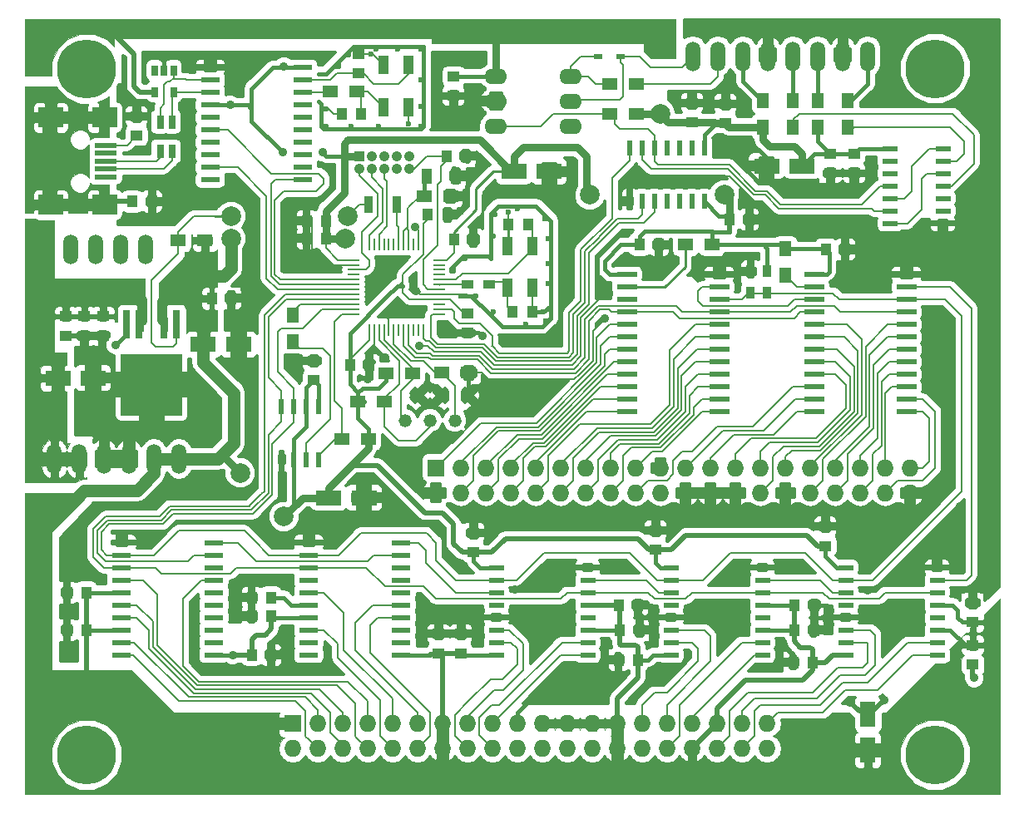
<source format=gbr>
G04 #@! TF.FileFunction,Copper,L4,Bot,Signal*
%FSLAX46Y46*%
G04 Gerber Fmt 4.6, Leading zero omitted, Abs format (unit mm)*
G04 Created by KiCad (PCBNEW 4.0.2-4+6225~38~ubuntu15.04.1-stable) date Do 03 Mär 2016 01:00:01 CET*
%MOMM*%
G01*
G04 APERTURE LIST*
%ADD10C,0.150000*%
%ADD11C,0.200000*%
%ADD12R,0.600000X1.550000*%
%ADD13O,1.506220X3.014980*%
%ADD14C,1.320800*%
%ADD15R,2.000000X0.600000*%
%ADD16R,1.950000X0.600000*%
%ADD17R,2.600960X1.600200*%
%ADD18R,1.600200X2.600960*%
%ADD19R,1.000000X1.600000*%
%ADD20R,0.800000X3.000000*%
%ADD21R,6.300000X6.300000*%
%ADD22R,1.100000X1.900000*%
%ADD23R,1.500000X0.600000*%
%ADD24R,0.600000X1.500000*%
%ADD25O,2.286000X1.574800*%
%ADD26R,1.300000X0.250000*%
%ADD27R,0.250000X1.300000*%
%ADD28C,6.000000*%
%ADD29R,1.000000X1.250000*%
%ADD30R,1.250000X1.000000*%
%ADD31R,1.727200X1.727200*%
%ADD32O,1.727200X1.727200*%
%ADD33R,1.050000X1.050000*%
%ADD34C,1.050000*%
%ADD35R,0.650000X1.060000*%
%ADD36R,0.800000X1.400000*%
%ADD37R,1.200000X0.900000*%
%ADD38R,1.500000X1.300000*%
%ADD39R,1.300000X1.500000*%
%ADD40R,0.200000X0.200000*%
%ADD41R,2.301240X0.500380*%
%ADD42R,2.499360X1.998980*%
%ADD43R,0.900000X0.600000*%
%ADD44R,0.900000X1.700000*%
%ADD45R,0.900000X1.200000*%
%ADD46C,2.000000*%
%ADD47C,0.889000*%
%ADD48C,0.600000*%
%ADD49C,0.400000*%
%ADD50C,0.254000*%
%ADD51C,0.508000*%
%ADD52C,1.270000*%
%ADD53C,0.762000*%
%ADD54C,0.512000*%
%ADD55C,0.100000*%
%ADD56C,0.300000*%
G04 APERTURE END LIST*
D10*
D11*
X49511000Y-33134300D02*
X50311000Y-33134300D01*
D12*
X36322000Y-49944000D03*
X35052000Y-49944000D03*
X33782000Y-49944000D03*
X32512000Y-49944000D03*
X32512000Y-44544000D03*
X33782000Y-44544000D03*
X35052000Y-44544000D03*
X36322000Y-44544000D03*
D13*
X92202000Y-8890000D03*
X89662000Y-8890000D03*
X74422000Y-8890000D03*
X76962000Y-8890000D03*
X79502000Y-8890000D03*
X82042000Y-8890000D03*
X84582000Y-8890000D03*
X87122000Y-8890000D03*
X11049000Y-28575000D03*
X13589000Y-28575000D03*
X16129000Y-28575000D03*
X18669000Y-28575000D03*
D14*
X51435000Y-43434000D03*
X50165000Y-45974000D03*
X48895000Y-43434000D03*
X47625000Y-45974000D03*
X46355000Y-43434000D03*
X45085000Y-45974000D03*
D15*
X96140000Y-31115000D03*
X96140000Y-32385000D03*
X96140000Y-33655000D03*
X96140000Y-34925000D03*
X96140000Y-36195000D03*
X96140000Y-37465000D03*
X96140000Y-38735000D03*
X96140000Y-40005000D03*
X96140000Y-41275000D03*
X96140000Y-42545000D03*
X96140000Y-43815000D03*
X96140000Y-45085000D03*
X86740000Y-45085000D03*
X86740000Y-43815000D03*
X86740000Y-42545000D03*
X86740000Y-41275000D03*
X86740000Y-40005000D03*
X86740000Y-38735000D03*
X86740000Y-37465000D03*
X86740000Y-36195000D03*
X86740000Y-34925000D03*
X86740000Y-33655000D03*
X86740000Y-32385000D03*
X86740000Y-31115000D03*
D16*
X35305000Y-69850000D03*
X35305000Y-68580000D03*
X35305000Y-67310000D03*
X35305000Y-66040000D03*
X35305000Y-64770000D03*
X35305000Y-63500000D03*
X35305000Y-62230000D03*
X35305000Y-60960000D03*
X35305000Y-59690000D03*
X35305000Y-58420000D03*
X44705000Y-58420000D03*
X44705000Y-59690000D03*
X44705000Y-60960000D03*
X44705000Y-62230000D03*
X44705000Y-63500000D03*
X44705000Y-64770000D03*
X44705000Y-66040000D03*
X44705000Y-67310000D03*
X44705000Y-68580000D03*
X44705000Y-69850000D03*
D17*
X37315140Y-53848000D03*
X40916860Y-53848000D03*
D18*
X92201000Y-79524860D03*
X92201000Y-75923140D03*
D17*
X85493860Y-20066000D03*
X81892140Y-20066000D03*
D19*
X47268000Y-21082000D03*
X50268000Y-21082000D03*
D17*
X56174640Y-20637500D03*
X59776360Y-20637500D03*
X24563340Y-38252400D03*
X28165060Y-38252400D03*
D13*
X9398000Y-49911000D03*
X11938000Y-49911000D03*
X14478000Y-49911000D03*
X17018000Y-49911000D03*
X19558000Y-49911000D03*
X22098000Y-49911000D03*
D20*
X16763000Y-36195000D03*
X18033000Y-36195000D03*
X20573000Y-36195000D03*
D21*
X19303000Y-42322000D03*
D20*
X21843000Y-36195000D03*
D22*
X55499000Y-28219400D03*
X58039000Y-32486600D03*
X55499000Y-32486600D03*
X58039000Y-28219400D03*
D16*
X16255000Y-69850000D03*
X16255000Y-68580000D03*
X16255000Y-67310000D03*
X16255000Y-66040000D03*
X16255000Y-64770000D03*
X16255000Y-63500000D03*
X16255000Y-62230000D03*
X16255000Y-60960000D03*
X16255000Y-59690000D03*
X16255000Y-58420000D03*
X25655000Y-58420000D03*
X25655000Y-59690000D03*
X25655000Y-60960000D03*
X25655000Y-62230000D03*
X25655000Y-63500000D03*
X25655000Y-64770000D03*
X25655000Y-66040000D03*
X25655000Y-67310000D03*
X25655000Y-68580000D03*
X25655000Y-69850000D03*
D23*
X63705000Y-60960000D03*
X63705000Y-62230000D03*
X63705000Y-63500000D03*
X63705000Y-64770000D03*
X63705000Y-66040000D03*
X63705000Y-67310000D03*
X63705000Y-68580000D03*
X63705000Y-69850000D03*
X54405000Y-69850000D03*
X54405000Y-68580000D03*
X54405000Y-67310000D03*
X54405000Y-66040000D03*
X54405000Y-64770000D03*
X54405000Y-63500000D03*
X54405000Y-62230000D03*
X54405000Y-60960000D03*
X81485000Y-60960000D03*
X81485000Y-62230000D03*
X81485000Y-63500000D03*
X81485000Y-64770000D03*
X81485000Y-66040000D03*
X81485000Y-67310000D03*
X81485000Y-68580000D03*
X81485000Y-69850000D03*
X72185000Y-69850000D03*
X72185000Y-68580000D03*
X72185000Y-67310000D03*
X72185000Y-66040000D03*
X72185000Y-64770000D03*
X72185000Y-63500000D03*
X72185000Y-62230000D03*
X72185000Y-60960000D03*
X99265000Y-60960000D03*
X99265000Y-62230000D03*
X99265000Y-63500000D03*
X99265000Y-64770000D03*
X99265000Y-66040000D03*
X99265000Y-67310000D03*
X99265000Y-68580000D03*
X99265000Y-69850000D03*
X89965000Y-69850000D03*
X89965000Y-68580000D03*
X89965000Y-67310000D03*
X89965000Y-66040000D03*
X89965000Y-64770000D03*
X89965000Y-63500000D03*
X89965000Y-62230000D03*
X89965000Y-60960000D03*
D24*
X75565000Y-23655000D03*
X74295000Y-23655000D03*
X73025000Y-23655000D03*
X71755000Y-23655000D03*
X70485000Y-23655000D03*
X69215000Y-23655000D03*
X67945000Y-23655000D03*
X67945000Y-18255000D03*
X69215000Y-18255000D03*
X70485000Y-18255000D03*
X71755000Y-18255000D03*
X73025000Y-18255000D03*
X74295000Y-18255000D03*
X75565000Y-18255000D03*
D16*
X34672000Y-10033000D03*
X34672000Y-11303000D03*
X34672000Y-12573000D03*
X34672000Y-13843000D03*
X34672000Y-15113000D03*
X34672000Y-16383000D03*
X34672000Y-17653000D03*
X34672000Y-18923000D03*
X34672000Y-20193000D03*
X34672000Y-21463000D03*
X25272000Y-21463000D03*
X25272000Y-20193000D03*
X25272000Y-18923000D03*
X25272000Y-17653000D03*
X25272000Y-16383000D03*
X25272000Y-15113000D03*
X25272000Y-13843000D03*
X25272000Y-12573000D03*
X25272000Y-11303000D03*
X25272000Y-10033000D03*
D25*
X61976000Y-10922000D03*
X61976000Y-13462000D03*
X61976000Y-16002000D03*
X54356000Y-16002000D03*
X54356000Y-13462000D03*
X54356000Y-10922000D03*
D15*
X77090000Y-31115000D03*
X77090000Y-32385000D03*
X77090000Y-33655000D03*
X77090000Y-34925000D03*
X77090000Y-36195000D03*
X77090000Y-37465000D03*
X77090000Y-38735000D03*
X77090000Y-40005000D03*
X77090000Y-41275000D03*
X77090000Y-42545000D03*
X77090000Y-43815000D03*
X77090000Y-45085000D03*
X67690000Y-45085000D03*
X67690000Y-43815000D03*
X67690000Y-42545000D03*
X67690000Y-41275000D03*
X67690000Y-40005000D03*
X67690000Y-38735000D03*
X67690000Y-37465000D03*
X67690000Y-36195000D03*
X67690000Y-34925000D03*
X67690000Y-33655000D03*
X67690000Y-32385000D03*
X67690000Y-31115000D03*
D22*
X42926000Y-9804400D03*
X45466000Y-14071600D03*
X42926000Y-14071600D03*
X45466000Y-9804400D03*
D26*
X48546000Y-29635000D03*
X48546000Y-30135000D03*
X48546000Y-30635000D03*
X48546000Y-31135000D03*
X48546000Y-31635000D03*
X48546000Y-32135000D03*
X48546000Y-32635000D03*
X48546000Y-33135000D03*
X48546000Y-33635000D03*
X48546000Y-34135000D03*
X48546000Y-34635000D03*
X48546000Y-35135000D03*
D27*
X46946000Y-36735000D03*
X46446000Y-36735000D03*
X45946000Y-36735000D03*
X45446000Y-36735000D03*
X44946000Y-36735000D03*
X44446000Y-36735000D03*
X43946000Y-36735000D03*
X43446000Y-36735000D03*
X42946000Y-36735000D03*
X42446000Y-36735000D03*
X41946000Y-36735000D03*
X41446000Y-36735000D03*
D26*
X39846000Y-35135000D03*
X39846000Y-34635000D03*
X39846000Y-34135000D03*
X39846000Y-33635000D03*
X39846000Y-33135000D03*
X39846000Y-32635000D03*
X39846000Y-32135000D03*
X39846000Y-31635000D03*
X39846000Y-31135000D03*
X39846000Y-30635000D03*
X39846000Y-30135000D03*
X39846000Y-29635000D03*
D27*
X41446000Y-28035000D03*
X41946000Y-28035000D03*
X42446000Y-28035000D03*
X42946000Y-28035000D03*
X43446000Y-28035000D03*
X43946000Y-28035000D03*
X44446000Y-28035000D03*
X44946000Y-28035000D03*
X45446000Y-28035000D03*
X45946000Y-28035000D03*
X46446000Y-28035000D03*
X46946000Y-28035000D03*
D28*
X12700000Y-10160000D03*
X99060000Y-10160000D03*
X99059000Y-80010000D03*
X12699000Y-80010000D03*
D29*
X35068000Y-27432000D03*
X37068000Y-27432000D03*
D30*
X40386000Y-10652000D03*
X40386000Y-8652000D03*
D29*
X40624000Y-14732000D03*
X38624000Y-14732000D03*
D30*
X102870000Y-70850000D03*
X102870000Y-68850000D03*
D29*
X84598000Y-70612000D03*
X86598000Y-70612000D03*
D30*
X90805000Y-20812000D03*
X90805000Y-18812000D03*
D29*
X55603900Y-25984200D03*
X57603900Y-25984200D03*
X58023000Y-34925000D03*
X56023000Y-34925000D03*
D30*
X77724000Y-15732000D03*
X77724000Y-13732000D03*
X50038000Y-12938000D03*
X50038000Y-10938000D03*
X102869000Y-66532000D03*
X102869000Y-64532000D03*
D29*
X87899000Y-28575000D03*
X89899000Y-28575000D03*
X39487600Y-40309800D03*
X41487600Y-40309800D03*
X68818000Y-70358000D03*
X66818000Y-70358000D03*
X84725000Y-64770000D03*
X86725000Y-64770000D03*
X66818000Y-64770000D03*
X68818000Y-64770000D03*
D30*
X51460400Y-37068000D03*
X51460400Y-35068000D03*
D29*
X47387000Y-25019000D03*
X49387000Y-25019000D03*
X84725000Y-67310000D03*
X86725000Y-67310000D03*
D30*
X50800000Y-67707000D03*
X50800000Y-69707000D03*
X52070000Y-59420000D03*
X52070000Y-57420000D03*
X35814000Y-41894000D03*
X35814000Y-39894000D03*
D29*
X66945000Y-67310000D03*
X68945000Y-67310000D03*
D30*
X87884000Y-58759600D03*
X87884000Y-56759600D03*
D29*
X78121000Y-25527000D03*
X80121000Y-25527000D03*
X12684000Y-63500000D03*
X10684000Y-63500000D03*
X50054000Y-27559000D03*
X52054000Y-27559000D03*
D30*
X48514000Y-69707000D03*
X48514000Y-67707000D03*
D29*
X31479000Y-65913000D03*
X29479000Y-65913000D03*
X12684000Y-67310000D03*
X10684000Y-67310000D03*
X29480000Y-69850000D03*
X31480000Y-69850000D03*
X68951600Y-28092400D03*
X70951600Y-28092400D03*
D30*
X70612000Y-59166000D03*
X70612000Y-57166000D03*
D31*
X33655000Y-76835000D03*
D32*
X33655000Y-79375000D03*
X36195000Y-76835000D03*
X36195000Y-79375000D03*
X38735000Y-76835000D03*
X38735000Y-79375000D03*
X41275000Y-76835000D03*
X41275000Y-79375000D03*
X43815000Y-76835000D03*
X43815000Y-79375000D03*
X46355000Y-76835000D03*
X46355000Y-79375000D03*
X48895000Y-76835000D03*
X48895000Y-79375000D03*
X51435000Y-76835000D03*
X51435000Y-79375000D03*
X53975000Y-76835000D03*
X53975000Y-79375000D03*
X56515000Y-76835000D03*
X56515000Y-79375000D03*
X59055000Y-76835000D03*
X59055000Y-79375000D03*
X61595000Y-76835000D03*
X61595000Y-79375000D03*
X64135000Y-76835000D03*
X64135000Y-79375000D03*
X66675000Y-76835000D03*
X66675000Y-79375000D03*
X69215000Y-76835000D03*
X69215000Y-79375000D03*
X71755000Y-76835000D03*
X71755000Y-79375000D03*
X74295000Y-76835000D03*
X74295000Y-79375000D03*
X76835000Y-76835000D03*
X76835000Y-79375000D03*
X79375000Y-76835000D03*
X79375000Y-79375000D03*
X81915000Y-76835000D03*
X81915000Y-79375000D03*
D31*
X48260000Y-50800000D03*
D32*
X48260000Y-53340000D03*
X50800000Y-50800000D03*
X50800000Y-53340000D03*
X53340000Y-50800000D03*
X53340000Y-53340000D03*
X55880000Y-50800000D03*
X55880000Y-53340000D03*
X58420000Y-50800000D03*
X58420000Y-53340000D03*
X60960000Y-50800000D03*
X60960000Y-53340000D03*
X63500000Y-50800000D03*
X63500000Y-53340000D03*
X66040000Y-50800000D03*
X66040000Y-53340000D03*
X68580000Y-50800000D03*
X68580000Y-53340000D03*
X71120000Y-50800000D03*
X71120000Y-53340000D03*
X73660000Y-50800000D03*
X73660000Y-53340000D03*
X76200000Y-50800000D03*
X76200000Y-53340000D03*
X78740000Y-50800000D03*
X78740000Y-53340000D03*
X81280000Y-50800000D03*
X81280000Y-53340000D03*
X83820000Y-50800000D03*
X83820000Y-53340000D03*
X86360000Y-50800000D03*
X86360000Y-53340000D03*
X88900000Y-50800000D03*
X88900000Y-53340000D03*
X91440000Y-50800000D03*
X91440000Y-53340000D03*
X93980000Y-50800000D03*
X93980000Y-53340000D03*
X96520000Y-50800000D03*
X96520000Y-53340000D03*
D33*
X40436800Y-19050000D03*
D34*
X41706800Y-19050000D03*
X42976800Y-19050000D03*
X44246800Y-19050000D03*
X45516800Y-19050000D03*
X41706800Y-20320000D03*
X42976800Y-20320000D03*
X44246800Y-20320000D03*
X45516800Y-20320000D03*
X40436800Y-20320000D03*
D30*
X10565400Y-37372800D03*
X10565400Y-35372800D03*
D17*
X9755140Y-41656000D03*
X13356860Y-41656000D03*
D29*
X19351500Y-23685500D03*
X17351500Y-23685500D03*
D30*
X17780000Y-17002000D03*
X17780000Y-15002000D03*
D35*
X19624000Y-10330000D03*
X20574000Y-10330000D03*
X21524000Y-10330000D03*
X21524000Y-12530000D03*
X19624000Y-12530000D03*
D36*
X21364500Y-18581500D03*
X20164500Y-15581500D03*
X20164500Y-18581500D03*
X21364500Y-15581500D03*
D37*
X51478000Y-32131000D03*
X53678000Y-32131000D03*
D30*
X12445000Y-37372800D03*
X12445000Y-35372800D03*
X14324600Y-37372800D03*
X14324600Y-35372800D03*
D29*
X37068000Y-25654000D03*
X35068000Y-25654000D03*
X25415000Y-33528000D03*
X27415000Y-33528000D03*
D38*
X22017000Y-27635200D03*
X24717000Y-27635200D03*
X37512000Y-12446000D03*
X40212000Y-12446000D03*
X45850800Y-41198800D03*
X43150800Y-41198800D03*
X43005000Y-44069000D03*
X40305000Y-44069000D03*
X48865800Y-41122600D03*
X51565800Y-41122600D03*
X68660000Y-11684000D03*
X65960000Y-11684000D03*
X47037000Y-23114000D03*
X49737000Y-23114000D03*
X65960000Y-14732000D03*
X68660000Y-14732000D03*
D39*
X84582000Y-13382000D03*
X84582000Y-16082000D03*
X90170000Y-13382000D03*
X90170000Y-16082000D03*
X81534000Y-13382000D03*
X81534000Y-16082000D03*
X87122000Y-13382000D03*
X87122000Y-16082000D03*
X33655000Y-35226000D03*
X33655000Y-37926000D03*
D38*
X76330800Y-28092400D03*
X73630800Y-28092400D03*
D39*
X83819000Y-28495000D03*
X83819000Y-31195000D03*
D40*
X49511000Y-33134300D03*
X50311000Y-33134300D03*
D41*
X14624320Y-21158200D03*
X14624320Y-20358100D03*
X14624320Y-19558000D03*
X14624320Y-18757900D03*
X14624320Y-17957800D03*
D42*
X14525260Y-24008080D03*
X9026160Y-24008080D03*
X14525260Y-15107920D03*
X9026160Y-15107920D03*
D38*
X38655000Y-47879000D03*
X41355000Y-47879000D03*
D43*
X67056000Y-8890000D03*
X64770000Y-8890000D03*
D23*
X99855000Y-18288000D03*
X99855000Y-19558000D03*
X99855000Y-20828000D03*
X99855000Y-22098000D03*
X99855000Y-23368000D03*
X99855000Y-24638000D03*
X99855000Y-25908000D03*
X94455000Y-25908000D03*
X94455000Y-24638000D03*
X94455000Y-23368000D03*
X94455000Y-22098000D03*
X94455000Y-20828000D03*
X94455000Y-19558000D03*
X94455000Y-18288000D03*
D29*
X49292000Y-19050000D03*
X51292000Y-19050000D03*
D30*
X88392000Y-18812000D03*
X88392000Y-20812000D03*
X74320400Y-13630400D03*
X74320400Y-15630400D03*
D44*
X41374400Y-23977600D03*
X44274400Y-23977600D03*
D29*
X31479000Y-64008000D03*
X29479000Y-64008000D03*
D45*
X81914000Y-30777000D03*
X81914000Y-32977000D03*
X80263000Y-32977000D03*
X80263000Y-30777000D03*
D46*
X38989000Y-27432000D03*
X27368500Y-27432000D03*
X28321000Y-51308000D03*
X32766000Y-55753000D03*
D47*
X32638000Y-18669000D03*
X36702000Y-18669000D03*
X27304000Y-13843000D03*
X32765000Y-9906000D03*
D46*
X77597000Y-22987000D03*
X63906400Y-23012400D03*
D47*
X27558000Y-76327000D03*
X27558000Y-69850000D03*
X52933600Y-37388800D03*
X88392000Y-22352000D03*
X92518500Y-19685000D03*
X65467500Y-68643500D03*
X61721000Y-65468500D03*
X58228500Y-69469000D03*
X56260000Y-63182500D03*
X27939000Y-65278000D03*
X33082500Y-62293500D03*
X23557500Y-64579500D03*
X32766000Y-68262500D03*
X37400500Y-71247000D03*
X43242500Y-49022000D03*
X60260500Y-42545000D03*
X98678000Y-35052000D03*
X77024500Y-17970500D03*
X75691000Y-6413500D03*
X50037000Y-15684500D03*
X72452500Y-13017500D03*
X46609000Y-34798000D03*
X46544500Y-38354000D03*
X67563000Y-29591000D03*
X67563000Y-26924000D03*
X65404000Y-35560000D03*
X65531000Y-32893000D03*
X81584800Y-24485600D03*
X46862000Y-64643000D03*
X93852000Y-74422000D03*
X91312000Y-28829000D03*
X79628000Y-14224000D03*
X59689000Y-22733000D03*
X52323000Y-26035000D03*
X55371000Y-37973000D03*
X65023000Y-24765000D03*
X51307000Y-23114000D03*
X50672000Y-24638000D03*
X53085000Y-19812000D03*
X78612000Y-29591000D03*
X41655000Y-33274000D03*
X44703000Y-29718000D03*
X46100000Y-26289000D03*
X94233000Y-68834000D03*
X90423000Y-74676000D03*
X101346000Y-60909200D03*
X102971600Y-72136000D03*
X28294600Y-36271200D03*
X29412200Y-34544000D03*
X29412200Y-32766000D03*
X29412200Y-30937200D03*
X29412200Y-29210000D03*
X13410200Y-39471600D03*
X14578600Y-44094400D03*
X16763000Y-47040800D03*
X19557000Y-47040800D03*
X22249400Y-46990000D03*
X25195800Y-47040800D03*
X25145000Y-44653200D03*
X23824200Y-42672000D03*
X74802000Y-31115000D03*
X10794000Y-69342000D03*
X19684000Y-54102000D03*
X13969000Y-62103000D03*
X97535000Y-64516000D03*
X77596000Y-68580000D03*
X79501000Y-64770000D03*
X72262000Y-71374000D03*
X77215000Y-62230000D03*
X43434000Y-35052000D03*
X44196000Y-55499000D03*
X34036000Y-39878000D03*
X51816000Y-13462000D03*
X52324000Y-9398000D03*
X16764000Y-13208000D03*
X20573000Y-8890000D03*
X27432000Y-10160000D03*
X48894000Y-36322000D03*
X79756000Y-20066000D03*
X67436000Y-21780500D03*
X70992000Y-29591000D03*
X97409000Y-26543000D03*
X101981000Y-26162000D03*
X41275000Y-41783000D03*
X98552000Y-30988000D03*
X33528000Y-30226000D03*
X36576000Y-29464000D03*
X43027600Y-39598600D03*
X46228000Y-32766000D03*
X101600000Y-54737000D03*
X92202000Y-63246000D03*
X89789000Y-56642000D03*
X52273200Y-66040000D03*
X18288000Y-58293000D03*
X32613600Y-57962800D03*
X70358000Y-66040000D03*
X67817000Y-60960000D03*
X85914500Y-61087000D03*
X83566000Y-68834000D03*
X87995000Y-66040000D03*
X8889000Y-7112000D03*
X8381000Y-8382000D03*
X8381000Y-9652000D03*
D46*
X71056500Y-14795500D03*
X71120000Y-7874000D03*
D47*
X15645400Y-38303200D03*
D46*
X39243000Y-25146000D03*
X27381200Y-25196800D03*
D48*
X50800000Y-33274000D03*
X53848000Y-29337000D03*
X54102000Y-27178000D03*
X59436000Y-35814000D03*
X54102000Y-34925000D03*
X57404000Y-36195000D03*
X59182000Y-34925000D03*
X59690000Y-32004000D03*
X59690000Y-29972000D03*
X59690000Y-27432000D03*
X59309000Y-25400000D03*
X56515000Y-24384000D03*
X54229000Y-25019000D03*
X51181000Y-29464000D03*
X50038000Y-30607000D03*
X52324000Y-33274000D03*
X55626000Y-24765000D03*
X39370000Y-8763000D03*
X42164000Y-8128000D03*
X41656000Y-8636000D03*
X44323000Y-8128000D03*
X37084000Y-14224000D03*
X46736000Y-11303000D03*
X46736000Y-13970000D03*
X46736000Y-16002000D03*
X39624000Y-16002000D03*
X37084000Y-16002000D03*
X42418000Y-16002000D03*
X46736000Y-8128000D03*
X38354000Y-9779000D03*
X45466000Y-15748000D03*
D49*
X70612000Y-59166000D02*
X70612000Y-60453000D01*
X71119000Y-60960000D02*
X72185000Y-60960000D01*
X70612000Y-60453000D02*
X71119000Y-60960000D01*
X68818000Y-70358000D02*
X69849000Y-70358000D01*
X70357000Y-69850000D02*
X72185000Y-69850000D01*
X69849000Y-70358000D02*
X70357000Y-69850000D01*
X41355000Y-47879000D02*
X41355000Y-46817000D01*
X40305000Y-45767000D02*
X40305000Y-44069000D01*
X41355000Y-46817000D02*
X40305000Y-45767000D01*
X39487600Y-40309800D02*
X39487600Y-42315600D01*
X39487600Y-42315600D02*
X40305000Y-43133000D01*
X43150800Y-41198800D02*
X43150800Y-41938200D01*
X43150800Y-41938200D02*
X42417000Y-42672000D01*
X42417000Y-42672000D02*
X40766000Y-42672000D01*
X40766000Y-42672000D02*
X40305000Y-43133000D01*
X40305000Y-43133000D02*
X40305000Y-44069000D01*
D50*
X50054000Y-27559000D02*
X50054000Y-26780000D01*
X50054000Y-26780000D02*
X52323000Y-24511000D01*
X52323000Y-24511000D02*
X52323000Y-22352000D01*
X52323000Y-22352000D02*
X54037500Y-20637500D01*
X54037500Y-20637500D02*
X56174640Y-20637500D01*
D49*
X81914000Y-30777000D02*
X81914000Y-28448000D01*
X81914000Y-28448000D02*
X81558400Y-28092400D01*
X76330800Y-28092400D02*
X81558400Y-28092400D01*
X81558400Y-28092400D02*
X83416400Y-28092400D01*
X83416400Y-28092400D02*
X83819000Y-28495000D01*
X83819000Y-28495000D02*
X87819000Y-28495000D01*
X87819000Y-28495000D02*
X87899000Y-28575000D01*
X86740000Y-31115000D02*
X88010000Y-31115000D01*
X88264000Y-30861000D02*
X88264000Y-28940000D01*
X88010000Y-31115000D02*
X88264000Y-30861000D01*
X88264000Y-28940000D02*
X87899000Y-28575000D01*
X35305000Y-64770000D02*
X33527000Y-64770000D01*
X32765000Y-64008000D02*
X31479000Y-64008000D01*
X33527000Y-64770000D02*
X32765000Y-64008000D01*
D51*
X12684000Y-67310000D02*
X12684000Y-72375000D01*
X12684000Y-72375000D02*
X12699000Y-72390000D01*
D49*
X99265000Y-67310000D02*
X100583000Y-67310000D01*
X102123000Y-68850000D02*
X102870000Y-68850000D01*
X100583000Y-67310000D02*
X102123000Y-68850000D01*
X102869000Y-66532000D02*
X101837000Y-66532000D01*
X100837000Y-64770000D02*
X99265000Y-64770000D01*
X101345000Y-65278000D02*
X100837000Y-64770000D01*
X101345000Y-66040000D02*
X101345000Y-65278000D01*
X101837000Y-66532000D02*
X101345000Y-66040000D01*
D52*
X27368500Y-27432000D02*
X27368500Y-30542500D01*
D53*
X37068000Y-27432000D02*
X38989000Y-27432000D01*
D52*
X23621000Y-31292800D02*
X23621000Y-33528000D01*
X23671800Y-31242000D02*
X23621000Y-31292800D01*
X26669000Y-31242000D02*
X23671800Y-31242000D01*
X27368500Y-30542500D02*
X26669000Y-31242000D01*
D53*
X25415000Y-33528000D02*
X23621000Y-33528000D01*
X23621000Y-33528000D02*
X20420600Y-33528000D01*
X20420600Y-33528000D02*
X20166600Y-33782000D01*
X20166600Y-33782000D02*
X20166600Y-35788600D01*
X20166600Y-35788600D02*
X20573000Y-36195000D01*
X28321000Y-51308000D02*
X26479500Y-49466500D01*
D52*
X24563340Y-38252400D02*
X24563340Y-40109140D01*
X26035000Y-49911000D02*
X22098000Y-49911000D01*
X27634200Y-48311800D02*
X26035000Y-49911000D01*
X27634200Y-43180000D02*
X27634200Y-48311800D01*
X24563340Y-40109140D02*
X27634200Y-43180000D01*
X19558000Y-49911000D02*
X22098000Y-49911000D01*
D49*
X33782000Y-49944000D02*
X33782000Y-54737000D01*
X33782000Y-54737000D02*
X32766000Y-55753000D01*
X31480000Y-66040000D02*
X35305000Y-66040000D01*
D51*
X48514000Y-69707000D02*
X50800000Y-69707000D01*
X48895000Y-76835000D02*
X48895000Y-70088000D01*
X48895000Y-70088000D02*
X48514000Y-69707000D01*
X68818000Y-70358000D02*
X68818000Y-72151000D01*
X66675000Y-74294000D02*
X66675000Y-76835000D01*
X68818000Y-72151000D02*
X66675000Y-74294000D01*
D49*
X40436800Y-19050000D02*
X37083000Y-19050000D01*
X29463000Y-15494000D02*
X29463000Y-14224000D01*
X32638000Y-18669000D02*
X29463000Y-15494000D01*
X37083000Y-19050000D02*
X36702000Y-18669000D01*
X25272000Y-13843000D02*
X27304000Y-13843000D01*
X32892000Y-10033000D02*
X32765000Y-9906000D01*
X32892000Y-10033000D02*
X34672000Y-10033000D01*
X29463000Y-14224000D02*
X29463000Y-12192000D01*
X29463000Y-12192000D02*
X31622000Y-10033000D01*
X31622000Y-10033000D02*
X34672000Y-10033000D01*
X29082000Y-13843000D02*
X25272000Y-13843000D01*
X29463000Y-14224000D02*
X29082000Y-13843000D01*
X43180000Y-33401000D02*
X44323000Y-32258000D01*
X44856400Y-32258000D02*
X44831000Y-32283400D01*
X44323000Y-32258000D02*
X44856400Y-32258000D01*
D11*
X50054000Y-27559000D02*
X50054000Y-28940000D01*
X49359000Y-29635000D02*
X48546000Y-29635000D01*
X50054000Y-28940000D02*
X49359000Y-29635000D01*
X44856400Y-31133512D02*
X44856400Y-31851600D01*
D49*
X39487600Y-37093400D02*
X43180000Y-33401000D01*
X39487600Y-37093400D02*
X39487600Y-40309800D01*
D11*
X44856400Y-31851600D02*
X43688000Y-33020000D01*
D51*
X52070000Y-59420000D02*
X50911000Y-59420000D01*
X42291000Y-50546000D02*
X39624000Y-50546000D01*
X47117000Y-55372000D02*
X42291000Y-50546000D01*
X48895000Y-55372000D02*
X47117000Y-55372000D01*
X50038000Y-56515000D02*
X48895000Y-55372000D01*
X50038000Y-58547000D02*
X50038000Y-56515000D01*
X50911000Y-59420000D02*
X50038000Y-58547000D01*
D53*
X37315140Y-53848000D02*
X34671000Y-53848000D01*
X34671000Y-53848000D02*
X32766000Y-55753000D01*
X41355000Y-47879000D02*
X41355000Y-48815000D01*
X41355000Y-48815000D02*
X39624000Y-50546000D01*
X39624000Y-50546000D02*
X37315140Y-52854860D01*
X37315140Y-52854860D02*
X37315140Y-53848000D01*
D49*
X33782000Y-49944000D02*
X33782000Y-47879000D01*
X35052000Y-46609000D02*
X35052000Y-44544000D01*
X33782000Y-47879000D02*
X35052000Y-46609000D01*
X36322000Y-44544000D02*
X36322000Y-42402000D01*
X36322000Y-42402000D02*
X35814000Y-41894000D01*
X35052000Y-44544000D02*
X35052000Y-42656000D01*
X35052000Y-42656000D02*
X35814000Y-41894000D01*
D11*
X47387000Y-25019000D02*
X47387000Y-25511000D01*
X47387000Y-25511000D02*
X46946000Y-25952000D01*
X46946000Y-25952000D02*
X46946000Y-28035000D01*
X39846000Y-29635000D02*
X38271000Y-29635000D01*
X37068000Y-28432000D02*
X37068000Y-27432000D01*
X38271000Y-29635000D02*
X37068000Y-28432000D01*
D53*
X37068000Y-25654000D02*
X37068000Y-27432000D01*
X38912800Y-19710400D02*
X38912800Y-22809200D01*
X37068000Y-24654000D02*
X37068000Y-25654000D01*
X38912800Y-22809200D02*
X37068000Y-24654000D01*
X78121000Y-25527000D02*
X78121000Y-23511000D01*
X62636400Y-18186400D02*
X63550800Y-19100800D01*
X63550800Y-19100800D02*
X63550800Y-20269200D01*
X63550800Y-22656800D02*
X63550800Y-20269200D01*
X63906400Y-23012400D02*
X63550800Y-22656800D01*
X62636400Y-18186400D02*
X59563000Y-18186400D01*
X78121000Y-23511000D02*
X77597000Y-22987000D01*
X38912800Y-19710400D02*
X38912800Y-18796000D01*
X38912800Y-18796000D02*
X38912800Y-17780000D01*
X38912800Y-17780000D02*
X39268400Y-17424400D01*
X39268400Y-17424400D02*
X52679600Y-17424400D01*
X52679600Y-17424400D02*
X55892700Y-20637500D01*
X55892700Y-20637500D02*
X56174640Y-20637500D01*
D49*
X43150800Y-41198800D02*
X43150800Y-41736000D01*
X40386000Y-43514000D02*
X40915600Y-44043600D01*
X78121000Y-26771600D02*
X76403200Y-26771600D01*
X76403200Y-26771600D02*
X76301600Y-26670000D01*
X78121000Y-25146000D02*
X77056000Y-25146000D01*
X77056000Y-25146000D02*
X75565000Y-23655000D01*
X68951600Y-28092400D02*
X68951600Y-27212800D01*
X68951600Y-27212800D02*
X69494400Y-26670000D01*
X69494400Y-26670000D02*
X76301600Y-26670000D01*
X76301600Y-26670000D02*
X76330800Y-26699200D01*
X76330800Y-26699200D02*
X76330800Y-28092400D01*
D53*
X56174640Y-19110960D02*
X56174640Y-20637500D01*
X59563000Y-18186400D02*
X57099200Y-18186400D01*
X57099200Y-18186400D02*
X56174640Y-19110960D01*
X61468000Y-18186400D02*
X59563000Y-18186400D01*
D49*
X67690000Y-31115000D02*
X65913000Y-31115000D01*
X67056000Y-28092400D02*
X68951600Y-28092400D01*
X65430400Y-29718000D02*
X67056000Y-28092400D01*
X65430400Y-30632400D02*
X65430400Y-29718000D01*
X65913000Y-31115000D02*
X65430400Y-30632400D01*
D51*
X78121000Y-25146000D02*
X78121000Y-25460200D01*
X78121000Y-26771600D02*
X78121000Y-25146000D01*
D11*
X46946000Y-28035000D02*
X46946000Y-29043912D01*
X45522200Y-33635000D02*
X48546000Y-33635000D01*
X44856400Y-32385000D02*
X44856400Y-32969200D01*
X44856400Y-32969200D02*
X45522200Y-33635000D01*
X44856400Y-31133512D02*
X44856400Y-32385000D01*
X46946000Y-29043912D02*
X44856400Y-31133512D01*
D53*
X40436800Y-19050000D02*
X39166800Y-19050000D01*
X38912800Y-19304000D02*
X38912800Y-19710400D01*
X39166800Y-19050000D02*
X38912800Y-19304000D01*
D11*
X48546000Y-33635000D02*
X49637000Y-33635000D01*
X49637000Y-33635000D02*
X51108893Y-35106893D01*
X51108893Y-35106893D02*
X51616893Y-35106893D01*
D52*
X19558000Y-49911000D02*
X19558000Y-51358800D01*
X19558000Y-51358800D02*
X17805400Y-53111400D01*
X12230100Y-53301900D02*
X8382000Y-57150000D01*
X8382000Y-57150000D02*
X8382000Y-62357000D01*
X8382000Y-69596000D02*
X8382000Y-62357000D01*
X17805400Y-53111400D02*
X12420600Y-53111400D01*
X12420600Y-53111400D02*
X12230100Y-53301900D01*
X19558000Y-49911000D02*
X19558000Y-51130200D01*
X20828000Y-76835000D02*
X27305000Y-76835000D01*
X20828000Y-76835000D02*
X16129000Y-72136000D01*
X16129000Y-72136000D02*
X14859000Y-72136000D01*
D49*
X43150800Y-41198800D02*
X43150800Y-41373800D01*
D11*
X41446000Y-36735000D02*
X41446000Y-37751200D01*
X41446000Y-37751200D02*
X39487600Y-39709600D01*
X39487600Y-39709600D02*
X39487600Y-40309800D01*
X67502000Y-30927000D02*
X67690000Y-31115000D01*
D49*
X87884000Y-58759600D02*
X87884000Y-59842400D01*
X87884000Y-59842400D02*
X89001600Y-60960000D01*
X89001600Y-60960000D02*
X89965000Y-60960000D01*
D54*
X87884000Y-58759600D02*
X87055200Y-58759600D01*
X87055200Y-58759600D02*
X86004400Y-57708800D01*
X86004400Y-57708800D02*
X73660000Y-57708800D01*
X73660000Y-57708800D02*
X72202800Y-59166000D01*
X72202800Y-59166000D02*
X69935600Y-59166000D01*
X69935600Y-59166000D02*
X68783200Y-58013600D01*
X68783200Y-58013600D02*
X55321200Y-58013600D01*
X55321200Y-58013600D02*
X53914800Y-59420000D01*
X53914800Y-59420000D02*
X52070000Y-59420000D01*
D49*
X52070000Y-59420000D02*
X52070000Y-60299600D01*
X52070000Y-60299600D02*
X52730400Y-60960000D01*
X52730400Y-60960000D02*
X54405000Y-60960000D01*
D54*
X66945000Y-67310000D02*
X66945000Y-64897000D01*
X66945000Y-64897000D02*
X66818000Y-64770000D01*
X63705000Y-64770000D02*
X66818000Y-64770000D01*
X68818000Y-70358000D02*
X68818000Y-69072000D01*
X66945000Y-68723000D02*
X66945000Y-67310000D01*
X67056000Y-68834000D02*
X66945000Y-68723000D01*
X68580000Y-68834000D02*
X67056000Y-68834000D01*
X68818000Y-69072000D02*
X68580000Y-68834000D01*
X86598000Y-70612000D02*
X86598000Y-71390000D01*
X76835000Y-75311000D02*
X76835000Y-76835000D01*
X79756000Y-72390000D02*
X76835000Y-75311000D01*
X85598000Y-72390000D02*
X79756000Y-72390000D01*
X86598000Y-71390000D02*
X85598000Y-72390000D01*
X84725000Y-67310000D02*
X84725000Y-68469000D01*
X86598000Y-69326000D02*
X86598000Y-70612000D01*
X86360000Y-69088000D02*
X86598000Y-69326000D01*
X85344000Y-69088000D02*
X86360000Y-69088000D01*
X84725000Y-68469000D02*
X85344000Y-69088000D01*
X89965000Y-69850000D02*
X88646000Y-69850000D01*
X88646000Y-69850000D02*
X87884000Y-70612000D01*
X87884000Y-70612000D02*
X86598000Y-70612000D01*
X84725000Y-64770000D02*
X84725000Y-67310000D01*
X76835000Y-76835000D02*
X74295000Y-79375000D01*
X74295000Y-79375000D02*
X74295000Y-80645000D01*
X74295000Y-80645000D02*
X73025000Y-81915000D01*
X73025000Y-81915000D02*
X66040000Y-81915000D01*
D52*
X66675000Y-76835000D02*
X66675000Y-79375000D01*
X66675000Y-79375000D02*
X66675000Y-81280000D01*
X66675000Y-81280000D02*
X66040000Y-81915000D01*
X66040000Y-81915000D02*
X47625000Y-81915000D01*
X48895000Y-76835000D02*
X48895000Y-80645000D01*
X27305000Y-78740000D02*
X27305000Y-76835000D01*
X30480000Y-81915000D02*
X27305000Y-78740000D01*
X47625000Y-81915000D02*
X30480000Y-81915000D01*
X48895000Y-80645000D02*
X47625000Y-81915000D01*
D49*
X16255000Y-63500000D02*
X12684000Y-63500000D01*
X16255000Y-67310000D02*
X12684000Y-67310000D01*
X25655000Y-69850000D02*
X29480000Y-69850000D01*
X44705000Y-69850000D02*
X47625000Y-69850000D01*
X47625000Y-69850000D02*
X47625000Y-69707000D01*
X54405000Y-69850000D02*
X50943000Y-69850000D01*
X50943000Y-69850000D02*
X50800000Y-69707000D01*
X81485000Y-67310000D02*
X84725000Y-67310000D01*
X81485000Y-64770000D02*
X84725000Y-64770000D01*
D51*
X102505000Y-68850000D02*
X102870000Y-68850000D01*
D11*
X102505000Y-68850000D02*
X102870000Y-68850000D01*
D54*
X48895000Y-79375000D02*
X48895000Y-76835000D01*
D49*
X47625000Y-69707000D02*
X48514000Y-69707000D01*
D11*
X44705000Y-69850000D02*
X48371000Y-69850000D01*
X48371000Y-69850000D02*
X48514000Y-69707000D01*
X50943000Y-69850000D02*
X50800000Y-69707000D01*
D52*
X33655000Y-76835000D02*
X27305000Y-76835000D01*
D54*
X12684000Y-63500000D02*
X12684000Y-67310000D01*
X29480000Y-69850000D02*
X29210000Y-69850000D01*
X29210000Y-69850000D02*
X27558000Y-69850000D01*
X28448000Y-76835000D02*
X33655000Y-76835000D01*
X27558000Y-76327000D02*
X28448000Y-76835000D01*
X29480000Y-68310000D02*
X29480000Y-69850000D01*
D11*
X29099000Y-69850000D02*
X25655000Y-69850000D01*
X12684000Y-67310000D02*
X13843000Y-67310000D01*
X16255000Y-67310000D02*
X13065000Y-67310000D01*
D49*
X63705000Y-67310000D02*
X66945000Y-67310000D01*
D54*
X29972000Y-67818000D02*
X29480000Y-68310000D01*
X30861000Y-67818000D02*
X29972000Y-67818000D01*
X31480000Y-67199000D02*
X30861000Y-67818000D01*
X31480000Y-66040000D02*
X31480000Y-67199000D01*
D11*
X94455000Y-22098000D02*
X93472000Y-22098000D01*
X70485000Y-19558000D02*
X70485000Y-18255000D01*
X70866000Y-19939000D02*
X70485000Y-19558000D01*
X78105000Y-19939000D02*
X70866000Y-19939000D01*
X80772000Y-22606000D02*
X78105000Y-19939000D01*
X81915000Y-22606000D02*
X80772000Y-22606000D01*
X83312000Y-24003000D02*
X81915000Y-22606000D01*
X91567000Y-24003000D02*
X83312000Y-24003000D01*
X93472000Y-22098000D02*
X91567000Y-24003000D01*
X63119000Y-14732000D02*
X65960000Y-14732000D01*
X65960000Y-14732000D02*
X66421000Y-15193000D01*
X66421000Y-15193000D02*
X66421000Y-15748000D01*
X66421000Y-15748000D02*
X66929000Y-16256000D01*
X66929000Y-16256000D02*
X69799200Y-16256000D01*
X70485000Y-16941800D02*
X70485000Y-18255000D01*
X69799200Y-16256000D02*
X70485000Y-16941800D01*
X54356000Y-16002000D02*
X58928000Y-16002000D01*
X60198000Y-14732000D02*
X63119000Y-14732000D01*
X58928000Y-16002000D02*
X60198000Y-14732000D01*
X69215000Y-18255000D02*
X69215000Y-19431000D01*
X92837000Y-24638000D02*
X94455000Y-24638000D01*
X92602002Y-24403002D02*
X92837000Y-24638000D01*
X83146314Y-24403002D02*
X92602002Y-24403002D01*
X81749314Y-23006002D02*
X83146314Y-24403002D01*
X80606314Y-23006002D02*
X81749314Y-23006002D01*
X77939314Y-20339002D02*
X80606314Y-23006002D01*
X70123002Y-20339002D02*
X77939314Y-20339002D01*
X69215000Y-19431000D02*
X70123002Y-20339002D01*
X44946000Y-26682000D02*
X44946000Y-26681000D01*
X44946000Y-28035000D02*
X44946000Y-26682000D01*
X44946000Y-26681000D02*
X45338000Y-26289000D01*
X45446000Y-28035000D02*
X45446000Y-26651000D01*
X45446000Y-24277000D02*
X46609000Y-23114000D01*
X45338000Y-24385000D02*
X45446000Y-24277000D01*
X45338000Y-26543000D02*
X45338000Y-26289000D01*
X45338000Y-26289000D02*
X45338000Y-24385000D01*
X45446000Y-26651000D02*
X45338000Y-26543000D01*
X47037000Y-23114000D02*
X46609000Y-23114000D01*
D49*
X47268000Y-21082000D02*
X47244000Y-21082000D01*
X47244000Y-21082000D02*
X47037000Y-21289000D01*
X47037000Y-21289000D02*
X47037000Y-23114000D01*
X47268000Y-21272500D02*
X47104300Y-21272500D01*
D11*
X46760000Y-23345000D02*
X46846500Y-23431500D01*
X30778498Y-45212000D02*
X30778498Y-35261502D01*
X32905000Y-33135000D02*
X30861000Y-35179000D01*
X32905000Y-33135000D02*
X39846000Y-33135000D01*
X30778498Y-35261502D02*
X30861000Y-35179000D01*
X21131628Y-54698996D02*
X20090228Y-55740396D01*
X20090228Y-55740396D02*
X14636116Y-55740396D01*
X14636116Y-55740396D02*
X13373196Y-57003316D01*
X13373196Y-57003316D02*
X13373196Y-59905996D01*
X13373196Y-59905996D02*
X14427200Y-60960000D01*
X14427200Y-60960000D02*
X16255000Y-60960000D01*
X30390562Y-53568062D02*
X29279312Y-54679312D01*
X30480000Y-53478624D02*
X30390562Y-53568062D01*
X29279312Y-54679312D02*
X29259628Y-54698996D01*
X29259628Y-54698996D02*
X21131628Y-54698996D01*
X30778498Y-53180126D02*
X30480000Y-53478624D01*
X30778498Y-45212000D02*
X30778498Y-53180126D01*
X81485000Y-63500000D02*
X74295000Y-63500000D01*
X69850000Y-63500000D02*
X63705000Y-63500000D01*
X70485000Y-64135000D02*
X69850000Y-63500000D01*
X73660000Y-64135000D02*
X70485000Y-64135000D01*
X74295000Y-63500000D02*
X73660000Y-64135000D01*
X99265000Y-63500000D02*
X93980000Y-63500000D01*
X87630000Y-63500000D02*
X81485000Y-63500000D01*
X88265000Y-64135000D02*
X87630000Y-63500000D01*
X93345000Y-64135000D02*
X88265000Y-64135000D01*
X93980000Y-63500000D02*
X93345000Y-64135000D01*
X35305000Y-60960000D02*
X41148000Y-60960000D01*
X41148000Y-60960000D02*
X43053000Y-62865000D01*
X43053000Y-62865000D02*
X46990000Y-62865000D01*
X46990000Y-62865000D02*
X48260000Y-64135000D01*
X48260000Y-64135000D02*
X60960000Y-64135000D01*
X60960000Y-64135000D02*
X61595000Y-63500000D01*
X61595000Y-63500000D02*
X63705000Y-63500000D01*
X35305000Y-60960000D02*
X27940000Y-60960000D01*
X27940000Y-60960000D02*
X27305000Y-61595000D01*
X27305000Y-61595000D02*
X20320000Y-61595000D01*
X20320000Y-61595000D02*
X19685000Y-60960000D01*
X19685000Y-60960000D02*
X16255000Y-60960000D01*
X49292000Y-19050000D02*
X49292000Y-19542000D01*
X49292000Y-19542000D02*
X48768000Y-20066000D01*
X47417800Y-32635000D02*
X46939200Y-32156400D01*
X46939200Y-32156400D02*
X46939200Y-29616400D01*
X46939200Y-29616400D02*
X48310800Y-28244800D01*
X48546000Y-32635000D02*
X47417800Y-32635000D01*
X48387000Y-28168600D02*
X48310800Y-28244800D01*
X48387000Y-21971000D02*
X48387000Y-28168600D01*
X48768000Y-21590000D02*
X48387000Y-21971000D01*
X48768000Y-20066000D02*
X48768000Y-21590000D01*
X45516800Y-20320000D02*
X46024800Y-20320000D01*
X46024800Y-20320000D02*
X47294800Y-19050000D01*
X47294800Y-19050000D02*
X49292000Y-19050000D01*
D49*
X52933600Y-37388800D02*
X52881800Y-37388800D01*
D11*
X52612800Y-37068000D02*
X52933600Y-37388800D01*
X51460400Y-37068000D02*
X52612800Y-37068000D01*
D49*
X52561000Y-37068000D02*
X51460400Y-37068000D01*
X52881800Y-37388800D02*
X52561000Y-37068000D01*
X79756000Y-20066000D02*
X79756000Y-20384500D01*
D11*
X88392000Y-22352000D02*
X88392000Y-20812000D01*
D49*
X88011000Y-22733000D02*
X88392000Y-22352000D01*
X84771500Y-22733000D02*
X88011000Y-22733000D01*
X83819000Y-21780500D02*
X84771500Y-22733000D01*
X81152000Y-21780500D02*
X83819000Y-21780500D01*
X79756000Y-20384500D02*
X81152000Y-21780500D01*
X90805000Y-20812000D02*
X92280500Y-20812000D01*
X92518500Y-20574000D02*
X92518500Y-19685000D01*
X92280500Y-20812000D02*
X92518500Y-20574000D01*
X87995000Y-66040000D02*
X86740000Y-66040000D01*
X86725000Y-66055000D02*
X86725000Y-67310000D01*
X86740000Y-66040000D02*
X86725000Y-66055000D01*
X86725000Y-64770000D02*
X87946500Y-64770000D01*
X87995000Y-64818500D02*
X87995000Y-66040000D01*
X87946500Y-64770000D02*
X87995000Y-64818500D01*
X65467500Y-68643500D02*
X65467500Y-70040500D01*
X65785000Y-70358000D02*
X66818000Y-70358000D01*
X65467500Y-70040500D02*
X65785000Y-70358000D01*
X61721000Y-65976500D02*
X61721000Y-65468500D01*
X58228500Y-69469000D02*
X61721000Y-65976500D01*
X67817000Y-60960000D02*
X61213000Y-60960000D01*
X58990500Y-63182500D02*
X56260000Y-63182500D01*
X61213000Y-60960000D02*
X58990500Y-63182500D01*
X28447000Y-64008000D02*
X27939000Y-64516000D01*
X27939000Y-64516000D02*
X27939000Y-65278000D01*
X29479000Y-64008000D02*
X28447000Y-64008000D01*
X32766000Y-68262500D02*
X32766000Y-71246000D01*
X23557500Y-70612000D02*
X23557500Y-64579500D01*
X24446500Y-71501000D02*
X23557500Y-70612000D01*
X32511000Y-71501000D02*
X24446500Y-71501000D01*
X32766000Y-71246000D02*
X32511000Y-71501000D01*
X32766000Y-69151500D02*
X32766000Y-68262500D01*
X32067500Y-69850000D02*
X32766000Y-69151500D01*
X31480000Y-69850000D02*
X32067500Y-69850000D01*
D11*
X52582205Y-45593214D02*
X57212286Y-45593214D01*
X46863000Y-53340000D02*
X46228000Y-52705000D01*
X46228000Y-52705000D02*
X46228000Y-49530000D01*
X46228000Y-49530000D02*
X47526844Y-48231156D01*
X47526844Y-48231156D02*
X49910000Y-48260000D01*
X49910000Y-48260000D02*
X52582205Y-45593214D01*
X48260000Y-53340000D02*
X46863000Y-53340000D01*
X57212286Y-45593214D02*
X60260500Y-42545000D01*
X96520000Y-53340000D02*
X98360500Y-53340000D01*
X99567000Y-35052000D02*
X98678000Y-35052000D01*
X100392500Y-35877500D02*
X99567000Y-35052000D01*
X100392500Y-51308000D02*
X100392500Y-35877500D01*
X98360500Y-53340000D02*
X100392500Y-51308000D01*
D49*
X77024500Y-17970500D02*
X79120000Y-17970500D01*
D53*
X79502000Y-19558000D02*
X77024500Y-17970500D01*
X79756000Y-20066000D02*
X79502000Y-19558000D01*
D49*
X80072500Y-17462500D02*
X79628000Y-17462500D01*
X79628000Y-17462500D02*
X79437500Y-17653000D01*
X80072500Y-17462500D02*
X81892140Y-19282140D01*
X79120000Y-17970500D02*
X79437500Y-17653000D01*
D11*
X82042000Y-8890000D02*
X82042000Y-6224000D01*
X75945000Y-6159500D02*
X75691000Y-6413500D01*
X81977500Y-6159500D02*
X75945000Y-6159500D01*
X82042000Y-6224000D02*
X81977500Y-6159500D01*
X51816000Y-13462000D02*
X51816000Y-13905500D01*
X51816000Y-13905500D02*
X50037000Y-15684500D01*
X74320400Y-13630400D02*
X73065400Y-13630400D01*
X73065400Y-13630400D02*
X72452500Y-13017500D01*
X65531000Y-32893000D02*
X65531000Y-32963312D01*
X47410176Y-38354000D02*
X46544500Y-38354000D01*
X48032572Y-38976396D02*
X47410176Y-38354000D01*
X52807772Y-38976396D02*
X48032572Y-38976396D01*
X54179372Y-40347996D02*
X52807772Y-38976396D01*
X62083748Y-40347996D02*
X54179372Y-40347996D01*
X63004796Y-39426948D02*
X62083748Y-40347996D01*
X63004796Y-35489516D02*
X63004796Y-39426948D01*
X65531000Y-32963312D02*
X63004796Y-35489516D01*
X62858904Y-41269904D02*
X62319154Y-41809654D01*
X65404000Y-35630802D02*
X64204994Y-36829808D01*
X64204994Y-36829808D02*
X64204994Y-39923814D01*
X64204994Y-39923814D02*
X62858904Y-41269904D01*
D49*
X64642000Y-32004000D02*
X65531000Y-32893000D01*
X67563000Y-26924000D02*
X67055000Y-26924000D01*
X67055000Y-26924000D02*
X64642000Y-29337000D01*
X64642000Y-29337000D02*
X64642000Y-32004000D01*
X70992000Y-29591000D02*
X67563000Y-29591000D01*
D11*
X65404000Y-35560000D02*
X65404000Y-35630802D01*
X52869100Y-41122600D02*
X51565800Y-41122600D01*
X53556154Y-41809654D02*
X52869100Y-41122600D01*
X62319154Y-41809654D02*
X53556154Y-41809654D01*
D49*
X81584800Y-24485600D02*
X81380600Y-24485600D01*
X80644000Y-23876000D02*
X79247000Y-22479000D01*
X80771000Y-23876000D02*
X80644000Y-23876000D01*
X81380600Y-24485600D02*
X80771000Y-23876000D01*
X52273200Y-66040000D02*
X48259000Y-66040000D01*
X48259000Y-66040000D02*
X46862000Y-64643000D01*
X54405000Y-66040000D02*
X52273200Y-66040000D01*
X52273200Y-66040000D02*
X52146200Y-66167000D01*
X52146200Y-66167000D02*
X49911000Y-66167000D01*
D51*
X90423000Y-74676000D02*
X91312000Y-75565000D01*
X91312000Y-75565000D02*
X91842860Y-75565000D01*
X91842860Y-75565000D02*
X92201000Y-75923140D01*
X92201000Y-75923140D02*
X92350860Y-75923140D01*
X92350860Y-75923140D02*
X93852000Y-74422000D01*
X91969860Y-75692000D02*
X92201000Y-75923140D01*
D49*
X51565800Y-41122600D02*
X51565800Y-43303200D01*
X51565800Y-43303200D02*
X51435000Y-43434000D01*
D11*
X51435000Y-41253400D02*
X51565800Y-41122600D01*
D49*
X89899000Y-28575000D02*
X91058000Y-28575000D01*
X91058000Y-28575000D02*
X91312000Y-28829000D01*
D50*
X77724000Y-13732000D02*
X79136000Y-13732000D01*
X79136000Y-13732000D02*
X79628000Y-14224000D01*
X59689000Y-22733000D02*
X59689000Y-22860000D01*
X62102000Y-25273000D02*
X65023000Y-24765000D01*
X59689000Y-22860000D02*
X62102000Y-25273000D01*
X52323000Y-26035000D02*
X52323000Y-25527000D01*
X52958000Y-22987000D02*
X53339000Y-22606000D01*
X52958000Y-24892000D02*
X52958000Y-22987000D01*
X52323000Y-25527000D02*
X52958000Y-24892000D01*
D49*
X51292000Y-19050000D02*
X52450000Y-19050000D01*
X51307000Y-24130000D02*
X51307000Y-23114000D01*
X50672000Y-24638000D02*
X51307000Y-24130000D01*
X52958000Y-19558000D02*
X53085000Y-19812000D01*
X52450000Y-19050000D02*
X52958000Y-19558000D01*
X52054000Y-26304000D02*
X52323000Y-26035000D01*
X52054000Y-27559000D02*
X52054000Y-26304000D01*
X80263000Y-30777000D02*
X80263000Y-29464000D01*
X79120000Y-29083000D02*
X78612000Y-29591000D01*
X79882000Y-29083000D02*
X79120000Y-29083000D01*
X80263000Y-29464000D02*
X79882000Y-29083000D01*
D11*
X44703000Y-29718000D02*
X44703000Y-30226000D01*
X44703000Y-30226000D02*
X41655000Y-33274000D01*
X46446000Y-28035000D02*
X46446000Y-26635000D01*
X46446000Y-26635000D02*
X46100000Y-26289000D01*
D49*
X90654140Y-74907140D02*
X90423000Y-74676000D01*
D54*
X101295200Y-60960000D02*
X101346000Y-60909200D01*
X99265000Y-60960000D02*
X101295200Y-60960000D01*
X102971600Y-72136000D02*
X102870000Y-72034400D01*
X102870000Y-72034400D02*
X102870000Y-70850000D01*
D53*
X28165060Y-36400740D02*
X28165060Y-38252400D01*
X28294600Y-36271200D02*
X28165060Y-36400740D01*
X29412200Y-32766000D02*
X29412200Y-34544000D01*
X29412200Y-29210000D02*
X29412200Y-30937200D01*
D51*
X10565400Y-37372800D02*
X12445000Y-37372800D01*
D52*
X13356860Y-39524940D02*
X13410200Y-39471600D01*
X13356860Y-41656000D02*
X13356860Y-39524940D01*
X19303000Y-42322000D02*
X23474200Y-42322000D01*
X17018000Y-47295800D02*
X17018000Y-49911000D01*
X16763000Y-47040800D02*
X17018000Y-47295800D01*
X22198600Y-47040800D02*
X19557000Y-47040800D01*
X22249400Y-46990000D02*
X22198600Y-47040800D01*
X25195800Y-44704000D02*
X25195800Y-47040800D01*
X25145000Y-44653200D02*
X25195800Y-44704000D01*
X23474200Y-42322000D02*
X23824200Y-42672000D01*
D49*
X74802000Y-31115000D02*
X77090000Y-31115000D01*
D51*
X10684000Y-69232000D02*
X10794000Y-69342000D01*
X10684000Y-67310000D02*
X10684000Y-69232000D01*
X19176000Y-54610000D02*
X19684000Y-54102000D01*
X13715000Y-54610000D02*
X19176000Y-54610000D01*
X11810000Y-56515000D02*
X13715000Y-54610000D01*
X11810000Y-59944000D02*
X11810000Y-56515000D01*
X13969000Y-62103000D02*
X11810000Y-59944000D01*
X89965000Y-66040000D02*
X96011000Y-66040000D01*
X95376000Y-66675000D02*
X97535000Y-64516000D01*
X96011000Y-66040000D02*
X95376000Y-66675000D01*
X77596000Y-68580000D02*
X79501000Y-66675000D01*
X79501000Y-66675000D02*
X79501000Y-64770000D01*
D11*
X43446000Y-36735000D02*
X43446000Y-35064000D01*
X43446000Y-35064000D02*
X43434000Y-35052000D01*
D51*
X40916860Y-53848000D02*
X42545000Y-53848000D01*
X42545000Y-53848000D02*
X44196000Y-55499000D01*
D49*
X35814000Y-39894000D02*
X34052000Y-39894000D01*
X34052000Y-39894000D02*
X34036000Y-39878000D01*
D11*
X38517000Y-30135000D02*
X37247000Y-30135000D01*
X36576000Y-29464000D02*
X37084000Y-29972000D01*
X38517000Y-30135000D02*
X39846000Y-30135000D01*
X37247000Y-30135000D02*
X37084000Y-29972000D01*
X81584800Y-24485600D02*
X81520224Y-24485600D01*
X80924400Y-25146000D02*
X81584800Y-24485600D01*
X80121000Y-25146000D02*
X80924400Y-25146000D01*
X78116624Y-21082000D02*
X77470000Y-21082000D01*
X81520224Y-24485600D02*
X78116624Y-21082000D01*
D53*
X54356000Y-13462000D02*
X51816000Y-13462000D01*
D49*
X20574000Y-10330000D02*
X20573000Y-8890000D01*
X17780000Y-13970000D02*
X17780000Y-15002000D01*
X18034000Y-13716000D02*
X17780000Y-13970000D01*
X17272000Y-13716000D02*
X18034000Y-13716000D01*
X16764000Y-13208000D02*
X17272000Y-13716000D01*
X25272000Y-10033000D02*
X27305000Y-10033000D01*
X27305000Y-10033000D02*
X27432000Y-10160000D01*
D11*
X51460400Y-37068000D02*
X49869600Y-37068000D01*
X49869600Y-37068000D02*
X48894000Y-36322000D01*
X67436000Y-21780500D02*
X70561200Y-21691600D01*
X70967600Y-21285200D02*
X76708000Y-21285200D01*
X70561200Y-21691600D02*
X70967600Y-21285200D01*
D49*
X67945000Y-23655000D02*
X67945000Y-22326600D01*
X67945000Y-22326600D02*
X67436000Y-21780500D01*
X70951600Y-28092400D02*
X70874400Y-29473400D01*
X70874400Y-29473400D02*
X70992000Y-29591000D01*
X99855000Y-25908000D02*
X98044000Y-25908000D01*
X98044000Y-25908000D02*
X97409000Y-26543000D01*
X99855000Y-25908000D02*
X101727000Y-25908000D01*
X101727000Y-25908000D02*
X101981000Y-26162000D01*
D11*
X41487600Y-40309800D02*
X41487600Y-41570400D01*
X41487600Y-41570400D02*
X41275000Y-41783000D01*
D49*
X96140000Y-31115000D02*
X98425000Y-31115000D01*
X98425000Y-31115000D02*
X98552000Y-30988000D01*
D11*
X35576000Y-25654000D02*
X35576000Y-28464000D01*
X35576000Y-28464000D02*
X36576000Y-29464000D01*
X41767000Y-38836600D02*
X42265600Y-38836600D01*
X42265600Y-38836600D02*
X43027600Y-39598600D01*
X41767000Y-38811200D02*
X41767000Y-38836600D01*
X41767000Y-38836600D02*
X41767000Y-40030400D01*
X41767000Y-40030400D02*
X41487600Y-40309800D01*
X41767000Y-39471600D02*
X41767000Y-38811200D01*
X41767000Y-38811200D02*
X41767000Y-38370000D01*
X41946000Y-38191000D02*
X41946000Y-36735000D01*
X41767000Y-38370000D02*
X41946000Y-38191000D01*
X48546000Y-33135000D02*
X49510300Y-33135000D01*
X49510300Y-33135000D02*
X49511000Y-33134300D01*
X48546000Y-33135000D02*
X46597000Y-33135000D01*
X46597000Y-33135000D02*
X46228000Y-32766000D01*
X87884000Y-56759600D02*
X89671400Y-56759600D01*
X93980000Y-62357000D02*
X101600000Y-54737000D01*
X93726000Y-62357000D02*
X93980000Y-62357000D01*
X92837000Y-63246000D02*
X93726000Y-62357000D01*
X92202000Y-63246000D02*
X92837000Y-63246000D01*
X89671400Y-56759600D02*
X89789000Y-56642000D01*
D54*
X16255000Y-58420000D02*
X18186400Y-58420000D01*
X18186400Y-58420000D02*
X18288000Y-58293000D01*
X35305000Y-58420000D02*
X33070800Y-58420000D01*
X33070800Y-58420000D02*
X32613600Y-57962800D01*
D49*
X63705000Y-60960000D02*
X67817000Y-60960000D01*
D54*
X69342000Y-66040000D02*
X69088000Y-66294000D01*
X69088000Y-66294000D02*
X69088000Y-67167000D01*
X69088000Y-67167000D02*
X68945000Y-67310000D01*
X70358000Y-66040000D02*
X69342000Y-66040000D01*
X72185000Y-66040000D02*
X70358000Y-66040000D01*
X68818000Y-65516000D02*
X68818000Y-64770000D01*
X69342000Y-66040000D02*
X68818000Y-65516000D01*
D11*
X81485000Y-60960000D02*
X85914500Y-61087000D01*
D54*
X84598000Y-70612000D02*
X84598000Y-69866000D01*
X84598000Y-69866000D02*
X83566000Y-68834000D01*
X89965000Y-66040000D02*
X87995000Y-66040000D01*
X66818000Y-70358000D02*
X66548000Y-70358000D01*
X68945000Y-64897000D02*
X68818000Y-64770000D01*
D49*
X56515000Y-76835000D02*
X56515000Y-75755500D01*
X56515000Y-75755500D02*
X57975500Y-74295000D01*
X49911000Y-66167000D02*
X49720500Y-66357500D01*
D54*
X50800000Y-67707000D02*
X50800000Y-66421000D01*
X48514000Y-66484500D02*
X48514000Y-67707000D01*
X48641000Y-66357500D02*
X48514000Y-66484500D01*
X50736500Y-66357500D02*
X49720500Y-66357500D01*
X49720500Y-66357500D02*
X48641000Y-66357500D01*
X50800000Y-66421000D02*
X50736500Y-66357500D01*
D11*
X50800000Y-67707000D02*
X50879500Y-67627500D01*
X50879500Y-67627500D02*
X50800000Y-67707000D01*
X38655000Y-47879000D02*
X37972000Y-47879000D01*
X37972000Y-47879000D02*
X36322000Y-49529000D01*
X36322000Y-49529000D02*
X36322000Y-49944000D01*
X38655000Y-47879000D02*
X38655000Y-44731998D01*
X38652000Y-35135000D02*
X39846000Y-35135000D01*
X37865002Y-35921998D02*
X38652000Y-35135000D01*
X37865002Y-43942000D02*
X37865002Y-35921998D01*
X38655000Y-44731998D02*
X37865002Y-43942000D01*
X46946000Y-36735000D02*
X46946000Y-37605198D01*
X63804992Y-34123632D02*
X62604794Y-35323830D01*
X70485000Y-24765000D02*
X70485000Y-23655000D01*
X66866086Y-25850802D02*
X63804992Y-28911896D01*
X69399198Y-25850802D02*
X66866086Y-25850802D01*
X70485000Y-24765000D02*
X69399198Y-25850802D01*
X63804992Y-28911896D02*
X63804992Y-34123632D01*
X62604794Y-39261262D02*
X62604794Y-35323830D01*
X61918062Y-39947994D02*
X62604794Y-39261262D01*
X54345058Y-39947994D02*
X61918062Y-39947994D01*
X52973458Y-38576394D02*
X54345058Y-39947994D01*
X48198258Y-38576394D02*
X52973458Y-38576394D01*
X47518664Y-37896800D02*
X48198258Y-38576394D01*
X47237602Y-37896800D02*
X47518664Y-37896800D01*
X46946000Y-37605198D02*
X47237602Y-37896800D01*
X48546000Y-34635000D02*
X49824200Y-34635000D01*
X53949600Y-37338000D02*
X53949600Y-38421160D01*
X52679600Y-36068000D02*
X53949600Y-37338000D01*
X50596800Y-36068000D02*
X52679600Y-36068000D01*
X50088800Y-35560000D02*
X50596800Y-36068000D01*
X50088800Y-34899600D02*
X50088800Y-35560000D01*
X49824200Y-34635000D02*
X50088800Y-34899600D01*
X66192400Y-24130000D02*
X66192400Y-25393112D01*
X54676430Y-39147990D02*
X53949600Y-38421160D01*
X53949600Y-38421160D02*
X53941420Y-38412980D01*
X61586690Y-39147990D02*
X54676430Y-39147990D01*
X61804790Y-38929890D02*
X61586690Y-39147990D01*
X61804790Y-34992458D02*
X61804790Y-38929890D01*
X63004988Y-33792260D02*
X61804790Y-34992458D01*
X63004988Y-28580524D02*
X63004988Y-33792260D01*
X66192400Y-25393112D02*
X63004988Y-28580524D01*
X67945000Y-18255000D02*
X67945000Y-19532600D01*
X66192400Y-21285200D02*
X66192400Y-24130000D01*
X66192400Y-24130000D02*
X66192400Y-24434800D01*
X67945000Y-19532600D02*
X66192400Y-21285200D01*
X48546000Y-35135000D02*
X47923000Y-35135000D01*
X47923000Y-35135000D02*
X47701200Y-35356800D01*
X47701200Y-35356800D02*
X47701200Y-37513648D01*
X47701200Y-37513648D02*
X48363944Y-38176392D01*
X48363944Y-38176392D02*
X53139144Y-38176392D01*
X53139144Y-38176392D02*
X54510744Y-39547992D01*
X54510744Y-39547992D02*
X61752376Y-39547992D01*
X61752376Y-39547992D02*
X62204792Y-39095576D01*
X62204792Y-39095576D02*
X62204792Y-35158144D01*
X62204792Y-35158144D02*
X63404990Y-33957946D01*
X63404990Y-33957946D02*
X63404990Y-28746210D01*
X63404990Y-28746210D02*
X64719200Y-27432000D01*
X69215000Y-23655000D02*
X69215000Y-25019000D01*
X66700400Y-25450800D02*
X64998600Y-27152600D01*
X64998600Y-27152600D02*
X64719200Y-27432000D01*
X68783200Y-25450800D02*
X66700400Y-25450800D01*
X69215000Y-25019000D02*
X68783200Y-25450800D01*
X39846000Y-34135000D02*
X34445000Y-34135000D01*
X34445000Y-34135000D02*
X34036000Y-34544000D01*
X32512000Y-44544000D02*
X32512000Y-46101000D01*
X32512000Y-46101000D02*
X31178500Y-47434500D01*
X39846000Y-33635000D02*
X32970688Y-33635000D01*
X32512000Y-42926000D02*
X32512000Y-44544000D01*
X31178500Y-41592500D02*
X32512000Y-42926000D01*
X31178500Y-35427188D02*
X31178500Y-41592500D01*
X32970688Y-33635000D02*
X31178500Y-35427188D01*
X31178500Y-52133500D02*
X31178500Y-47434500D01*
X29425314Y-55098998D02*
X21297314Y-55098998D01*
X31178500Y-53345812D02*
X29425314Y-55098998D01*
X31178500Y-52133500D02*
X31178500Y-53345812D01*
X23596600Y-59690000D02*
X25655000Y-59690000D01*
X22961600Y-60325000D02*
X23596600Y-59690000D01*
X14605000Y-60325000D02*
X22961600Y-60325000D01*
X13773198Y-59493198D02*
X14605000Y-60325000D01*
X13773198Y-57169002D02*
X13773198Y-59493198D01*
X14801802Y-56140398D02*
X13773198Y-57169002D01*
X20255914Y-56140398D02*
X14801802Y-56140398D01*
X21297314Y-55098998D02*
X20255914Y-56140398D01*
X31178500Y-52959000D02*
X31178500Y-52133500D01*
X48865800Y-41122600D02*
X48183800Y-41122600D01*
X48183800Y-41122600D02*
X46990000Y-39928800D01*
X43946000Y-38198712D02*
X43946000Y-36735000D01*
X45676088Y-39928800D02*
X43946000Y-38198712D01*
X46990000Y-39928800D02*
X45676088Y-39928800D01*
X50165000Y-45974000D02*
X50165000Y-42421800D01*
X50165000Y-42421800D02*
X48865800Y-41122600D01*
X50165000Y-45974000D02*
X49784000Y-45974000D01*
X50165000Y-45466000D02*
X50546000Y-45466000D01*
X31578502Y-53511498D02*
X31051500Y-54038500D01*
X21463000Y-55499000D02*
X20421600Y-56540400D01*
X20421600Y-56540400D02*
X14986000Y-56540400D01*
X14986000Y-56540400D02*
X14173200Y-57353200D01*
X14173200Y-57353200D02*
X14173200Y-59131200D01*
X14173200Y-59131200D02*
X14732000Y-59690000D01*
X16255000Y-59690000D02*
X14732000Y-59690000D01*
X31051500Y-54038500D02*
X29845000Y-55245000D01*
X29845000Y-55245000D02*
X29641800Y-55448200D01*
X29641800Y-55448200D02*
X29591000Y-55499000D01*
X29591000Y-55499000D02*
X21463000Y-55499000D01*
X31578502Y-48387000D02*
X31578502Y-53511498D01*
X33782000Y-46183502D02*
X31578502Y-48387000D01*
X33782000Y-46183502D02*
X33782000Y-44544000D01*
X32131000Y-39497000D02*
X32131000Y-41021000D01*
X32131000Y-41021000D02*
X33782000Y-42672000D01*
X33782000Y-42672000D02*
X33782000Y-44544000D01*
X39846000Y-34635000D02*
X36612000Y-34635000D01*
X32131000Y-36957000D02*
X32131000Y-39497000D01*
X32512000Y-36576000D02*
X32131000Y-36957000D01*
X34671000Y-36576000D02*
X32512000Y-36576000D01*
X36612000Y-34635000D02*
X34671000Y-36576000D01*
X40652700Y-57391300D02*
X47231300Y-57391300D01*
X47231300Y-57391300D02*
X47371000Y-57531000D01*
X21577300Y-57670700D02*
X22047200Y-57200800D01*
X28752800Y-57200800D02*
X29667200Y-58115200D01*
X22047200Y-57200800D02*
X28752800Y-57200800D01*
X35305000Y-59690000D02*
X31242000Y-59690000D01*
X31242000Y-59690000D02*
X29667200Y-58115200D01*
X21577300Y-57670700D02*
X19558000Y-59690000D01*
X19558000Y-59690000D02*
X16255000Y-59690000D01*
X96140000Y-33655000D02*
X100076000Y-33655000D01*
X92710000Y-62230000D02*
X89965000Y-62230000D01*
X101727000Y-53213000D02*
X92710000Y-62230000D01*
X101727000Y-35306000D02*
X101727000Y-53213000D01*
X100076000Y-33655000D02*
X101727000Y-35306000D01*
X96140000Y-33655000D02*
X89281000Y-33655000D01*
X79375000Y-33655000D02*
X77090000Y-33655000D01*
X80010000Y-33020000D02*
X79375000Y-33655000D01*
X88646000Y-33020000D02*
X80010000Y-33020000D01*
X89281000Y-33655000D02*
X88646000Y-33020000D01*
X72185000Y-62230000D02*
X70764400Y-62230000D01*
X56438800Y-62230000D02*
X54405000Y-62230000D01*
X59232800Y-59436000D02*
X56438800Y-62230000D01*
X67970400Y-59436000D02*
X59232800Y-59436000D01*
X70764400Y-62230000D02*
X67970400Y-59436000D01*
X88646000Y-62230000D02*
X85852000Y-59436000D01*
X88646000Y-62230000D02*
X89965000Y-62230000D01*
X72185000Y-62230000D02*
X75438000Y-62230000D01*
X78232000Y-59436000D02*
X75438000Y-62230000D01*
X85852000Y-59436000D02*
X78232000Y-59436000D01*
X54405000Y-62230000D02*
X50292000Y-62230000D01*
X48260000Y-58420000D02*
X47371000Y-57531000D01*
X48260000Y-60198000D02*
X48260000Y-58420000D01*
X50292000Y-62230000D02*
X48260000Y-60198000D01*
X40652700Y-57391300D02*
X38354000Y-59690000D01*
X38354000Y-59690000D02*
X35305000Y-59690000D01*
X45850800Y-41198800D02*
X45850800Y-41778200D01*
X45850800Y-41778200D02*
X44703000Y-42926000D01*
X44703000Y-42926000D02*
X44703000Y-45592000D01*
X44703000Y-45592000D02*
X45085000Y-45974000D01*
X45850800Y-41198800D02*
X45850800Y-41582888D01*
X42946000Y-36735000D02*
X42946000Y-37764400D01*
X42946000Y-37764400D02*
X45850800Y-40669200D01*
X45850800Y-40669200D02*
X45850800Y-41198800D01*
X44856400Y-45745400D02*
X45085000Y-45974000D01*
X44500800Y-39884888D02*
X44500800Y-42239200D01*
X42446000Y-36735000D02*
X42446000Y-37830088D01*
X44500800Y-39884888D02*
X42446000Y-37830088D01*
X44500800Y-42239200D02*
X43005000Y-43735000D01*
X43005000Y-43735000D02*
X43005000Y-46562000D01*
X43005000Y-46562000D02*
X44449000Y-48006000D01*
X44449000Y-48006000D02*
X46227000Y-48006000D01*
X46227000Y-48006000D02*
X47625000Y-46608000D01*
X47625000Y-46608000D02*
X47625000Y-45974000D01*
X47625000Y-45974000D02*
X47625000Y-46151800D01*
X41446000Y-28035000D02*
X41446000Y-27134000D01*
X41706800Y-21234400D02*
X41706800Y-20320000D01*
X42824400Y-22352000D02*
X41706800Y-21234400D01*
X42824400Y-25755600D02*
X42824400Y-22352000D01*
X41446000Y-27134000D02*
X42824400Y-25755600D01*
X39846000Y-30635000D02*
X41094600Y-30635000D01*
X40436800Y-21031200D02*
X40436800Y-20320000D01*
X42316400Y-22910800D02*
X40436800Y-21031200D01*
X42316400Y-25146000D02*
X42316400Y-22910800D01*
X40690800Y-26771600D02*
X42316400Y-25146000D01*
X40690800Y-28905200D02*
X40690800Y-26771600D01*
X41452800Y-29667200D02*
X40690800Y-28905200D01*
X41452800Y-30276800D02*
X41452800Y-29667200D01*
X41094600Y-30635000D02*
X41452800Y-30276800D01*
X42446000Y-27048400D02*
X42446000Y-26997600D01*
X42446000Y-28035000D02*
X42446000Y-27048400D01*
X42976800Y-21386800D02*
X42976800Y-20320000D01*
X43224402Y-21634402D02*
X42976800Y-21386800D01*
X43224402Y-26219198D02*
X43224402Y-21634402D01*
X42446000Y-26997600D02*
X43224402Y-26219198D01*
X42926000Y-20370800D02*
X42976800Y-20320000D01*
X36321000Y-20828000D02*
X31495000Y-20828000D01*
X36830000Y-21590000D02*
X36830000Y-21844000D01*
X36830000Y-21844000D02*
X36068000Y-22606000D01*
X36068000Y-22606000D02*
X32766000Y-22606000D01*
X32766000Y-22606000D02*
X31832502Y-23539498D01*
X31832502Y-23539498D02*
X31832502Y-31076314D01*
X31832502Y-31076314D02*
X32391188Y-31635000D01*
X39846000Y-31635000D02*
X32391188Y-31635000D01*
X36321000Y-20828000D02*
X36829000Y-21336000D01*
X36829000Y-21336000D02*
X36829000Y-21590000D01*
X36829000Y-21590000D02*
X36830000Y-21590000D01*
X27050000Y-16383000D02*
X25272000Y-16383000D01*
X31495000Y-20828000D02*
X27050000Y-16383000D01*
X31432500Y-22098000D02*
X31432500Y-21907500D01*
X31877000Y-21463000D02*
X31496000Y-21844000D01*
X31877000Y-21463000D02*
X34672000Y-21463000D01*
X31432500Y-21907500D02*
X31496000Y-21844000D01*
X39846000Y-32135000D02*
X32325500Y-32135000D01*
X31432500Y-31242000D02*
X31432500Y-22098000D01*
X31432500Y-22098000D02*
X31432500Y-21971000D01*
X32325500Y-32135000D02*
X31432500Y-31242000D01*
X25272000Y-20193000D02*
X28067000Y-20193000D01*
X28067000Y-20193000D02*
X30988000Y-23114000D01*
X39846000Y-32635000D02*
X32127000Y-32635000D01*
X30988000Y-31496000D02*
X30988000Y-23114000D01*
X32127000Y-32635000D02*
X30988000Y-31496000D01*
D53*
X14324600Y-35372800D02*
X14324600Y-33578800D01*
X18388600Y-33680400D02*
X18388600Y-35839400D01*
X18033000Y-33324800D02*
X18388600Y-33680400D01*
X14578600Y-33324800D02*
X18033000Y-33324800D01*
X14324600Y-33578800D02*
X14578600Y-33324800D01*
X18388600Y-35839400D02*
X18033000Y-36195000D01*
D49*
X14732000Y-5842000D02*
X15494000Y-6604000D01*
X9397000Y-5842000D02*
X14732000Y-5842000D01*
X8889000Y-7112000D02*
X9397000Y-5842000D01*
X8381000Y-9652000D02*
X8381000Y-8382000D01*
X87122000Y-16082000D02*
X87122000Y-17542000D01*
X87122000Y-17542000D02*
X88392000Y-18812000D01*
X88392000Y-18812000D02*
X86747860Y-18812000D01*
X86747860Y-18812000D02*
X85493860Y-20066000D01*
X90805000Y-18812000D02*
X88392000Y-18812000D01*
D53*
X81534000Y-16082000D02*
X81534000Y-17399000D01*
X81534000Y-17399000D02*
X82169000Y-18034000D01*
X82169000Y-18034000D02*
X84709000Y-18034000D01*
X84709000Y-18034000D02*
X85493860Y-18818860D01*
X85493860Y-18818860D02*
X85493860Y-20066000D01*
X77724000Y-15732000D02*
X77724000Y-15748000D01*
X77724000Y-15748000D02*
X78058000Y-16082000D01*
X78058000Y-16082000D02*
X81534000Y-16082000D01*
X74320400Y-15630400D02*
X76590400Y-15630400D01*
X76692000Y-15732000D02*
X77724000Y-15732000D01*
X76590400Y-15630400D02*
X76692000Y-15732000D01*
X68660000Y-14732000D02*
X70993000Y-14732000D01*
X70993000Y-14732000D02*
X71056500Y-14795500D01*
X54356000Y-10922000D02*
X54356000Y-6350000D01*
X71120000Y-7874000D02*
X70866000Y-7620000D01*
X74320400Y-15630400D02*
X71891400Y-15630400D01*
X71891400Y-15630400D02*
X71056500Y-14795500D01*
X71056500Y-14795500D02*
X70565000Y-14304000D01*
D49*
X54356000Y-10922000D02*
X50054000Y-10922000D01*
X50054000Y-10922000D02*
X50038000Y-10938000D01*
D51*
X19624000Y-12530000D02*
X18118000Y-12530000D01*
X18118000Y-12530000D02*
X17526000Y-11938000D01*
X17526000Y-11938000D02*
X17526000Y-8636000D01*
X17526000Y-8636000D02*
X15494000Y-6604000D01*
D11*
X17526000Y-8636000D02*
X15494000Y-6604000D01*
X17526000Y-11938000D02*
X17526000Y-8636000D01*
X18118000Y-12530000D02*
X17526000Y-11938000D01*
D49*
X70565000Y-14097000D02*
X70565000Y-14304000D01*
X70565000Y-14304000D02*
X71929500Y-15668500D01*
X71929500Y-15668500D02*
X73533000Y-15668500D01*
X73533000Y-15668500D02*
X77660500Y-15668500D01*
X77660500Y-15668500D02*
X77724000Y-15732000D01*
X94455000Y-18288000D02*
X91329000Y-18288000D01*
X91329000Y-18288000D02*
X90805000Y-18812000D01*
X81534000Y-16082000D02*
X78074000Y-16082000D01*
X78074000Y-16082000D02*
X77740000Y-15748000D01*
X77740000Y-15748000D02*
X76708000Y-15748000D01*
X76708000Y-15748000D02*
X75565000Y-16891000D01*
X75565000Y-16891000D02*
X75565000Y-18255000D01*
X87122000Y-16082000D02*
X87122000Y-16002000D01*
D11*
X45466000Y-9804400D02*
X45466000Y-10668000D01*
X45466000Y-10668000D02*
X44450000Y-11684000D01*
X44450000Y-11684000D02*
X41910000Y-11684000D01*
X41910000Y-11684000D02*
X40878000Y-10652000D01*
X40878000Y-10652000D02*
X40386000Y-10652000D01*
X34672000Y-11303000D02*
X37465000Y-11303000D01*
X38116000Y-10652000D02*
X40386000Y-10652000D01*
X37465000Y-11303000D02*
X38116000Y-10652000D01*
X40212000Y-12446000D02*
X41300400Y-12446000D01*
X41300400Y-12446000D02*
X42926000Y-14071600D01*
X40624000Y-14732000D02*
X40624000Y-12858000D01*
X40624000Y-12858000D02*
X40212000Y-12446000D01*
X58039000Y-28219400D02*
X58039000Y-28575000D01*
X58039000Y-28575000D02*
X55626000Y-30988000D01*
X55626000Y-30988000D02*
X50927000Y-30988000D01*
X50927000Y-30988000D02*
X50280000Y-31635000D01*
X50280000Y-31635000D02*
X48546000Y-31635000D01*
X58026300Y-28435300D02*
X58026300Y-26406600D01*
X58026300Y-26406600D02*
X57603900Y-25984200D01*
X57962800Y-29006800D02*
X57962800Y-27635200D01*
X55486300Y-34388300D02*
X56023000Y-34925000D01*
X55486300Y-32702500D02*
X55486300Y-34388300D01*
X55422800Y-31902400D02*
X53223200Y-31902400D01*
X67056000Y-8890000D02*
X67056000Y-9525000D01*
X66929000Y-13335000D02*
X62103000Y-13335000D01*
X67310000Y-12954000D02*
X66929000Y-13335000D01*
X67310000Y-9779000D02*
X67310000Y-12954000D01*
X67056000Y-9525000D02*
X67310000Y-9779000D01*
X62103000Y-13335000D02*
X61976000Y-13462000D01*
X67056000Y-8890000D02*
X68961000Y-8890000D01*
X73279000Y-10033000D02*
X74422000Y-8890000D01*
X70104000Y-10033000D02*
X73279000Y-10033000D01*
X68961000Y-8890000D02*
X70104000Y-10033000D01*
X74422000Y-8890000D02*
X74422000Y-9017000D01*
X74422000Y-8890000D02*
X74422000Y-9652000D01*
X74168000Y-8636000D02*
X74422000Y-8890000D01*
X74422000Y-8890000D02*
X74422000Y-10160000D01*
X65960000Y-11684000D02*
X64516000Y-11684000D01*
X63754000Y-10922000D02*
X61976000Y-10922000D01*
X64516000Y-11684000D02*
X63754000Y-10922000D01*
X66468000Y-11938000D02*
X65786000Y-11938000D01*
X61976000Y-10922000D02*
X61976000Y-9906000D01*
X62992000Y-8890000D02*
X64770000Y-8890000D01*
X61976000Y-9906000D02*
X62992000Y-8890000D01*
X76962000Y-8890000D02*
X76962000Y-10922000D01*
X76200000Y-11684000D02*
X69168000Y-11684000D01*
X76962000Y-10922000D02*
X76200000Y-11684000D01*
X67690000Y-36195000D02*
X65913000Y-36195000D01*
X52832000Y-46228000D02*
X48260000Y-50800000D01*
X58466496Y-46228000D02*
X52832000Y-46228000D01*
X64604996Y-40089500D02*
X58466496Y-46228000D01*
X64604996Y-37503004D02*
X64604996Y-40089500D01*
X65913000Y-36195000D02*
X64604996Y-37503004D01*
X96140000Y-36195000D02*
X94234000Y-36195000D01*
X87630000Y-52070000D02*
X86360000Y-53340000D01*
X87630000Y-49911000D02*
X87630000Y-52070000D01*
X91979990Y-45561010D02*
X87630000Y-49911000D01*
X91979990Y-38449010D02*
X91979990Y-45561010D01*
X94234000Y-36195000D02*
X91979990Y-38449010D01*
X67690000Y-37465000D02*
X65913000Y-37465000D01*
X58613382Y-46646802D02*
X65004998Y-40255186D01*
X65004998Y-40255186D02*
X65004998Y-38373002D01*
X65004998Y-38373002D02*
X65913000Y-37465000D01*
X54387510Y-46646802D02*
X50800000Y-50234312D01*
X54387510Y-46646802D02*
X57277000Y-46646802D01*
X57277000Y-46646802D02*
X58613382Y-46646802D01*
X50800000Y-50800000D02*
X50800000Y-50234312D01*
X88900000Y-50800000D02*
X88900000Y-50107312D01*
X88900000Y-50107312D02*
X92379992Y-46627320D01*
X92379992Y-46627320D02*
X92379992Y-39319008D01*
X92379992Y-39319008D02*
X94234000Y-37465000D01*
X94234000Y-37465000D02*
X96140000Y-37465000D01*
X57277000Y-47046804D02*
X54553196Y-47046804D01*
X54553196Y-47046804D02*
X53397688Y-48202312D01*
X50800000Y-53340000D02*
X51943000Y-52197000D01*
X65913000Y-38735000D02*
X67690000Y-38735000D01*
X65405000Y-39243000D02*
X65913000Y-38735000D01*
X65405000Y-40420872D02*
X65405000Y-39243000D01*
X58779068Y-47046804D02*
X65405000Y-40420872D01*
X57277000Y-47046804D02*
X58779068Y-47046804D01*
X52070000Y-49530000D02*
X53397688Y-48202312D01*
X52070000Y-52070000D02*
X52070000Y-49530000D01*
X51943000Y-52197000D02*
X52070000Y-52070000D01*
X96140000Y-38735000D02*
X94361000Y-38735000D01*
X90170000Y-52070000D02*
X88900000Y-53340000D01*
X90170000Y-49403000D02*
X90170000Y-52070000D01*
X92779994Y-46793006D02*
X90170000Y-49403000D01*
X92779994Y-40316006D02*
X92779994Y-46793006D01*
X94361000Y-38735000D02*
X92779994Y-40316006D01*
X53340000Y-50800000D02*
X53340000Y-50615312D01*
X53340000Y-50615312D02*
X56508506Y-47446806D01*
X56508506Y-47446806D02*
X58944754Y-47446806D01*
X58944754Y-47446806D02*
X66386560Y-40005000D01*
X66386560Y-40005000D02*
X67690000Y-40005000D01*
X91440000Y-50800000D02*
X91440000Y-49530000D01*
X94361000Y-40005000D02*
X96140000Y-40005000D01*
X93179996Y-41186004D02*
X94361000Y-40005000D01*
X93179996Y-47790004D02*
X93179996Y-41186004D01*
X91440000Y-49530000D02*
X93179996Y-47790004D01*
X53340000Y-53340000D02*
X54610000Y-52070000D01*
X65682248Y-41275000D02*
X67690000Y-41275000D01*
X59110440Y-47846808D02*
X65682248Y-41275000D01*
X56674192Y-47846808D02*
X59110440Y-47846808D01*
X54610000Y-49911000D02*
X56674192Y-47846808D01*
X54610000Y-52070000D02*
X54610000Y-49911000D01*
X96140000Y-41275000D02*
X94361000Y-41275000D01*
X92710000Y-52070000D02*
X91440000Y-53340000D01*
X92710000Y-49403000D02*
X92710000Y-52070000D01*
X93579998Y-48533002D02*
X92710000Y-49403000D01*
X93579998Y-42056002D02*
X93579998Y-48533002D01*
X94361000Y-41275000D02*
X93579998Y-42056002D01*
X55880000Y-50800000D02*
X55880000Y-50488312D01*
X55880000Y-50488312D02*
X58121502Y-48246810D01*
X58121502Y-48246810D02*
X59276126Y-48246810D01*
X59276126Y-48246810D02*
X64977936Y-42545000D01*
X64977936Y-42545000D02*
X67690000Y-42545000D01*
X93980000Y-50800000D02*
X93980000Y-43180000D01*
X94615000Y-42545000D02*
X96140000Y-42545000D01*
X93980000Y-43180000D02*
X94615000Y-42545000D01*
X55880000Y-53340000D02*
X57023000Y-52197000D01*
X64273624Y-43815000D02*
X67690000Y-43815000D01*
X59441812Y-48646812D02*
X64273624Y-43815000D01*
X58287188Y-48646812D02*
X59441812Y-48646812D01*
X57150000Y-49784000D02*
X58287188Y-48646812D01*
X57150000Y-52070000D02*
X57150000Y-49784000D01*
X57023000Y-52197000D02*
X57150000Y-52070000D01*
X96140000Y-43815000D02*
X97790000Y-43815000D01*
X95250000Y-52070000D02*
X93980000Y-53340000D01*
X97790000Y-52070000D02*
X95250000Y-52070000D01*
X99060000Y-50800000D02*
X97790000Y-52070000D01*
X99060000Y-45085000D02*
X99060000Y-50800000D01*
X97790000Y-43815000D02*
X99060000Y-45085000D01*
X67690000Y-45085000D02*
X63569312Y-45085000D01*
X63569312Y-45085000D02*
X58420000Y-50234312D01*
X58420000Y-50234312D02*
X58420000Y-50800000D01*
X96140000Y-45085000D02*
X97790000Y-45085000D01*
X97790000Y-50800000D02*
X96520000Y-50800000D01*
X98425000Y-50165000D02*
X97790000Y-50800000D01*
X98425000Y-48895000D02*
X98425000Y-50165000D01*
X98425000Y-45720000D02*
X98425000Y-48895000D01*
X97790000Y-45085000D02*
X98425000Y-45720000D01*
X68580000Y-50800000D02*
X69977000Y-49403000D01*
X75311000Y-45085000D02*
X77090000Y-45085000D01*
X71247000Y-49149000D02*
X75311000Y-45085000D01*
X70231000Y-49149000D02*
X71247000Y-49149000D01*
X69977000Y-49403000D02*
X70231000Y-49149000D01*
X86740000Y-45085000D02*
X84963000Y-45085000D01*
X76200000Y-49784000D02*
X76200000Y-50800000D01*
X78562008Y-47421992D02*
X76200000Y-49784000D01*
X82626008Y-47421992D02*
X78562008Y-47421992D01*
X84963000Y-45085000D02*
X82626008Y-47421992D01*
X77090000Y-43815000D02*
X75311000Y-43815000D01*
X74456656Y-45373656D02*
X71081314Y-48748998D01*
X74456656Y-44669344D02*
X74456656Y-45373656D01*
X75311000Y-43815000D02*
X74456656Y-44669344D01*
X71081314Y-48748998D02*
X70485000Y-48748998D01*
X67310000Y-52070000D02*
X66040000Y-53340000D01*
X67310000Y-49530000D02*
X67310000Y-52070000D01*
X68091002Y-48748998D02*
X67310000Y-49530000D01*
X71081314Y-48748998D02*
X70485000Y-48748998D01*
X70485000Y-48748998D02*
X68091002Y-48748998D01*
X86740000Y-43815000D02*
X84836000Y-43815000D01*
X77438010Y-47021990D02*
X73660000Y-50800000D01*
X81629010Y-47021990D02*
X77438010Y-47021990D01*
X84836000Y-43815000D02*
X81629010Y-47021990D01*
D49*
X16763000Y-36195000D02*
X16763000Y-37185600D01*
X16763000Y-37185600D02*
X15645400Y-38303200D01*
D11*
X34672000Y-12573000D02*
X37385000Y-12573000D01*
X37385000Y-12573000D02*
X37512000Y-12446000D01*
X48546000Y-32135000D02*
X51194600Y-32135000D01*
X51194600Y-32135000D02*
X51224000Y-32105600D01*
D50*
X48550000Y-32131000D02*
X48546000Y-32135000D01*
D11*
X22017000Y-27635200D02*
X22017000Y-28985200D01*
X21843000Y-38100000D02*
X21843000Y-36195000D01*
X21487400Y-38455600D02*
X21843000Y-38100000D01*
X19709400Y-38455600D02*
X21487400Y-38455600D01*
X19303000Y-38049200D02*
X19709400Y-38455600D01*
X19303000Y-31699200D02*
X19303000Y-38049200D01*
X22017000Y-28985200D02*
X19303000Y-31699200D01*
X27381200Y-25196800D02*
X23570200Y-25196800D01*
X22017000Y-26750000D02*
X22017000Y-27635200D01*
X23570200Y-25196800D02*
X22017000Y-26750000D01*
X40411400Y-23977600D02*
X39243000Y-25146000D01*
X40894000Y-23977600D02*
X40411400Y-23977600D01*
D50*
X27381200Y-25196800D02*
X25730200Y-25196800D01*
D11*
X41374400Y-23977600D02*
X40894000Y-23977600D01*
X40894000Y-23977600D02*
X40741600Y-23977600D01*
X25272000Y-12573000D02*
X21567000Y-12573000D01*
X21567000Y-12573000D02*
X21524000Y-12530000D01*
X25229000Y-12530000D02*
X25272000Y-12573000D01*
X21364500Y-15581500D02*
X21364500Y-12689500D01*
X21364500Y-12689500D02*
X21524000Y-12530000D01*
X21524000Y-11176000D02*
X22733000Y-11176000D01*
X22860000Y-11303000D02*
X25272000Y-11303000D01*
X22733000Y-11176000D02*
X22860000Y-11303000D01*
X25145000Y-11176000D02*
X25272000Y-11303000D01*
X21524000Y-10330000D02*
X21524000Y-11176000D01*
X21524000Y-11176000D02*
X21524000Y-11115000D01*
X20574000Y-11811000D02*
X20574000Y-13779500D01*
X20574000Y-13779500D02*
X20164500Y-14189000D01*
X20164500Y-14189000D02*
X20164500Y-15581500D01*
X20891500Y-11493500D02*
X20574000Y-11811000D01*
X21145500Y-11493500D02*
X20891500Y-11493500D01*
X21524000Y-11115000D02*
X21145500Y-11493500D01*
X21567000Y-10287000D02*
X21590000Y-10310000D01*
X21590000Y-10310000D02*
X21590000Y-10668000D01*
X21567000Y-10287000D02*
X21524000Y-10330000D01*
X99855000Y-22098000D02*
X100711000Y-22098000D01*
X85217000Y-14732000D02*
X84582000Y-15367000D01*
X100838000Y-14732000D02*
X85217000Y-14732000D01*
X102997000Y-16891000D02*
X100838000Y-14732000D01*
X102997000Y-19812000D02*
X102997000Y-16891000D01*
X100711000Y-22098000D02*
X102997000Y-19812000D01*
X84582000Y-15367000D02*
X84582000Y-16082000D01*
X99855000Y-19558000D02*
X101219000Y-19558000D01*
X100537000Y-16082000D02*
X90170000Y-16082000D01*
X101981000Y-17526000D02*
X100537000Y-16082000D01*
X101981000Y-18796000D02*
X101981000Y-17526000D01*
X101219000Y-19558000D02*
X101981000Y-18796000D01*
D49*
X90170000Y-16082000D02*
X90598000Y-16082000D01*
D11*
X79755000Y-35560000D02*
X84708000Y-35560000D01*
X85343000Y-34925000D02*
X86740000Y-34925000D01*
X84708000Y-35560000D02*
X85343000Y-34925000D01*
X48514000Y-39776400D02*
X47701200Y-39776400D01*
X53848000Y-41148000D02*
X52476400Y-39776400D01*
X52476400Y-39776400D02*
X48514000Y-39776400D01*
X63804800Y-36169600D02*
X63804800Y-35820888D01*
X63804800Y-36169600D02*
X63804800Y-39758320D01*
X63804800Y-39758320D02*
X62415120Y-41148000D01*
X62415120Y-41148000D02*
X54152800Y-41148000D01*
X67690000Y-34925000D02*
X66116200Y-34925000D01*
X65881202Y-34690002D02*
X66116200Y-34925000D01*
X64935686Y-34690002D02*
X65881202Y-34690002D01*
X63804800Y-35820888D02*
X64935686Y-34690002D01*
X54152800Y-41148000D02*
X53848000Y-41148000D01*
X44946000Y-38392800D02*
X44946000Y-36735000D01*
X46081998Y-39528798D02*
X44946000Y-38392800D01*
X47453598Y-39528798D02*
X46081998Y-39528798D01*
X47701200Y-39776400D02*
X47453598Y-39528798D01*
X72390000Y-34925000D02*
X67690000Y-34925000D01*
X73025000Y-35560000D02*
X72390000Y-34925000D01*
X80264000Y-35560000D02*
X79755000Y-35560000D01*
X79755000Y-35560000D02*
X73025000Y-35560000D01*
X79374000Y-34925000D02*
X84327000Y-34925000D01*
X84327000Y-34925000D02*
X84962000Y-34290000D01*
X48679686Y-39376398D02*
X47866886Y-39376398D01*
X54013686Y-40747998D02*
X52642086Y-39376398D01*
X52642086Y-39376398D02*
X48679686Y-39376398D01*
X63404798Y-36830000D02*
X63404798Y-39592634D01*
X64770000Y-34290000D02*
X63404798Y-35655202D01*
X63404798Y-35655202D02*
X63404798Y-36830000D01*
X66446400Y-34290000D02*
X64770000Y-34290000D01*
X62249434Y-40747998D02*
X54318486Y-40747998D01*
X63404798Y-39592634D02*
X62249434Y-40747998D01*
X54318486Y-40747998D02*
X54013686Y-40747998D01*
X45446000Y-38327112D02*
X45446000Y-36735000D01*
X46247684Y-39128796D02*
X45446000Y-38327112D01*
X47619284Y-39128796D02*
X46247684Y-39128796D01*
X47866886Y-39376398D02*
X47619284Y-39128796D01*
X77090000Y-34925000D02*
X73329800Y-34925000D01*
X72694800Y-34290000D02*
X66446400Y-34290000D01*
X66446400Y-34290000D02*
X66090800Y-34290000D01*
X73329800Y-34925000D02*
X72694800Y-34290000D01*
X96140000Y-34925000D02*
X89408000Y-34925000D01*
X88773000Y-34290000D02*
X84962000Y-34290000D01*
X89408000Y-34925000D02*
X88773000Y-34290000D01*
X79374000Y-34925000D02*
X77090000Y-34925000D01*
X58420000Y-53340000D02*
X59309000Y-52451000D01*
X74676000Y-36195000D02*
X77090000Y-36195000D01*
X72040990Y-38830010D02*
X74676000Y-36195000D01*
X72040990Y-44395194D02*
X72040990Y-38830010D01*
X70087198Y-46348986D02*
X72040990Y-44395194D01*
X62871014Y-46348986D02*
X70087198Y-46348986D01*
X59690000Y-49530000D02*
X62871014Y-46348986D01*
X59690000Y-52070000D02*
X59690000Y-49530000D01*
X59563000Y-52197000D02*
X59690000Y-52070000D01*
X59309000Y-52451000D02*
X59563000Y-52197000D01*
X60960000Y-50800000D02*
X60960000Y-50419000D01*
X60960000Y-50419000D02*
X64630012Y-46748988D01*
X64630012Y-46748988D02*
X70252884Y-46748988D01*
X70252884Y-46748988D02*
X72440992Y-44560880D01*
X72440992Y-44560880D02*
X72440992Y-39700008D01*
X72440992Y-39700008D02*
X74676000Y-37465000D01*
X74676000Y-37465000D02*
X77090000Y-37465000D01*
X60960000Y-53340000D02*
X61976000Y-52324000D01*
X74803000Y-38735000D02*
X77090000Y-38735000D01*
X72840994Y-40697006D02*
X74803000Y-38735000D01*
X72840994Y-44726566D02*
X72840994Y-40697006D01*
X70418570Y-47148990D02*
X72840994Y-44726566D01*
X64865010Y-47148990D02*
X70418570Y-47148990D01*
X62230000Y-49784000D02*
X64865010Y-47148990D01*
X62230000Y-52070000D02*
X62230000Y-49784000D01*
X62103000Y-52197000D02*
X62230000Y-52070000D01*
X61976000Y-52324000D02*
X62103000Y-52197000D01*
X63500000Y-50800000D02*
X63500000Y-50038000D01*
X63500000Y-50038000D02*
X65989008Y-47548992D01*
X65989008Y-47548992D02*
X70584256Y-47548992D01*
X70584256Y-47548992D02*
X73240996Y-44892252D01*
X73240996Y-44892252D02*
X73240996Y-41440004D01*
X73240996Y-41440004D02*
X74676000Y-40005000D01*
X74676000Y-40005000D02*
X77090000Y-40005000D01*
X63500000Y-53340000D02*
X64770000Y-52070000D01*
X74930000Y-41275000D02*
X77090000Y-41275000D01*
X73640998Y-42564002D02*
X74930000Y-41275000D01*
X73640998Y-45057938D02*
X73640998Y-42564002D01*
X70749942Y-47948994D02*
X73640998Y-45057938D01*
X66801318Y-47948994D02*
X70749942Y-47948994D01*
X64770000Y-49980312D02*
X66801318Y-47948994D01*
X64770000Y-52070000D02*
X64770000Y-49980312D01*
X77090000Y-42545000D02*
X74930000Y-42545000D01*
X66040000Y-49276000D02*
X66040000Y-50800000D01*
X66967004Y-48348996D02*
X66040000Y-49276000D01*
X70915628Y-48348996D02*
X66967004Y-48348996D01*
X74041000Y-45223624D02*
X70915628Y-48348996D01*
X74041000Y-43434000D02*
X74041000Y-45223624D01*
X74930000Y-42545000D02*
X74041000Y-43434000D01*
X86740000Y-42545000D02*
X84582000Y-42545000D01*
X80518000Y-46609000D02*
X80391000Y-46609000D01*
X84582000Y-42545000D02*
X80518000Y-46609000D01*
X71755000Y-52070000D02*
X69850000Y-52070000D01*
X80391000Y-46609000D02*
X76835000Y-46609000D01*
X76835000Y-46609000D02*
X74295000Y-49149000D01*
X74295000Y-49149000D02*
X73279000Y-49149000D01*
X73279000Y-49149000D02*
X72390000Y-50038000D01*
X72390000Y-50038000D02*
X72390000Y-51435000D01*
X72390000Y-51435000D02*
X71755000Y-52070000D01*
X69850000Y-52070000D02*
X68580000Y-53340000D01*
X86740000Y-41275000D02*
X88900000Y-41275000D01*
X78740000Y-49403000D02*
X78740000Y-50800000D01*
X80321006Y-47821994D02*
X78740000Y-49403000D01*
X86890566Y-47821994D02*
X80321006Y-47821994D01*
X89979980Y-44732580D02*
X86890566Y-47821994D01*
X89979980Y-42354980D02*
X89979980Y-44732580D01*
X88900000Y-41275000D02*
X89979980Y-42354980D01*
X86740000Y-40005000D02*
X88900000Y-40005000D01*
X81280000Y-49149000D02*
X81280000Y-50800000D01*
X82207004Y-48221996D02*
X81280000Y-49149000D01*
X87056252Y-48221996D02*
X82207004Y-48221996D01*
X90379982Y-44898266D02*
X87056252Y-48221996D01*
X90379982Y-41484982D02*
X90379982Y-44898266D01*
X88900000Y-40005000D02*
X90379982Y-41484982D01*
X86740000Y-38735000D02*
X89001984Y-38735000D01*
X82550000Y-52070000D02*
X81280000Y-53340000D01*
X82550000Y-49657000D02*
X82550000Y-52070000D01*
X83585002Y-48621998D02*
X82550000Y-49657000D01*
X87221938Y-48621998D02*
X83585002Y-48621998D01*
X90779984Y-45063952D02*
X87221938Y-48621998D01*
X90779984Y-40513000D02*
X90779984Y-45063952D01*
X89001984Y-38735000D02*
X90779984Y-40513000D01*
X86740000Y-37465000D02*
X89782986Y-37465000D01*
X83820000Y-49657000D02*
X83820000Y-50800000D01*
X84455000Y-49022000D02*
X83820000Y-49657000D01*
X87387624Y-49022000D02*
X84455000Y-49022000D01*
X91179986Y-45229638D02*
X87387624Y-49022000D01*
X91179986Y-38862000D02*
X91179986Y-45229638D01*
X89782986Y-37465000D02*
X91179986Y-38862000D01*
X86360000Y-50800000D02*
X86360000Y-50615312D01*
X86360000Y-50615312D02*
X91579988Y-45395324D01*
X91579988Y-45395324D02*
X91579988Y-37731988D01*
X91579988Y-37731988D02*
X90043000Y-36195000D01*
X90043000Y-36195000D02*
X86740000Y-36195000D01*
D50*
X73630800Y-28092400D02*
X73630800Y-30306000D01*
X71551800Y-32385000D02*
X67690000Y-32385000D01*
X73630800Y-30306000D02*
X71551800Y-32385000D01*
D11*
X86740000Y-32385000D02*
X85009000Y-32385000D01*
X85009000Y-32385000D02*
X83819000Y-31195000D01*
X25655000Y-58420000D02*
X28067000Y-58420000D01*
X41910000Y-59690000D02*
X44705000Y-59690000D01*
X41275000Y-60325000D02*
X41910000Y-59690000D01*
X29972000Y-60325000D02*
X41275000Y-60325000D01*
X28067000Y-58420000D02*
X29972000Y-60325000D01*
X44705000Y-58420000D02*
X46482000Y-58420000D01*
X50292000Y-63500000D02*
X54405000Y-63500000D01*
X47244000Y-60452000D02*
X50292000Y-63500000D01*
X47244000Y-59182000D02*
X47244000Y-60452000D01*
X46482000Y-58420000D02*
X47244000Y-59182000D01*
X72185000Y-63500000D02*
X70916800Y-63500000D01*
X69646800Y-62230000D02*
X63705000Y-62230000D01*
X70916800Y-63500000D02*
X69646800Y-62230000D01*
X89965000Y-63500000D02*
X88646000Y-63500000D01*
X87376000Y-62230000D02*
X81485000Y-62230000D01*
X88646000Y-63500000D02*
X87376000Y-62230000D01*
X78866000Y-34290000D02*
X84073000Y-34290000D01*
X84073000Y-34290000D02*
X84708000Y-33655000D01*
X86740000Y-33655000D02*
X84708000Y-33655000D01*
X75311000Y-32385000D02*
X77090000Y-32385000D01*
X74930000Y-32766000D02*
X75311000Y-32385000D01*
X74930000Y-33782000D02*
X74930000Y-32766000D01*
X75438000Y-34290000D02*
X74930000Y-33782000D01*
X78866000Y-34290000D02*
X75438000Y-34290000D01*
X99265000Y-62230000D02*
X102235000Y-62230000D01*
X100584000Y-32385000D02*
X96140000Y-32385000D01*
X102743000Y-34544000D02*
X100584000Y-32385000D01*
X102743000Y-61722000D02*
X102743000Y-34544000D01*
X102235000Y-62230000D02*
X102743000Y-61722000D01*
X36195000Y-79375000D02*
X35179000Y-78359000D01*
X17399000Y-69850000D02*
X16255000Y-69850000D01*
X22098000Y-74549000D02*
X17399000Y-69850000D01*
X33909000Y-74549000D02*
X22098000Y-74549000D01*
X34925000Y-75565000D02*
X33909000Y-74549000D01*
X34925000Y-78105000D02*
X34925000Y-75565000D01*
X35052000Y-78232000D02*
X34925000Y-78105000D01*
X35179000Y-78359000D02*
X35052000Y-78232000D01*
X16255000Y-68580000D02*
X17526000Y-68580000D01*
X23094998Y-74148998D02*
X23241000Y-74148998D01*
X17526000Y-68580000D02*
X23094998Y-74148998D01*
X16255000Y-68580000D02*
X16694688Y-68580000D01*
X23241000Y-74148998D02*
X34905998Y-74148998D01*
X36195000Y-75438000D02*
X36195000Y-76835000D01*
X34905998Y-74148998D02*
X36195000Y-75438000D01*
X38735000Y-79375000D02*
X38735000Y-78994000D01*
X38735000Y-78994000D02*
X37465000Y-77724000D01*
X37465000Y-77724000D02*
X37465000Y-75692000D01*
X37465000Y-75692000D02*
X35521996Y-73748996D01*
X35521996Y-73748996D02*
X23583996Y-73748996D01*
X23583996Y-73748996D02*
X19050000Y-69215000D01*
X19050000Y-69215000D02*
X19050000Y-67310000D01*
X19050000Y-67310000D02*
X17780000Y-66040000D01*
X17780000Y-66040000D02*
X16255000Y-66040000D01*
X16255000Y-64770000D02*
X17780000Y-64770000D01*
X38735000Y-75692000D02*
X38735000Y-76835000D01*
X36391994Y-73348994D02*
X38735000Y-75692000D01*
X23749682Y-73348994D02*
X36391994Y-73348994D01*
X19450002Y-69049314D02*
X23749682Y-73348994D01*
X19450002Y-66440002D02*
X19450002Y-69049314D01*
X17780000Y-64770000D02*
X19450002Y-66440002D01*
X41275000Y-79375000D02*
X40132000Y-78232000D01*
X18415000Y-62230000D02*
X16255000Y-62230000D01*
X19850004Y-63665004D02*
X18415000Y-62230000D01*
X19850004Y-68883628D02*
X19850004Y-63665004D01*
X23915368Y-72948992D02*
X19850004Y-68883628D01*
X38150992Y-72948992D02*
X23915368Y-72948992D01*
X40005000Y-74803000D02*
X38150992Y-72948992D01*
X40005000Y-78105000D02*
X40005000Y-74803000D01*
X40132000Y-78232000D02*
X40005000Y-78105000D01*
X25655000Y-62230000D02*
X24384000Y-62230000D01*
X41275000Y-74549000D02*
X41275000Y-76835000D01*
X39274990Y-72548990D02*
X41275000Y-74549000D01*
X24081054Y-72548990D02*
X39274990Y-72548990D01*
X22479000Y-70946936D02*
X24081054Y-72548990D01*
X22479000Y-64135000D02*
X22479000Y-70946936D01*
X24384000Y-62230000D02*
X22479000Y-64135000D01*
X43815000Y-79375000D02*
X42545000Y-78105000D01*
X36830000Y-67310000D02*
X35305000Y-67310000D01*
X38227000Y-68707000D02*
X36830000Y-67310000D01*
X38227000Y-70104000D02*
X38227000Y-68707000D01*
X42545000Y-74422000D02*
X38227000Y-70104000D01*
X42545000Y-78105000D02*
X42545000Y-74422000D01*
X38862000Y-68834000D02*
X38862000Y-69342000D01*
X43815000Y-74295000D02*
X43815000Y-75819000D01*
X38862000Y-69342000D02*
X43815000Y-74295000D01*
X35305000Y-63500000D02*
X36830000Y-63500000D01*
X43815000Y-75819000D02*
X43815000Y-76835000D01*
X38862000Y-65532000D02*
X38862000Y-68834000D01*
X36830000Y-63500000D02*
X38862000Y-65532000D01*
X40005000Y-68707000D02*
X40005000Y-69342000D01*
X40005000Y-69342000D02*
X44831000Y-74168000D01*
X44705000Y-64770000D02*
X41783000Y-64770000D01*
X46355000Y-75692000D02*
X46355000Y-76835000D01*
X44831000Y-74168000D02*
X46355000Y-75692000D01*
X40005000Y-66548000D02*
X40005000Y-68707000D01*
X41783000Y-64770000D02*
X40005000Y-66548000D01*
X41529000Y-69596000D02*
X41910000Y-69977000D01*
X45847000Y-73914000D02*
X41910000Y-69977000D01*
X41910000Y-69977000D02*
X41656000Y-69723000D01*
X44705000Y-66040000D02*
X42291000Y-66040000D01*
X47625000Y-78105000D02*
X46355000Y-79375000D01*
X47625000Y-75692000D02*
X47625000Y-78105000D01*
X45847000Y-73914000D02*
X47625000Y-75692000D01*
X41529000Y-66802000D02*
X41529000Y-69596000D01*
X42291000Y-66040000D02*
X41529000Y-66802000D01*
X57086500Y-71183500D02*
X57086500Y-71374000D01*
X55689500Y-67310000D02*
X57086500Y-68707000D01*
X57086500Y-68707000D02*
X57086500Y-71183500D01*
X54405000Y-67310000D02*
X55689500Y-67310000D01*
X54165500Y-73406000D02*
X51435000Y-76136500D01*
X55054500Y-73406000D02*
X54165500Y-73406000D01*
X57086500Y-71374000D02*
X55054500Y-73406000D01*
X51435000Y-76136500D02*
X51435000Y-76835000D01*
X56515000Y-70802500D02*
X54991000Y-72326500D01*
X55880000Y-68580000D02*
X56515000Y-69215000D01*
X56515000Y-69215000D02*
X56515000Y-70802500D01*
X54405000Y-68580000D02*
X55880000Y-68580000D01*
X53784500Y-72326500D02*
X51562000Y-74549000D01*
X54991000Y-72326500D02*
X53784500Y-72326500D01*
X50165000Y-78105000D02*
X51435000Y-79375000D01*
X50165000Y-75946000D02*
X50165000Y-78105000D01*
X51562000Y-74549000D02*
X50165000Y-75946000D01*
X63705000Y-69850000D02*
X60960000Y-69850000D01*
X60960000Y-69850000D02*
X53975000Y-76835000D01*
X53975000Y-79375000D02*
X52768500Y-78168500D01*
X61087000Y-68580000D02*
X63705000Y-68580000D01*
X54673500Y-74993500D02*
X61087000Y-68580000D01*
X53911500Y-74993500D02*
X54673500Y-74993500D01*
X52641500Y-76263500D02*
X53911500Y-74993500D01*
X52641500Y-78041500D02*
X52641500Y-76263500D01*
X52768500Y-78168500D02*
X52641500Y-78041500D01*
X71755000Y-76835000D02*
X71755000Y-74930000D01*
X75565000Y-67310000D02*
X72185000Y-67310000D01*
X76200000Y-67945000D02*
X75565000Y-67310000D01*
X76200000Y-70485000D02*
X76200000Y-67945000D01*
X71755000Y-74930000D02*
X76200000Y-70485000D01*
X69215000Y-76835000D02*
X69215000Y-74930000D01*
X74295000Y-68580000D02*
X74930000Y-69215000D01*
X74930000Y-69215000D02*
X74930000Y-70485000D01*
X74930000Y-70485000D02*
X71755000Y-73660000D01*
X71755000Y-73660000D02*
X70485000Y-73660000D01*
X70485000Y-73660000D02*
X69215000Y-74930000D01*
X74295000Y-68580000D02*
X72185000Y-68580000D01*
X81485000Y-69850000D02*
X80645000Y-69850000D01*
X80645000Y-69850000D02*
X74295000Y-76200000D01*
X74295000Y-76200000D02*
X74295000Y-76835000D01*
X73025000Y-78105000D02*
X71755000Y-79375000D01*
X73025000Y-74930000D02*
X73025000Y-78105000D01*
X81485000Y-68580000D02*
X79375000Y-68580000D01*
X79375000Y-68580000D02*
X73025000Y-74930000D01*
X84581000Y-74295000D02*
X86994000Y-74295000D01*
X92963000Y-67818000D02*
X92455000Y-67310000D01*
X92963000Y-70866000D02*
X92963000Y-67818000D01*
X91947000Y-71882000D02*
X92963000Y-70866000D01*
X89407000Y-71882000D02*
X91947000Y-71882000D01*
X86994000Y-74295000D02*
X89407000Y-71882000D01*
X79375000Y-76835000D02*
X79375000Y-75565000D01*
X92455000Y-67310000D02*
X89965000Y-67310000D01*
X80645000Y-74295000D02*
X84581000Y-74295000D01*
X79375000Y-75565000D02*
X80645000Y-74295000D01*
X85089000Y-73660000D02*
X86613000Y-73660000D01*
X92201000Y-70612000D02*
X92201000Y-68706000D01*
X91693000Y-71120000D02*
X92201000Y-70612000D01*
X89153000Y-71120000D02*
X91693000Y-71120000D01*
X86613000Y-73660000D02*
X89153000Y-71120000D01*
X89965000Y-68580000D02*
X92075000Y-68580000D01*
X92075000Y-68580000D02*
X92201000Y-68706000D01*
X78105000Y-78105000D02*
X76835000Y-79375000D01*
X78105000Y-75565000D02*
X78105000Y-78105000D01*
X80010000Y-73660000D02*
X78105000Y-75565000D01*
X85089000Y-73660000D02*
X80010000Y-73660000D01*
X84835000Y-75692500D02*
X87628500Y-75692500D01*
X96773000Y-69850000D02*
X99265000Y-69850000D01*
X93217000Y-73406000D02*
X96773000Y-69850000D01*
X89915000Y-73406000D02*
X93217000Y-73406000D01*
X87628500Y-75692500D02*
X89915000Y-73406000D01*
X84835000Y-75692500D02*
X83057500Y-75692500D01*
X83057500Y-75692500D02*
X81915000Y-76835000D01*
X85343000Y-74930000D02*
X87375000Y-74930000D01*
X96265000Y-68580000D02*
X99265000Y-68580000D01*
X92201000Y-72644000D02*
X96265000Y-68580000D01*
X89661000Y-72644000D02*
X92201000Y-72644000D01*
X87375000Y-74930000D02*
X89661000Y-72644000D01*
X83057000Y-74930000D02*
X85343000Y-74930000D01*
X80645000Y-78105000D02*
X79375000Y-79375000D01*
X80645000Y-75565000D02*
X80645000Y-78105000D01*
X81280000Y-74930000D02*
X80645000Y-75565000D01*
X83057000Y-74930000D02*
X81280000Y-74930000D01*
X14624320Y-17957800D02*
X16824200Y-17957800D01*
X16824200Y-17957800D02*
X17780000Y-17002000D01*
X21364500Y-18581500D02*
X21364500Y-19528500D01*
X20534900Y-20358100D02*
X14624320Y-20358100D01*
X21364500Y-19528500D02*
X20534900Y-20358100D01*
X20164500Y-18581500D02*
X20164500Y-19204500D01*
X20164500Y-19204500D02*
X19811000Y-19558000D01*
X19811000Y-19558000D02*
X14624320Y-19558000D01*
X20164500Y-18581500D02*
X20164500Y-18951500D01*
X50311000Y-33134300D02*
X50660300Y-33134300D01*
D49*
X51054000Y-33274000D02*
X50800000Y-33274000D01*
D11*
X51054000Y-33274000D02*
X50800000Y-33274000D01*
X50660300Y-33134300D02*
X50800000Y-33274000D01*
X58039000Y-32486600D02*
X58039000Y-34909000D01*
X58039000Y-34909000D02*
X58023000Y-34925000D01*
X53848000Y-27178000D02*
X54102000Y-27178000D01*
X59944000Y-35560000D02*
X59690000Y-35560000D01*
X59690000Y-35560000D02*
X59436000Y-35814000D01*
D49*
X53721000Y-35179000D02*
X53848000Y-35179000D01*
X53848000Y-35179000D02*
X54102000Y-34925000D01*
X57404000Y-36456998D02*
X57404000Y-36195000D01*
X59944000Y-34544000D02*
X59690000Y-34544000D01*
X59690000Y-34544000D02*
X59182000Y-34925000D01*
X59944000Y-32004000D02*
X59690000Y-32004000D01*
X59944000Y-29972000D02*
X59690000Y-29972000D01*
X59944000Y-27432000D02*
X59690000Y-27432000D01*
X59690000Y-25400000D02*
X59309000Y-25400000D01*
X56388000Y-24130000D02*
X56388000Y-24257000D01*
X56388000Y-24257000D02*
X56515000Y-24384000D01*
X53975000Y-24765000D02*
X54229000Y-25019000D01*
X53848000Y-29337000D02*
X53848000Y-29464000D01*
X49784000Y-30734000D02*
X50038000Y-30734000D01*
X59944000Y-34036000D02*
X59944000Y-32004000D01*
X59944000Y-32004000D02*
X59944000Y-29972000D01*
X59944000Y-29972000D02*
X59944000Y-27432000D01*
X59944000Y-27432000D02*
X59944000Y-25654000D01*
X59944000Y-25654000D02*
X59690000Y-25400000D01*
X59690000Y-25400000D02*
X58420000Y-24130000D01*
X58420000Y-24130000D02*
X56388000Y-24130000D01*
X56388000Y-24130000D02*
X54610000Y-24130000D01*
X54610000Y-24130000D02*
X53975000Y-24765000D01*
X53975000Y-24765000D02*
X53848000Y-24892000D01*
X53848000Y-24892000D02*
X53848000Y-27178000D01*
X53848000Y-27178000D02*
X53848000Y-29210000D01*
X53848000Y-29210000D02*
X51054000Y-29210000D01*
X51054000Y-29210000D02*
X49784000Y-30480000D01*
X49784000Y-30480000D02*
X49784000Y-30734000D01*
X50038000Y-30734000D02*
X50038000Y-30607000D01*
X51054000Y-33274000D02*
X52324000Y-33274000D01*
X59944000Y-34036000D02*
X59944000Y-34544000D01*
X59944000Y-34544000D02*
X59944000Y-35560000D01*
X51816000Y-33274000D02*
X51054000Y-33274000D01*
X54998998Y-36456998D02*
X53721000Y-35179000D01*
X53721000Y-35179000D02*
X51816000Y-33274000D01*
X59047002Y-36456998D02*
X57404000Y-36456998D01*
X57404000Y-36456998D02*
X54998998Y-36456998D01*
X59944000Y-35560000D02*
X59047002Y-36456998D01*
X58023000Y-34925000D02*
X59182000Y-34925000D01*
X59944000Y-34290000D02*
X59944000Y-34036000D01*
X59182000Y-34925000D02*
X59944000Y-34290000D01*
D50*
X55603900Y-25984200D02*
X55603900Y-28114500D01*
X55603900Y-28114500D02*
X55499000Y-28219400D01*
X58039000Y-34909000D02*
X58023000Y-34925000D01*
D11*
X55603900Y-28317700D02*
X55486300Y-28435300D01*
X58023000Y-32705800D02*
X58026300Y-32702500D01*
X55603900Y-25984200D02*
X55603900Y-24787100D01*
X55603900Y-24787100D02*
X55626000Y-24765000D01*
X51435000Y-33147000D02*
X51435000Y-33134300D01*
X51435000Y-33134300D02*
X51435000Y-33147000D01*
X51435000Y-33147000D02*
X51435000Y-33134300D01*
X50311000Y-33134300D02*
X51435000Y-33134300D01*
X39306500Y-8445500D02*
X39306500Y-8699500D01*
X39306500Y-8699500D02*
X39370000Y-8763000D01*
X40386000Y-8652000D02*
X41640000Y-8652000D01*
X41808400Y-8788400D02*
X41656000Y-8636000D01*
X41910000Y-8788400D02*
X42926000Y-9804400D01*
X41910000Y-8788400D02*
X41808400Y-8788400D01*
X41640000Y-8652000D02*
X41656000Y-8636000D01*
D49*
X40894000Y-7874000D02*
X42164000Y-7874000D01*
X42164000Y-7874000D02*
X42418000Y-7874000D01*
X42418000Y-7874000D02*
X43815000Y-7874000D01*
X40894000Y-7874000D02*
X41021000Y-7874000D01*
D11*
X44323000Y-7874000D02*
X44323000Y-8128000D01*
D49*
X44196000Y-7874000D02*
X43815000Y-7874000D01*
X43815000Y-7874000D02*
X42418000Y-7874000D01*
X44323000Y-7874000D02*
X44196000Y-7874000D01*
D11*
X36957000Y-10668000D02*
X37084000Y-10668000D01*
X36576000Y-14097000D02*
X36957000Y-14097000D01*
X37846000Y-14732000D02*
X37338000Y-14224000D01*
X37338000Y-14224000D02*
X37084000Y-14224000D01*
X37846000Y-14732000D02*
X38624000Y-14732000D01*
X36957000Y-14097000D02*
X37084000Y-14224000D01*
X46990000Y-11176000D02*
X46863000Y-11176000D01*
X46863000Y-11176000D02*
X46736000Y-11303000D01*
D49*
X46736000Y-16002000D02*
X46736000Y-16256000D01*
X46736000Y-16002000D02*
X46736000Y-16002000D01*
D11*
X46634400Y-14071600D02*
X46736000Y-13970000D01*
D49*
X39370000Y-16256000D02*
X39624000Y-16002000D01*
X37084000Y-16256000D02*
X37084000Y-16002000D01*
X37084000Y-16002000D02*
X37084000Y-16002000D01*
X42418000Y-16256000D02*
X42418000Y-16002000D01*
X46736000Y-7874000D02*
X46736000Y-8128000D01*
X46736000Y-8128000D02*
X46736000Y-8128000D01*
X37846000Y-9906000D02*
X38354000Y-9906000D01*
X38354000Y-9906000D02*
X38354000Y-9779000D01*
X36957000Y-10668000D02*
X36322000Y-10668000D01*
X39878000Y-7874000D02*
X39306500Y-8445500D01*
X39306500Y-8445500D02*
X37846000Y-9906000D01*
X37846000Y-9906000D02*
X37084000Y-10668000D01*
X41402000Y-7874000D02*
X40894000Y-7874000D01*
X40894000Y-7874000D02*
X39878000Y-7874000D01*
X46990000Y-7874000D02*
X46736000Y-7874000D01*
X46990000Y-7874000D02*
X46990000Y-11176000D01*
X46990000Y-11176000D02*
X46990000Y-16002000D01*
X46990000Y-16002000D02*
X46736000Y-16256000D01*
X46736000Y-7874000D02*
X44323000Y-7874000D01*
X42418000Y-7874000D02*
X42164000Y-7874000D01*
X36576000Y-13716000D02*
X36322000Y-13462000D01*
X36576000Y-16002000D02*
X36576000Y-14097000D01*
X36576000Y-14097000D02*
X36576000Y-13716000D01*
X36830000Y-16256000D02*
X36576000Y-16002000D01*
X37592000Y-16256000D02*
X37084000Y-16256000D01*
X37084000Y-16256000D02*
X36830000Y-16256000D01*
X46736000Y-16256000D02*
X42418000Y-16256000D01*
X42418000Y-16256000D02*
X39370000Y-16256000D01*
X39370000Y-16256000D02*
X37592000Y-16256000D01*
D11*
X45466000Y-14071600D02*
X45466000Y-14478000D01*
X45466000Y-14478000D02*
X45466000Y-15748000D01*
X40386000Y-8652000D02*
X41386000Y-8652000D01*
D49*
X90170000Y-13382000D02*
X90504000Y-13382000D01*
X90504000Y-13382000D02*
X92202000Y-11684000D01*
X92202000Y-11684000D02*
X92202000Y-8890000D01*
X81534000Y-13382000D02*
X81454000Y-13382000D01*
X81454000Y-13382000D02*
X79502000Y-11430000D01*
X79502000Y-11430000D02*
X79502000Y-8890000D01*
X84582000Y-8890000D02*
X84582000Y-13382000D01*
X87122000Y-8890000D02*
X87122000Y-13382000D01*
D11*
X99855000Y-20828000D02*
X98171000Y-20828000D01*
X96266000Y-25908000D02*
X94455000Y-25908000D01*
X97663000Y-24511000D02*
X96266000Y-25908000D01*
X97663000Y-21336000D02*
X97663000Y-24511000D01*
X98171000Y-20828000D02*
X97663000Y-21336000D01*
X99855000Y-18288000D02*
X98425000Y-18288000D01*
X95885000Y-23368000D02*
X94455000Y-23368000D01*
X96647000Y-22606000D02*
X95885000Y-23368000D01*
X96647000Y-20066000D02*
X96647000Y-22606000D01*
X98425000Y-18288000D02*
X96647000Y-20066000D01*
X44274400Y-23977600D02*
X44274400Y-26088000D01*
X44446000Y-26259600D02*
X44446000Y-28035000D01*
X44274400Y-26088000D02*
X44446000Y-26259600D01*
X35052000Y-49944000D02*
X35052000Y-48260000D01*
X34337000Y-38608000D02*
X33655000Y-37926000D01*
X36703000Y-38608000D02*
X34337000Y-38608000D01*
X37465000Y-39370000D02*
X36703000Y-38608000D01*
X37465000Y-45847000D02*
X37465000Y-39370000D01*
X35052000Y-48260000D02*
X37465000Y-45847000D01*
D51*
X17351500Y-23685500D02*
X14594840Y-23685500D01*
X14594840Y-23685500D02*
X14399260Y-23881080D01*
D52*
X8773160Y-15107920D02*
X8773160Y-24008080D01*
X14272260Y-24008080D02*
X8773160Y-24008080D01*
X14272260Y-15107920D02*
X8773160Y-15107920D01*
D55*
G36*
X72594000Y-9094000D02*
X70095552Y-9094000D01*
X69426276Y-8424724D01*
X69392000Y-8401821D01*
X69392000Y-7620000D01*
X69388061Y-7600547D01*
X69376864Y-7584160D01*
X69360173Y-7573419D01*
X69342000Y-7570000D01*
X47802000Y-7570000D01*
X47802000Y-7112000D01*
X47798061Y-7092547D01*
X47786864Y-7076160D01*
X47770173Y-7065419D01*
X47752000Y-7062000D01*
X15493000Y-7062000D01*
X15473547Y-7065939D01*
X15457160Y-7077136D01*
X15446419Y-7093827D01*
X15443000Y-7112013D01*
X15443199Y-7871823D01*
X14718076Y-7145433D01*
X13410835Y-6602619D01*
X11995375Y-6601384D01*
X10687188Y-7141916D01*
X9685433Y-8141924D01*
X9142619Y-9449165D01*
X9141384Y-10864625D01*
X9144431Y-10872000D01*
X6400000Y-10872000D01*
X6400000Y-5130000D01*
X72594000Y-5130000D01*
X72594000Y-9094000D01*
X72594000Y-9094000D01*
G37*
X72594000Y-9094000D02*
X70095552Y-9094000D01*
X69426276Y-8424724D01*
X69392000Y-8401821D01*
X69392000Y-7620000D01*
X69388061Y-7600547D01*
X69376864Y-7584160D01*
X69360173Y-7573419D01*
X69342000Y-7570000D01*
X47802000Y-7570000D01*
X47802000Y-7112000D01*
X47798061Y-7092547D01*
X47786864Y-7076160D01*
X47770173Y-7065419D01*
X47752000Y-7062000D01*
X15493000Y-7062000D01*
X15473547Y-7065939D01*
X15457160Y-7077136D01*
X15446419Y-7093827D01*
X15443000Y-7112013D01*
X15443199Y-7871823D01*
X14718076Y-7145433D01*
X13410835Y-6602619D01*
X11995375Y-6601384D01*
X10687188Y-7141916D01*
X9685433Y-8141924D01*
X9142619Y-9449165D01*
X9141384Y-10864625D01*
X9144431Y-10872000D01*
X6400000Y-10872000D01*
X6400000Y-5130000D01*
X72594000Y-5130000D01*
X72594000Y-9094000D01*
G36*
X9681916Y-12172812D02*
X10681924Y-13174567D01*
X11989165Y-13717381D01*
X12876723Y-13718155D01*
X12802531Y-13792348D01*
X12717580Y-13997437D01*
X12717580Y-14468675D01*
X12857080Y-14608175D01*
X13900420Y-14608175D01*
X13900420Y-13689930D01*
X13775757Y-13565267D01*
X14712812Y-13178084D01*
X14935000Y-12956283D01*
X14935000Y-17138679D01*
X13473700Y-17138679D01*
X13266918Y-17177588D01*
X13077001Y-17299796D01*
X13033476Y-17363497D01*
X13033655Y-17158819D01*
X12880583Y-16788357D01*
X12597394Y-16504673D01*
X12227199Y-16350955D01*
X11826359Y-16350605D01*
X11455897Y-16503677D01*
X11172213Y-16786866D01*
X11018495Y-17157061D01*
X11018145Y-17557901D01*
X11171217Y-17928363D01*
X11454406Y-18212047D01*
X11824601Y-18365765D01*
X12225441Y-18366115D01*
X12595903Y-18213043D01*
X12879587Y-17929854D01*
X12904769Y-17869209D01*
X12904769Y-18207990D01*
X12934003Y-18363352D01*
X12904769Y-18507710D01*
X12904769Y-19008090D01*
X12934003Y-19163452D01*
X12904769Y-19307810D01*
X12904769Y-19808190D01*
X12934003Y-19963552D01*
X12904769Y-20107910D01*
X12904769Y-20608290D01*
X12934003Y-20763652D01*
X12904769Y-20908010D01*
X12904769Y-21246172D01*
X12880583Y-21187637D01*
X12597394Y-20903953D01*
X12227199Y-20750235D01*
X11826359Y-20749885D01*
X11455897Y-20902957D01*
X11172213Y-21186146D01*
X11018495Y-21556341D01*
X11018145Y-21957181D01*
X11171217Y-22327643D01*
X11454406Y-22611327D01*
X11824601Y-22765045D01*
X12225441Y-22765395D01*
X12595903Y-22612323D01*
X12879587Y-22329134D01*
X13033305Y-21958939D01*
X13033483Y-21754734D01*
X13065886Y-21805089D01*
X13252354Y-21932497D01*
X13473700Y-21977321D01*
X14935000Y-21977321D01*
X14935000Y-24728080D01*
X13900420Y-24728080D01*
X13900420Y-24507825D01*
X12857080Y-24507825D01*
X12717580Y-24647325D01*
X12717580Y-24842000D01*
X10833840Y-24842000D01*
X10833840Y-24647325D01*
X10694340Y-24507825D01*
X9651000Y-24507825D01*
X9651000Y-24728080D01*
X8401320Y-24728080D01*
X8401320Y-24507825D01*
X7357980Y-24507825D01*
X7218480Y-24647325D01*
X7218480Y-24842000D01*
X6399000Y-24842000D01*
X6399000Y-22897597D01*
X7218480Y-22897597D01*
X7218480Y-23368835D01*
X7357980Y-23508335D01*
X8401320Y-23508335D01*
X8401320Y-22590090D01*
X9651000Y-22590090D01*
X9651000Y-23508335D01*
X10694340Y-23508335D01*
X10833840Y-23368835D01*
X10833840Y-22897597D01*
X12717580Y-22897597D01*
X12717580Y-23368835D01*
X12857080Y-23508335D01*
X13900420Y-23508335D01*
X13900420Y-22590090D01*
X13760920Y-22450590D01*
X13164587Y-22450590D01*
X12959498Y-22535540D01*
X12802531Y-22692508D01*
X12717580Y-22897597D01*
X10833840Y-22897597D01*
X10748889Y-22692508D01*
X10591922Y-22535540D01*
X10386833Y-22450590D01*
X9790500Y-22450590D01*
X9651000Y-22590090D01*
X8401320Y-22590090D01*
X8261820Y-22450590D01*
X7665487Y-22450590D01*
X7460398Y-22535540D01*
X7303431Y-22692508D01*
X7218480Y-22897597D01*
X6399000Y-22897597D01*
X6399000Y-15747165D01*
X7218480Y-15747165D01*
X7218480Y-16218403D01*
X7303431Y-16423492D01*
X7460398Y-16580460D01*
X7665487Y-16665410D01*
X8261820Y-16665410D01*
X8401320Y-16525910D01*
X8401320Y-15607665D01*
X9651000Y-15607665D01*
X9651000Y-16525910D01*
X9790500Y-16665410D01*
X10386833Y-16665410D01*
X10591922Y-16580460D01*
X10748889Y-16423492D01*
X10833840Y-16218403D01*
X10833840Y-15747165D01*
X12717580Y-15747165D01*
X12717580Y-16218403D01*
X12802531Y-16423492D01*
X12959498Y-16580460D01*
X13164587Y-16665410D01*
X13760920Y-16665410D01*
X13900420Y-16525910D01*
X13900420Y-15607665D01*
X12857080Y-15607665D01*
X12717580Y-15747165D01*
X10833840Y-15747165D01*
X10694340Y-15607665D01*
X9651000Y-15607665D01*
X8401320Y-15607665D01*
X7357980Y-15607665D01*
X7218480Y-15747165D01*
X6399000Y-15747165D01*
X6399000Y-13997437D01*
X7218480Y-13997437D01*
X7218480Y-14468675D01*
X7357980Y-14608175D01*
X8401320Y-14608175D01*
X8401320Y-13689930D01*
X9651000Y-13689930D01*
X9651000Y-14608175D01*
X10694340Y-14608175D01*
X10833840Y-14468675D01*
X10833840Y-13997437D01*
X10748889Y-13792348D01*
X10591922Y-13635380D01*
X10386833Y-13550430D01*
X9790500Y-13550430D01*
X9651000Y-13689930D01*
X8401320Y-13689930D01*
X8261820Y-13550430D01*
X7665487Y-13550430D01*
X7460398Y-13635380D01*
X7303431Y-13792348D01*
X7218480Y-13997437D01*
X6399000Y-13997437D01*
X6399000Y-11988000D01*
X9605553Y-11988000D01*
X9681916Y-12172812D01*
X9681916Y-12172812D01*
G37*
X9681916Y-12172812D02*
X10681924Y-13174567D01*
X11989165Y-13717381D01*
X12876723Y-13718155D01*
X12802531Y-13792348D01*
X12717580Y-13997437D01*
X12717580Y-14468675D01*
X12857080Y-14608175D01*
X13900420Y-14608175D01*
X13900420Y-13689930D01*
X13775757Y-13565267D01*
X14712812Y-13178084D01*
X14935000Y-12956283D01*
X14935000Y-17138679D01*
X13473700Y-17138679D01*
X13266918Y-17177588D01*
X13077001Y-17299796D01*
X13033476Y-17363497D01*
X13033655Y-17158819D01*
X12880583Y-16788357D01*
X12597394Y-16504673D01*
X12227199Y-16350955D01*
X11826359Y-16350605D01*
X11455897Y-16503677D01*
X11172213Y-16786866D01*
X11018495Y-17157061D01*
X11018145Y-17557901D01*
X11171217Y-17928363D01*
X11454406Y-18212047D01*
X11824601Y-18365765D01*
X12225441Y-18366115D01*
X12595903Y-18213043D01*
X12879587Y-17929854D01*
X12904769Y-17869209D01*
X12904769Y-18207990D01*
X12934003Y-18363352D01*
X12904769Y-18507710D01*
X12904769Y-19008090D01*
X12934003Y-19163452D01*
X12904769Y-19307810D01*
X12904769Y-19808190D01*
X12934003Y-19963552D01*
X12904769Y-20107910D01*
X12904769Y-20608290D01*
X12934003Y-20763652D01*
X12904769Y-20908010D01*
X12904769Y-21246172D01*
X12880583Y-21187637D01*
X12597394Y-20903953D01*
X12227199Y-20750235D01*
X11826359Y-20749885D01*
X11455897Y-20902957D01*
X11172213Y-21186146D01*
X11018495Y-21556341D01*
X11018145Y-21957181D01*
X11171217Y-22327643D01*
X11454406Y-22611327D01*
X11824601Y-22765045D01*
X12225441Y-22765395D01*
X12595903Y-22612323D01*
X12879587Y-22329134D01*
X13033305Y-21958939D01*
X13033483Y-21754734D01*
X13065886Y-21805089D01*
X13252354Y-21932497D01*
X13473700Y-21977321D01*
X14935000Y-21977321D01*
X14935000Y-24728080D01*
X13900420Y-24728080D01*
X13900420Y-24507825D01*
X12857080Y-24507825D01*
X12717580Y-24647325D01*
X12717580Y-24842000D01*
X10833840Y-24842000D01*
X10833840Y-24647325D01*
X10694340Y-24507825D01*
X9651000Y-24507825D01*
X9651000Y-24728080D01*
X8401320Y-24728080D01*
X8401320Y-24507825D01*
X7357980Y-24507825D01*
X7218480Y-24647325D01*
X7218480Y-24842000D01*
X6399000Y-24842000D01*
X6399000Y-22897597D01*
X7218480Y-22897597D01*
X7218480Y-23368835D01*
X7357980Y-23508335D01*
X8401320Y-23508335D01*
X8401320Y-22590090D01*
X9651000Y-22590090D01*
X9651000Y-23508335D01*
X10694340Y-23508335D01*
X10833840Y-23368835D01*
X10833840Y-22897597D01*
X12717580Y-22897597D01*
X12717580Y-23368835D01*
X12857080Y-23508335D01*
X13900420Y-23508335D01*
X13900420Y-22590090D01*
X13760920Y-22450590D01*
X13164587Y-22450590D01*
X12959498Y-22535540D01*
X12802531Y-22692508D01*
X12717580Y-22897597D01*
X10833840Y-22897597D01*
X10748889Y-22692508D01*
X10591922Y-22535540D01*
X10386833Y-22450590D01*
X9790500Y-22450590D01*
X9651000Y-22590090D01*
X8401320Y-22590090D01*
X8261820Y-22450590D01*
X7665487Y-22450590D01*
X7460398Y-22535540D01*
X7303431Y-22692508D01*
X7218480Y-22897597D01*
X6399000Y-22897597D01*
X6399000Y-15747165D01*
X7218480Y-15747165D01*
X7218480Y-16218403D01*
X7303431Y-16423492D01*
X7460398Y-16580460D01*
X7665487Y-16665410D01*
X8261820Y-16665410D01*
X8401320Y-16525910D01*
X8401320Y-15607665D01*
X9651000Y-15607665D01*
X9651000Y-16525910D01*
X9790500Y-16665410D01*
X10386833Y-16665410D01*
X10591922Y-16580460D01*
X10748889Y-16423492D01*
X10833840Y-16218403D01*
X10833840Y-15747165D01*
X12717580Y-15747165D01*
X12717580Y-16218403D01*
X12802531Y-16423492D01*
X12959498Y-16580460D01*
X13164587Y-16665410D01*
X13760920Y-16665410D01*
X13900420Y-16525910D01*
X13900420Y-15607665D01*
X12857080Y-15607665D01*
X12717580Y-15747165D01*
X10833840Y-15747165D01*
X10694340Y-15607665D01*
X9651000Y-15607665D01*
X8401320Y-15607665D01*
X7357980Y-15607665D01*
X7218480Y-15747165D01*
X6399000Y-15747165D01*
X6399000Y-13997437D01*
X7218480Y-13997437D01*
X7218480Y-14468675D01*
X7357980Y-14608175D01*
X8401320Y-14608175D01*
X8401320Y-13689930D01*
X9651000Y-13689930D01*
X9651000Y-14608175D01*
X10694340Y-14608175D01*
X10833840Y-14468675D01*
X10833840Y-13997437D01*
X10748889Y-13792348D01*
X10591922Y-13635380D01*
X10386833Y-13550430D01*
X9790500Y-13550430D01*
X9651000Y-13689930D01*
X8401320Y-13689930D01*
X8261820Y-13550430D01*
X7665487Y-13550430D01*
X7460398Y-13635380D01*
X7303431Y-13792348D01*
X7218480Y-13997437D01*
X6399000Y-13997437D01*
X6399000Y-11988000D01*
X9605553Y-11988000D01*
X9681916Y-12172812D01*
D56*
G36*
X65816192Y-68180322D02*
X65961177Y-68405636D01*
X66027000Y-68450611D01*
X66027000Y-68723000D01*
X66096879Y-69074303D01*
X66097345Y-69075000D01*
X65697998Y-69075000D01*
X65697998Y-69510380D01*
X65660000Y-69602115D01*
X65660000Y-69881000D01*
X65824500Y-70045500D01*
X66568000Y-70045500D01*
X66568000Y-69733000D01*
X66960481Y-69733000D01*
X67056000Y-69752000D01*
X67068000Y-69752000D01*
X67068000Y-70045500D01*
X67318000Y-70045500D01*
X67318000Y-70670500D01*
X67068000Y-70670500D01*
X67068000Y-71476500D01*
X67232500Y-71641000D01*
X67448884Y-71641000D01*
X67690727Y-71540826D01*
X67753550Y-71478002D01*
X67869837Y-71478002D01*
X67902000Y-71499978D01*
X67902000Y-71771580D01*
X66027290Y-73646290D01*
X65828726Y-73943462D01*
X65759000Y-74294000D01*
X65759000Y-74780000D01*
X57107630Y-74780000D01*
X61052630Y-70835000D01*
X65660000Y-70835000D01*
X65660000Y-71113885D01*
X65760175Y-71355727D01*
X65945273Y-71540826D01*
X66187116Y-71641000D01*
X66403500Y-71641000D01*
X66568000Y-71476500D01*
X66568000Y-70670500D01*
X65824500Y-70670500D01*
X65660000Y-70835000D01*
X61052630Y-70835000D01*
X61275631Y-70612000D01*
X62465620Y-70612000D01*
X62471177Y-70620636D01*
X62692399Y-70771791D01*
X62955000Y-70824969D01*
X64455000Y-70824969D01*
X64700322Y-70778808D01*
X64925636Y-70633823D01*
X65076791Y-70412601D01*
X65129969Y-70150000D01*
X65129969Y-69550000D01*
X65083808Y-69304678D01*
X65026694Y-69215920D01*
X65076791Y-69142601D01*
X65129969Y-68880000D01*
X65129969Y-68280000D01*
X65109647Y-68172000D01*
X65814626Y-68172000D01*
X65816192Y-68180322D01*
X65816192Y-68180322D01*
G37*
X65816192Y-68180322D02*
X65961177Y-68405636D01*
X66027000Y-68450611D01*
X66027000Y-68723000D01*
X66096879Y-69074303D01*
X66097345Y-69075000D01*
X65697998Y-69075000D01*
X65697998Y-69510380D01*
X65660000Y-69602115D01*
X65660000Y-69881000D01*
X65824500Y-70045500D01*
X66568000Y-70045500D01*
X66568000Y-69733000D01*
X66960481Y-69733000D01*
X67056000Y-69752000D01*
X67068000Y-69752000D01*
X67068000Y-70045500D01*
X67318000Y-70045500D01*
X67318000Y-70670500D01*
X67068000Y-70670500D01*
X67068000Y-71476500D01*
X67232500Y-71641000D01*
X67448884Y-71641000D01*
X67690727Y-71540826D01*
X67753550Y-71478002D01*
X67869837Y-71478002D01*
X67902000Y-71499978D01*
X67902000Y-71771580D01*
X66027290Y-73646290D01*
X65828726Y-73943462D01*
X65759000Y-74294000D01*
X65759000Y-74780000D01*
X57107630Y-74780000D01*
X61052630Y-70835000D01*
X65660000Y-70835000D01*
X65660000Y-71113885D01*
X65760175Y-71355727D01*
X65945273Y-71540826D01*
X66187116Y-71641000D01*
X66403500Y-71641000D01*
X66568000Y-71476500D01*
X66568000Y-70670500D01*
X65824500Y-70670500D01*
X65660000Y-70835000D01*
X61052630Y-70835000D01*
X61275631Y-70612000D01*
X62465620Y-70612000D01*
X62471177Y-70620636D01*
X62692399Y-70771791D01*
X62955000Y-70824969D01*
X64455000Y-70824969D01*
X64700322Y-70778808D01*
X64925636Y-70633823D01*
X65076791Y-70412601D01*
X65129969Y-70150000D01*
X65129969Y-69550000D01*
X65083808Y-69304678D01*
X65026694Y-69215920D01*
X65076791Y-69142601D01*
X65129969Y-68880000D01*
X65129969Y-68280000D01*
X65109647Y-68172000D01*
X65814626Y-68172000D01*
X65816192Y-68180322D01*
G36*
X74168000Y-69530631D02*
X74168000Y-70169370D01*
X71439370Y-72898000D01*
X70485000Y-72898000D01*
X70228647Y-72948992D01*
X70193395Y-72956004D01*
X69946184Y-73121185D01*
X68676186Y-74391184D01*
X68676185Y-74391185D01*
X68511004Y-74638395D01*
X68482837Y-74780000D01*
X67591000Y-74780000D01*
X67591000Y-74673420D01*
X69465710Y-72798710D01*
X69664274Y-72501538D01*
X69734001Y-72151000D01*
X69734000Y-72150995D01*
X69734000Y-71501980D01*
X69788636Y-71466823D01*
X69939791Y-71245601D01*
X69949004Y-71200108D01*
X70178873Y-71154384D01*
X70458526Y-70967526D01*
X70714052Y-70712000D01*
X71084892Y-70712000D01*
X71172399Y-70771791D01*
X71435000Y-70824969D01*
X72935000Y-70824969D01*
X73180322Y-70778808D01*
X73405636Y-70633823D01*
X73556791Y-70412601D01*
X73609969Y-70150000D01*
X73609969Y-69550000D01*
X73570831Y-69342000D01*
X73979370Y-69342000D01*
X74168000Y-69530631D01*
X74168000Y-69530631D01*
G37*
X74168000Y-69530631D02*
X74168000Y-70169370D01*
X71439370Y-72898000D01*
X70485000Y-72898000D01*
X70228647Y-72948992D01*
X70193395Y-72956004D01*
X69946184Y-73121185D01*
X68676186Y-74391184D01*
X68676185Y-74391185D01*
X68511004Y-74638395D01*
X68482837Y-74780000D01*
X67591000Y-74780000D01*
X67591000Y-74673420D01*
X69465710Y-72798710D01*
X69664274Y-72501538D01*
X69734001Y-72151000D01*
X69734000Y-72150995D01*
X69734000Y-71501980D01*
X69788636Y-71466823D01*
X69939791Y-71245601D01*
X69949004Y-71200108D01*
X70178873Y-71154384D01*
X70458526Y-70967526D01*
X70714052Y-70712000D01*
X71084892Y-70712000D01*
X71172399Y-70771791D01*
X71435000Y-70824969D01*
X72935000Y-70824969D01*
X73180322Y-70778808D01*
X73405636Y-70633823D01*
X73556791Y-70412601D01*
X73609969Y-70150000D01*
X73609969Y-69550000D01*
X73570831Y-69342000D01*
X73979370Y-69342000D01*
X74168000Y-69530631D01*
G36*
X90843074Y-74249933D02*
X90742900Y-74491776D01*
X90742900Y-74780000D01*
X89618631Y-74780000D01*
X90230631Y-74168000D01*
X90925007Y-74168000D01*
X90843074Y-74249933D01*
X90843074Y-74249933D01*
G37*
X90843074Y-74249933D02*
X90742900Y-74491776D01*
X90742900Y-74780000D01*
X89618631Y-74780000D01*
X90230631Y-74168000D01*
X90925007Y-74168000D01*
X90843074Y-74249933D01*
G36*
X94005575Y-74437293D02*
X93662868Y-74780000D01*
X93659100Y-74780000D01*
X93659100Y-74491776D01*
X93558926Y-74249933D01*
X93433857Y-74124864D01*
X93508605Y-74109996D01*
X93716832Y-73970862D01*
X94005575Y-74437293D01*
X94005575Y-74437293D01*
G37*
X94005575Y-74437293D02*
X93662868Y-74780000D01*
X93659100Y-74780000D01*
X93659100Y-74491776D01*
X93558926Y-74249933D01*
X93433857Y-74124864D01*
X93508605Y-74109996D01*
X93716832Y-73970862D01*
X94005575Y-74437293D01*
G36*
X24005031Y-63800000D02*
X24051192Y-64045322D01*
X24108306Y-64134080D01*
X24058209Y-64207399D01*
X24005031Y-64470000D01*
X24005031Y-65070000D01*
X24051192Y-65315322D01*
X24108306Y-65404080D01*
X24058209Y-65477399D01*
X24005031Y-65740000D01*
X24005031Y-66340000D01*
X24051192Y-66585322D01*
X24108306Y-66674080D01*
X24058209Y-66747399D01*
X24005031Y-67010000D01*
X24005031Y-67610000D01*
X24051192Y-67855322D01*
X24108306Y-67944080D01*
X24058209Y-68017399D01*
X24005031Y-68280000D01*
X24005031Y-68880000D01*
X24051192Y-69125322D01*
X24108306Y-69214080D01*
X24058209Y-69287399D01*
X24005031Y-69550000D01*
X24005031Y-70150000D01*
X24051192Y-70395322D01*
X24196177Y-70620636D01*
X24417399Y-70771791D01*
X24680000Y-70824969D01*
X26630000Y-70824969D01*
X26875322Y-70778808D01*
X26903576Y-70760627D01*
X26930400Y-70787498D01*
X27336938Y-70956308D01*
X27777131Y-70956692D01*
X28183963Y-70788592D01*
X28204591Y-70768000D01*
X28381872Y-70768000D01*
X28496177Y-70945636D01*
X28717399Y-71096791D01*
X28980000Y-71149969D01*
X29980000Y-71149969D01*
X30225322Y-71103808D01*
X30433263Y-70970002D01*
X30544450Y-70970002D01*
X30607273Y-71032826D01*
X30849116Y-71133000D01*
X31065500Y-71133000D01*
X31230000Y-70968500D01*
X31230000Y-70162500D01*
X31730000Y-70162500D01*
X31730000Y-70968500D01*
X31894500Y-71133000D01*
X32110884Y-71133000D01*
X32352727Y-71032826D01*
X32537825Y-70847727D01*
X32638000Y-70605885D01*
X32638000Y-70327000D01*
X32473500Y-70162500D01*
X31730000Y-70162500D01*
X31230000Y-70162500D01*
X30980000Y-70162500D01*
X30980000Y-69537500D01*
X31230000Y-69537500D01*
X31230000Y-68731500D01*
X31730000Y-68731500D01*
X31730000Y-69537500D01*
X32473500Y-69537500D01*
X32638000Y-69373000D01*
X32638000Y-69094115D01*
X32537825Y-68852273D01*
X32352727Y-68667174D01*
X32110884Y-68567000D01*
X31894500Y-68567000D01*
X31730000Y-68731500D01*
X31230000Y-68731500D01*
X31172532Y-68674032D01*
X31212303Y-68666121D01*
X31510124Y-68467124D01*
X32129124Y-67848124D01*
X32328121Y-67550304D01*
X32398000Y-67199000D01*
X32398000Y-67055050D01*
X32449636Y-67021823D01*
X32531508Y-66902000D01*
X33676902Y-66902000D01*
X33655031Y-67010000D01*
X33655031Y-67610000D01*
X33701192Y-67855322D01*
X33758306Y-67944080D01*
X33708209Y-68017399D01*
X33655031Y-68280000D01*
X33655031Y-68880000D01*
X33701192Y-69125322D01*
X33758306Y-69214080D01*
X33708209Y-69287399D01*
X33655031Y-69550000D01*
X33655031Y-70150000D01*
X33701192Y-70395322D01*
X33846177Y-70620636D01*
X34067399Y-70771791D01*
X34330000Y-70824969D01*
X36280000Y-70824969D01*
X36525322Y-70778808D01*
X36750636Y-70633823D01*
X36901791Y-70412601D01*
X36954969Y-70150000D01*
X36954969Y-69550000D01*
X36908808Y-69304678D01*
X36851694Y-69215920D01*
X36901791Y-69142601D01*
X36954969Y-68880000D01*
X36954969Y-68512599D01*
X37465000Y-69022631D01*
X37465000Y-70104000D01*
X37523004Y-70395605D01*
X37628838Y-70553996D01*
X37688185Y-70642815D01*
X38832360Y-71786990D01*
X24396685Y-71786990D01*
X23241000Y-70631306D01*
X23241000Y-64450630D01*
X24005031Y-63686599D01*
X24005031Y-63800000D01*
X24005031Y-63800000D01*
G37*
X24005031Y-63800000D02*
X24051192Y-64045322D01*
X24108306Y-64134080D01*
X24058209Y-64207399D01*
X24005031Y-64470000D01*
X24005031Y-65070000D01*
X24051192Y-65315322D01*
X24108306Y-65404080D01*
X24058209Y-65477399D01*
X24005031Y-65740000D01*
X24005031Y-66340000D01*
X24051192Y-66585322D01*
X24108306Y-66674080D01*
X24058209Y-66747399D01*
X24005031Y-67010000D01*
X24005031Y-67610000D01*
X24051192Y-67855322D01*
X24108306Y-67944080D01*
X24058209Y-68017399D01*
X24005031Y-68280000D01*
X24005031Y-68880000D01*
X24051192Y-69125322D01*
X24108306Y-69214080D01*
X24058209Y-69287399D01*
X24005031Y-69550000D01*
X24005031Y-70150000D01*
X24051192Y-70395322D01*
X24196177Y-70620636D01*
X24417399Y-70771791D01*
X24680000Y-70824969D01*
X26630000Y-70824969D01*
X26875322Y-70778808D01*
X26903576Y-70760627D01*
X26930400Y-70787498D01*
X27336938Y-70956308D01*
X27777131Y-70956692D01*
X28183963Y-70788592D01*
X28204591Y-70768000D01*
X28381872Y-70768000D01*
X28496177Y-70945636D01*
X28717399Y-71096791D01*
X28980000Y-71149969D01*
X29980000Y-71149969D01*
X30225322Y-71103808D01*
X30433263Y-70970002D01*
X30544450Y-70970002D01*
X30607273Y-71032826D01*
X30849116Y-71133000D01*
X31065500Y-71133000D01*
X31230000Y-70968500D01*
X31230000Y-70162500D01*
X31730000Y-70162500D01*
X31730000Y-70968500D01*
X31894500Y-71133000D01*
X32110884Y-71133000D01*
X32352727Y-71032826D01*
X32537825Y-70847727D01*
X32638000Y-70605885D01*
X32638000Y-70327000D01*
X32473500Y-70162500D01*
X31730000Y-70162500D01*
X31230000Y-70162500D01*
X30980000Y-70162500D01*
X30980000Y-69537500D01*
X31230000Y-69537500D01*
X31230000Y-68731500D01*
X31730000Y-68731500D01*
X31730000Y-69537500D01*
X32473500Y-69537500D01*
X32638000Y-69373000D01*
X32638000Y-69094115D01*
X32537825Y-68852273D01*
X32352727Y-68667174D01*
X32110884Y-68567000D01*
X31894500Y-68567000D01*
X31730000Y-68731500D01*
X31230000Y-68731500D01*
X31172532Y-68674032D01*
X31212303Y-68666121D01*
X31510124Y-68467124D01*
X32129124Y-67848124D01*
X32328121Y-67550304D01*
X32398000Y-67199000D01*
X32398000Y-67055050D01*
X32449636Y-67021823D01*
X32531508Y-66902000D01*
X33676902Y-66902000D01*
X33655031Y-67010000D01*
X33655031Y-67610000D01*
X33701192Y-67855322D01*
X33758306Y-67944080D01*
X33708209Y-68017399D01*
X33655031Y-68280000D01*
X33655031Y-68880000D01*
X33701192Y-69125322D01*
X33758306Y-69214080D01*
X33708209Y-69287399D01*
X33655031Y-69550000D01*
X33655031Y-70150000D01*
X33701192Y-70395322D01*
X33846177Y-70620636D01*
X34067399Y-70771791D01*
X34330000Y-70824969D01*
X36280000Y-70824969D01*
X36525322Y-70778808D01*
X36750636Y-70633823D01*
X36901791Y-70412601D01*
X36954969Y-70150000D01*
X36954969Y-69550000D01*
X36908808Y-69304678D01*
X36851694Y-69215920D01*
X36901791Y-69142601D01*
X36954969Y-68880000D01*
X36954969Y-68512599D01*
X37465000Y-69022631D01*
X37465000Y-70104000D01*
X37523004Y-70395605D01*
X37628838Y-70553996D01*
X37688185Y-70642815D01*
X38832360Y-71786990D01*
X24396685Y-71786990D01*
X23241000Y-70631306D01*
X23241000Y-64450630D01*
X24005031Y-63686599D01*
X24005031Y-63800000D01*
G36*
X83596192Y-68180322D02*
X83741177Y-68405636D01*
X83807000Y-68450611D01*
X83807000Y-68469000D01*
X83876879Y-68820303D01*
X84075876Y-69118124D01*
X84286752Y-69329000D01*
X83477998Y-69329000D01*
X83477998Y-69764380D01*
X83440000Y-69856115D01*
X83440000Y-70135000D01*
X83604500Y-70299500D01*
X84348000Y-70299500D01*
X84348000Y-69987000D01*
X84848000Y-69987000D01*
X84848000Y-70299500D01*
X85098000Y-70299500D01*
X85098000Y-70924500D01*
X84848000Y-70924500D01*
X84848000Y-71237000D01*
X84348000Y-71237000D01*
X84348000Y-70924500D01*
X83604500Y-70924500D01*
X83440000Y-71089000D01*
X83440000Y-71367885D01*
X83477998Y-71459620D01*
X83477998Y-71472000D01*
X80100630Y-71472000D01*
X80747661Y-70824969D01*
X82235000Y-70824969D01*
X82480322Y-70778808D01*
X82705636Y-70633823D01*
X82856791Y-70412601D01*
X82909969Y-70150000D01*
X82909969Y-69550000D01*
X82863808Y-69304678D01*
X82806694Y-69215920D01*
X82856791Y-69142601D01*
X82909969Y-68880000D01*
X82909969Y-68280000D01*
X82889647Y-68172000D01*
X83594626Y-68172000D01*
X83596192Y-68180322D01*
X83596192Y-68180322D01*
G37*
X83596192Y-68180322D02*
X83741177Y-68405636D01*
X83807000Y-68450611D01*
X83807000Y-68469000D01*
X83876879Y-68820303D01*
X84075876Y-69118124D01*
X84286752Y-69329000D01*
X83477998Y-69329000D01*
X83477998Y-69764380D01*
X83440000Y-69856115D01*
X83440000Y-70135000D01*
X83604500Y-70299500D01*
X84348000Y-70299500D01*
X84348000Y-69987000D01*
X84848000Y-69987000D01*
X84848000Y-70299500D01*
X85098000Y-70299500D01*
X85098000Y-70924500D01*
X84848000Y-70924500D01*
X84848000Y-71237000D01*
X84348000Y-71237000D01*
X84348000Y-70924500D01*
X83604500Y-70924500D01*
X83440000Y-71089000D01*
X83440000Y-71367885D01*
X83477998Y-71459620D01*
X83477998Y-71472000D01*
X80100630Y-71472000D01*
X80747661Y-70824969D01*
X82235000Y-70824969D01*
X82480322Y-70778808D01*
X82705636Y-70633823D01*
X82856791Y-70412601D01*
X82909969Y-70150000D01*
X82909969Y-69550000D01*
X82863808Y-69304678D01*
X82806694Y-69215920D01*
X82856791Y-69142601D01*
X82909969Y-68880000D01*
X82909969Y-68280000D01*
X82889647Y-68172000D01*
X83594626Y-68172000D01*
X83596192Y-68180322D01*
G36*
X47721184Y-64673815D02*
X47951944Y-64828004D01*
X47968395Y-64838996D01*
X48260000Y-64897000D01*
X52980031Y-64897000D01*
X52980031Y-65070000D01*
X53026192Y-65315322D01*
X53082468Y-65402778D01*
X52997000Y-65609115D01*
X52997000Y-65725500D01*
X53161500Y-65890000D01*
X54030000Y-65890000D01*
X54030000Y-65744969D01*
X54780000Y-65744969D01*
X54780000Y-65890000D01*
X55648500Y-65890000D01*
X55813000Y-65725500D01*
X55813000Y-65609115D01*
X55728026Y-65403971D01*
X55776791Y-65332601D01*
X55829969Y-65070000D01*
X55829969Y-64897000D01*
X60960000Y-64897000D01*
X61251605Y-64838996D01*
X61498815Y-64673815D01*
X61910631Y-64262000D01*
X62322152Y-64262000D01*
X62280031Y-64470000D01*
X62280031Y-65070000D01*
X62326192Y-65315322D01*
X62383306Y-65404080D01*
X62333209Y-65477399D01*
X62280031Y-65740000D01*
X62280031Y-66340000D01*
X62326192Y-66585322D01*
X62383306Y-66674080D01*
X62333209Y-66747399D01*
X62280031Y-67010000D01*
X62280031Y-67610000D01*
X62319169Y-67818000D01*
X61087000Y-67818000D01*
X60795395Y-67876004D01*
X60735537Y-67916000D01*
X60548185Y-68041184D01*
X57848500Y-70740869D01*
X57848500Y-68707000D01*
X57790496Y-68415395D01*
X57743672Y-68345318D01*
X57625315Y-68168184D01*
X56228315Y-66771185D01*
X56169081Y-66731606D01*
X55981105Y-66606004D01*
X55774088Y-66564826D01*
X55813000Y-66470885D01*
X55813000Y-66354500D01*
X55648500Y-66190000D01*
X54780000Y-66190000D01*
X54780000Y-66335031D01*
X54030000Y-66335031D01*
X54030000Y-66190000D01*
X53161500Y-66190000D01*
X52997000Y-66354500D01*
X52997000Y-66470885D01*
X53081974Y-66676029D01*
X53033209Y-66747399D01*
X52980031Y-67010000D01*
X52980031Y-67610000D01*
X53026192Y-67855322D01*
X53083306Y-67944080D01*
X53033209Y-68017399D01*
X52980031Y-68280000D01*
X52980031Y-68880000D01*
X53000353Y-68988000D01*
X52058761Y-68988000D01*
X52053808Y-68961678D01*
X51920002Y-68753737D01*
X51920002Y-68642550D01*
X51982826Y-68579727D01*
X52083000Y-68337884D01*
X52083000Y-68121500D01*
X51918500Y-67957000D01*
X51112500Y-67957000D01*
X51112500Y-68207000D01*
X50487500Y-68207000D01*
X50487500Y-67957000D01*
X49681500Y-67957000D01*
X49657000Y-67981500D01*
X49632500Y-67957000D01*
X48826500Y-67957000D01*
X48826500Y-68207000D01*
X48201500Y-68207000D01*
X48201500Y-67957000D01*
X47395500Y-67957000D01*
X47231000Y-68121500D01*
X47231000Y-68337884D01*
X47331174Y-68579727D01*
X47393998Y-68642550D01*
X47393998Y-68758838D01*
X47286230Y-68916561D01*
X47179314Y-68988000D01*
X46333098Y-68988000D01*
X46354969Y-68880000D01*
X46354969Y-68280000D01*
X46308808Y-68034678D01*
X46251694Y-67945920D01*
X46301791Y-67872601D01*
X46354969Y-67610000D01*
X46354969Y-67076116D01*
X47231000Y-67076116D01*
X47231000Y-67292500D01*
X47395500Y-67457000D01*
X48201500Y-67457000D01*
X48201500Y-66713500D01*
X48826500Y-66713500D01*
X48826500Y-67457000D01*
X49632500Y-67457000D01*
X49657000Y-67432500D01*
X49681500Y-67457000D01*
X50487500Y-67457000D01*
X50487500Y-66713500D01*
X51112500Y-66713500D01*
X51112500Y-67457000D01*
X51918500Y-67457000D01*
X52083000Y-67292500D01*
X52083000Y-67076116D01*
X51982826Y-66834273D01*
X51797727Y-66649175D01*
X51555885Y-66549000D01*
X51277000Y-66549000D01*
X51112500Y-66713500D01*
X50487500Y-66713500D01*
X50323000Y-66549000D01*
X50044115Y-66549000D01*
X49802273Y-66649175D01*
X49657000Y-66794447D01*
X49511727Y-66649175D01*
X49269885Y-66549000D01*
X48991000Y-66549000D01*
X48826500Y-66713500D01*
X48201500Y-66713500D01*
X48037000Y-66549000D01*
X47758115Y-66549000D01*
X47516273Y-66649175D01*
X47331174Y-66834273D01*
X47231000Y-67076116D01*
X46354969Y-67076116D01*
X46354969Y-67010000D01*
X46308808Y-66764678D01*
X46251694Y-66675920D01*
X46301791Y-66602601D01*
X46354969Y-66340000D01*
X46354969Y-65740000D01*
X46308808Y-65494678D01*
X46251694Y-65405920D01*
X46301791Y-65332601D01*
X46354969Y-65070000D01*
X46354969Y-64470000D01*
X46308808Y-64224678D01*
X46251694Y-64135920D01*
X46301791Y-64062601D01*
X46354969Y-63800000D01*
X46354969Y-63627000D01*
X46674370Y-63627000D01*
X47721184Y-64673815D01*
X47721184Y-64673815D01*
G37*
X47721184Y-64673815D02*
X47951944Y-64828004D01*
X47968395Y-64838996D01*
X48260000Y-64897000D01*
X52980031Y-64897000D01*
X52980031Y-65070000D01*
X53026192Y-65315322D01*
X53082468Y-65402778D01*
X52997000Y-65609115D01*
X52997000Y-65725500D01*
X53161500Y-65890000D01*
X54030000Y-65890000D01*
X54030000Y-65744969D01*
X54780000Y-65744969D01*
X54780000Y-65890000D01*
X55648500Y-65890000D01*
X55813000Y-65725500D01*
X55813000Y-65609115D01*
X55728026Y-65403971D01*
X55776791Y-65332601D01*
X55829969Y-65070000D01*
X55829969Y-64897000D01*
X60960000Y-64897000D01*
X61251605Y-64838996D01*
X61498815Y-64673815D01*
X61910631Y-64262000D01*
X62322152Y-64262000D01*
X62280031Y-64470000D01*
X62280031Y-65070000D01*
X62326192Y-65315322D01*
X62383306Y-65404080D01*
X62333209Y-65477399D01*
X62280031Y-65740000D01*
X62280031Y-66340000D01*
X62326192Y-66585322D01*
X62383306Y-66674080D01*
X62333209Y-66747399D01*
X62280031Y-67010000D01*
X62280031Y-67610000D01*
X62319169Y-67818000D01*
X61087000Y-67818000D01*
X60795395Y-67876004D01*
X60735537Y-67916000D01*
X60548185Y-68041184D01*
X57848500Y-70740869D01*
X57848500Y-68707000D01*
X57790496Y-68415395D01*
X57743672Y-68345318D01*
X57625315Y-68168184D01*
X56228315Y-66771185D01*
X56169081Y-66731606D01*
X55981105Y-66606004D01*
X55774088Y-66564826D01*
X55813000Y-66470885D01*
X55813000Y-66354500D01*
X55648500Y-66190000D01*
X54780000Y-66190000D01*
X54780000Y-66335031D01*
X54030000Y-66335031D01*
X54030000Y-66190000D01*
X53161500Y-66190000D01*
X52997000Y-66354500D01*
X52997000Y-66470885D01*
X53081974Y-66676029D01*
X53033209Y-66747399D01*
X52980031Y-67010000D01*
X52980031Y-67610000D01*
X53026192Y-67855322D01*
X53083306Y-67944080D01*
X53033209Y-68017399D01*
X52980031Y-68280000D01*
X52980031Y-68880000D01*
X53000353Y-68988000D01*
X52058761Y-68988000D01*
X52053808Y-68961678D01*
X51920002Y-68753737D01*
X51920002Y-68642550D01*
X51982826Y-68579727D01*
X52083000Y-68337884D01*
X52083000Y-68121500D01*
X51918500Y-67957000D01*
X51112500Y-67957000D01*
X51112500Y-68207000D01*
X50487500Y-68207000D01*
X50487500Y-67957000D01*
X49681500Y-67957000D01*
X49657000Y-67981500D01*
X49632500Y-67957000D01*
X48826500Y-67957000D01*
X48826500Y-68207000D01*
X48201500Y-68207000D01*
X48201500Y-67957000D01*
X47395500Y-67957000D01*
X47231000Y-68121500D01*
X47231000Y-68337884D01*
X47331174Y-68579727D01*
X47393998Y-68642550D01*
X47393998Y-68758838D01*
X47286230Y-68916561D01*
X47179314Y-68988000D01*
X46333098Y-68988000D01*
X46354969Y-68880000D01*
X46354969Y-68280000D01*
X46308808Y-68034678D01*
X46251694Y-67945920D01*
X46301791Y-67872601D01*
X46354969Y-67610000D01*
X46354969Y-67076116D01*
X47231000Y-67076116D01*
X47231000Y-67292500D01*
X47395500Y-67457000D01*
X48201500Y-67457000D01*
X48201500Y-66713500D01*
X48826500Y-66713500D01*
X48826500Y-67457000D01*
X49632500Y-67457000D01*
X49657000Y-67432500D01*
X49681500Y-67457000D01*
X50487500Y-67457000D01*
X50487500Y-66713500D01*
X51112500Y-66713500D01*
X51112500Y-67457000D01*
X51918500Y-67457000D01*
X52083000Y-67292500D01*
X52083000Y-67076116D01*
X51982826Y-66834273D01*
X51797727Y-66649175D01*
X51555885Y-66549000D01*
X51277000Y-66549000D01*
X51112500Y-66713500D01*
X50487500Y-66713500D01*
X50323000Y-66549000D01*
X50044115Y-66549000D01*
X49802273Y-66649175D01*
X49657000Y-66794447D01*
X49511727Y-66649175D01*
X49269885Y-66549000D01*
X48991000Y-66549000D01*
X48826500Y-66713500D01*
X48201500Y-66713500D01*
X48037000Y-66549000D01*
X47758115Y-66549000D01*
X47516273Y-66649175D01*
X47331174Y-66834273D01*
X47231000Y-67076116D01*
X46354969Y-67076116D01*
X46354969Y-67010000D01*
X46308808Y-66764678D01*
X46251694Y-66675920D01*
X46301791Y-66602601D01*
X46354969Y-66340000D01*
X46354969Y-65740000D01*
X46308808Y-65494678D01*
X46251694Y-65405920D01*
X46301791Y-65332601D01*
X46354969Y-65070000D01*
X46354969Y-64470000D01*
X46308808Y-64224678D01*
X46251694Y-64135920D01*
X46301791Y-64062601D01*
X46354969Y-63800000D01*
X46354969Y-63627000D01*
X46674370Y-63627000D01*
X47721184Y-64673815D01*
G36*
X16610000Y-9015420D02*
X16610000Y-11938000D01*
X16679726Y-12288538D01*
X16878290Y-12585710D01*
X17470290Y-13177710D01*
X17767461Y-13376274D01*
X18118000Y-13446000D01*
X18760715Y-13446000D01*
X18815177Y-13530636D01*
X19036399Y-13681791D01*
X19299000Y-13734969D01*
X19569034Y-13734969D01*
X19460504Y-13897395D01*
X19402500Y-14189000D01*
X19402500Y-14327772D01*
X19293864Y-14397677D01*
X19142709Y-14618899D01*
X19089531Y-14881500D01*
X19089531Y-16281500D01*
X19135692Y-16526822D01*
X19280677Y-16752136D01*
X19501899Y-16903291D01*
X19764500Y-16956469D01*
X20564500Y-16956469D01*
X20771841Y-16917455D01*
X20964500Y-16956469D01*
X21764500Y-16956469D01*
X22009822Y-16910308D01*
X22235136Y-16765323D01*
X22386291Y-16544101D01*
X22439469Y-16281500D01*
X22439469Y-14881500D01*
X22393308Y-14636178D01*
X22248323Y-14410864D01*
X22126500Y-14327626D01*
X22126500Y-13668102D01*
X22319636Y-13543823D01*
X22462319Y-13335000D01*
X23664152Y-13335000D01*
X23622031Y-13543000D01*
X23622031Y-14143000D01*
X23668192Y-14388322D01*
X23725306Y-14477080D01*
X23675209Y-14550399D01*
X23622031Y-14813000D01*
X23622031Y-15413000D01*
X23668192Y-15658322D01*
X23725306Y-15747080D01*
X23675209Y-15820399D01*
X23622031Y-16083000D01*
X23622031Y-16683000D01*
X23668192Y-16928322D01*
X23725306Y-17017080D01*
X23675209Y-17090399D01*
X23622031Y-17353000D01*
X23622031Y-17953000D01*
X23668192Y-18198322D01*
X23725306Y-18287080D01*
X23675209Y-18360399D01*
X23622031Y-18623000D01*
X23622031Y-19223000D01*
X23668192Y-19468322D01*
X23725306Y-19557080D01*
X23675209Y-19630399D01*
X23622031Y-19893000D01*
X23622031Y-20493000D01*
X23668192Y-20738322D01*
X23725306Y-20827080D01*
X23675209Y-20900399D01*
X23622031Y-21163000D01*
X23622031Y-21763000D01*
X23668192Y-22008322D01*
X23813177Y-22233636D01*
X24034399Y-22384791D01*
X24297000Y-22437969D01*
X26247000Y-22437969D01*
X26492322Y-22391808D01*
X26717636Y-22246823D01*
X26868791Y-22025601D01*
X26921969Y-21763000D01*
X26921969Y-21163000D01*
X26882831Y-20955000D01*
X27751370Y-20955000D01*
X30226000Y-23429630D01*
X30226000Y-31496000D01*
X30284004Y-31787605D01*
X30428595Y-32004000D01*
X30449185Y-32034815D01*
X31588184Y-33173815D01*
X31708297Y-33254072D01*
X30322187Y-34640183D01*
X30322184Y-34640185D01*
X30239683Y-34722687D01*
X30074502Y-34969897D01*
X30016498Y-35261502D01*
X30016498Y-37072706D01*
X29838267Y-36894474D01*
X29596424Y-36794300D01*
X28979800Y-36794300D01*
X28815300Y-36958800D01*
X28815300Y-37852350D01*
X29305060Y-37852350D01*
X29305060Y-38652450D01*
X28815300Y-38652450D01*
X28815300Y-39546000D01*
X28979800Y-39710500D01*
X29596424Y-39710500D01*
X29838267Y-39610326D01*
X30016498Y-39432094D01*
X30016498Y-52864496D01*
X29941187Y-52939807D01*
X29941184Y-52939809D01*
X29851747Y-53029247D01*
X28943998Y-53936996D01*
X21131628Y-53936996D01*
X20840023Y-53995000D01*
X20622272Y-54140497D01*
X20592813Y-54160181D01*
X19774598Y-54978396D01*
X14636116Y-54978396D01*
X14344512Y-55036399D01*
X14097301Y-55201580D01*
X12834381Y-56464501D01*
X12669200Y-56711711D01*
X12611196Y-57003316D01*
X12611196Y-59905996D01*
X12669200Y-60197601D01*
X12800428Y-60393997D01*
X12834381Y-60444811D01*
X13888385Y-61498816D01*
X14036577Y-61597834D01*
X14135595Y-61663996D01*
X14427200Y-61722000D01*
X14647152Y-61722000D01*
X14605031Y-61930000D01*
X14605031Y-62530000D01*
X14625353Y-62638000D01*
X13814374Y-62638000D01*
X13812808Y-62629678D01*
X13667823Y-62404364D01*
X13446601Y-62253209D01*
X13184000Y-62200031D01*
X12184000Y-62200031D01*
X11938678Y-62246192D01*
X11730737Y-62379998D01*
X11619550Y-62379998D01*
X11556727Y-62317174D01*
X11314884Y-62217000D01*
X11098500Y-62217000D01*
X10934000Y-62381500D01*
X10934000Y-63187500D01*
X11184000Y-63187500D01*
X11184000Y-63812500D01*
X10934000Y-63812500D01*
X10934000Y-64618500D01*
X11098500Y-64783000D01*
X11314884Y-64783000D01*
X11556727Y-64682826D01*
X11619550Y-64620002D01*
X11735838Y-64620002D01*
X11766000Y-64640611D01*
X11766000Y-66167307D01*
X11730737Y-66189998D01*
X11619550Y-66189998D01*
X11556727Y-66127174D01*
X11314884Y-66027000D01*
X11098500Y-66027000D01*
X10934000Y-66191500D01*
X10934000Y-66997500D01*
X11184000Y-66997500D01*
X11184000Y-67622500D01*
X10934000Y-67622500D01*
X10934000Y-68428500D01*
X11098500Y-68593000D01*
X11314884Y-68593000D01*
X11556727Y-68492826D01*
X11619550Y-68430002D01*
X11735837Y-68430002D01*
X11768000Y-68451978D01*
X11768000Y-70462000D01*
X10055000Y-70462000D01*
X10055000Y-68593000D01*
X10269500Y-68593000D01*
X10434000Y-68428500D01*
X10434000Y-67622500D01*
X10184000Y-67622500D01*
X10184000Y-66997500D01*
X10434000Y-66997500D01*
X10434000Y-66191500D01*
X10269500Y-66027000D01*
X10055000Y-66027000D01*
X10055000Y-64783000D01*
X10269500Y-64783000D01*
X10434000Y-64618500D01*
X10434000Y-63812500D01*
X10184000Y-63812500D01*
X10184000Y-63187500D01*
X10434000Y-63187500D01*
X10434000Y-62381500D01*
X10269500Y-62217000D01*
X10055000Y-62217000D01*
X10055000Y-57970904D01*
X13316919Y-54458068D01*
X13347274Y-54408400D01*
X17805400Y-54408400D01*
X18219393Y-54326052D01*
X18301741Y-54309672D01*
X18722517Y-54028517D01*
X20475118Y-52275917D01*
X20756272Y-51855141D01*
X20855000Y-51358800D01*
X20855000Y-51345790D01*
X21097366Y-51708517D01*
X21556461Y-52015274D01*
X22098000Y-52122993D01*
X22639539Y-52015274D01*
X23098634Y-51708517D01*
X23405391Y-51249422D01*
X23413630Y-51208000D01*
X26035000Y-51208000D01*
X26462345Y-51122996D01*
X26531341Y-51109272D01*
X26600822Y-51062846D01*
X26659162Y-51121187D01*
X26658712Y-51637142D01*
X26911203Y-52248218D01*
X27378323Y-52716154D01*
X27988957Y-52969711D01*
X28650142Y-52970288D01*
X29261218Y-52717797D01*
X29729154Y-52250677D01*
X29982711Y-51640043D01*
X29983288Y-50978858D01*
X29730797Y-50367782D01*
X29263677Y-49899846D01*
X28653043Y-49646289D01*
X28134398Y-49645836D01*
X28551317Y-49228918D01*
X28799561Y-48857395D01*
X28832472Y-48808140D01*
X28931200Y-48311800D01*
X28931200Y-43180000D01*
X28839226Y-42717616D01*
X28832472Y-42683659D01*
X28551318Y-42262883D01*
X25991818Y-39703384D01*
X26109142Y-39681308D01*
X26334456Y-39536323D01*
X26368308Y-39486780D01*
X26491853Y-39610326D01*
X26733696Y-39710500D01*
X27350320Y-39710500D01*
X27514820Y-39546000D01*
X27514820Y-38652450D01*
X27025060Y-38652450D01*
X27025060Y-37852350D01*
X27514820Y-37852350D01*
X27514820Y-36958800D01*
X27350320Y-36794300D01*
X26819000Y-36794300D01*
X26819000Y-34811000D01*
X27000500Y-34811000D01*
X27165000Y-34646500D01*
X27165000Y-33840500D01*
X27665000Y-33840500D01*
X27665000Y-34646500D01*
X27829500Y-34811000D01*
X28045884Y-34811000D01*
X28287727Y-34710826D01*
X28472825Y-34525727D01*
X28573000Y-34283885D01*
X28573000Y-34005000D01*
X28408500Y-33840500D01*
X27665000Y-33840500D01*
X27165000Y-33840500D01*
X26915000Y-33840500D01*
X26915000Y-33215500D01*
X27165000Y-33215500D01*
X27165000Y-32903000D01*
X27665000Y-32903000D01*
X27665000Y-33215500D01*
X28408500Y-33215500D01*
X28573000Y-33051000D01*
X28573000Y-32772115D01*
X28535002Y-32680380D01*
X28535002Y-32245000D01*
X27457585Y-32245000D01*
X27586117Y-32159117D01*
X28285617Y-31459618D01*
X28476584Y-31173815D01*
X28566772Y-31038840D01*
X28665500Y-30542500D01*
X28665500Y-28485637D01*
X28776654Y-28374677D01*
X29030211Y-27764043D01*
X29030788Y-27102858D01*
X28778297Y-26491782D01*
X28607664Y-26320851D01*
X28789354Y-26139477D01*
X29042911Y-25528843D01*
X29043488Y-24867658D01*
X28790997Y-24256582D01*
X28323877Y-23788646D01*
X27713243Y-23535089D01*
X27052058Y-23534512D01*
X26440982Y-23787003D01*
X25973046Y-24254123D01*
X25909234Y-24407800D01*
X25730200Y-24407800D01*
X25594462Y-24434800D01*
X23570200Y-24434800D01*
X23278596Y-24492803D01*
X23031385Y-24657984D01*
X21677370Y-26012000D01*
X15897000Y-26012000D01*
X15897000Y-25659572D01*
X16020262Y-25636378D01*
X16245576Y-25491393D01*
X16396731Y-25270171D01*
X16449909Y-25007570D01*
X16449909Y-24837323D01*
X16588899Y-24932291D01*
X16851500Y-24985469D01*
X17851500Y-24985469D01*
X18096822Y-24939308D01*
X18304763Y-24805502D01*
X18415950Y-24805502D01*
X18478773Y-24868326D01*
X18720616Y-24968500D01*
X18937000Y-24968500D01*
X19101500Y-24804000D01*
X19101500Y-23998000D01*
X19601500Y-23998000D01*
X19601500Y-24804000D01*
X19766000Y-24968500D01*
X19982384Y-24968500D01*
X20224227Y-24868326D01*
X20409325Y-24683227D01*
X20509500Y-24441385D01*
X20509500Y-24162500D01*
X20345000Y-23998000D01*
X19601500Y-23998000D01*
X19101500Y-23998000D01*
X18851500Y-23998000D01*
X18851500Y-23373000D01*
X19101500Y-23373000D01*
X19101500Y-22567000D01*
X19601500Y-22567000D01*
X19601500Y-23373000D01*
X20345000Y-23373000D01*
X20509500Y-23208500D01*
X20509500Y-22929615D01*
X20409325Y-22687773D01*
X20224227Y-22502674D01*
X19982384Y-22402500D01*
X19766000Y-22402500D01*
X19601500Y-22567000D01*
X19101500Y-22567000D01*
X18937000Y-22402500D01*
X18720616Y-22402500D01*
X18478773Y-22502674D01*
X18415950Y-22565498D01*
X18299662Y-22565498D01*
X18114101Y-22438709D01*
X17851500Y-22385531D01*
X16851500Y-22385531D01*
X16606178Y-22431692D01*
X16380864Y-22576677D01*
X16330815Y-22649926D01*
X16258763Y-22537954D01*
X16037541Y-22386799D01*
X15897000Y-22358339D01*
X15897000Y-22060392D01*
X16020262Y-22037198D01*
X16245576Y-21892213D01*
X16396731Y-21670991D01*
X16449909Y-21408390D01*
X16449909Y-21120100D01*
X20534900Y-21120100D01*
X20826505Y-21062096D01*
X21073715Y-20896915D01*
X21903316Y-20067315D01*
X22007995Y-19910652D01*
X22009822Y-19910308D01*
X22235136Y-19765323D01*
X22386291Y-19544101D01*
X22439469Y-19281500D01*
X22439469Y-17881500D01*
X22393308Y-17636178D01*
X22248323Y-17410864D01*
X22027101Y-17259709D01*
X21764500Y-17206531D01*
X20964500Y-17206531D01*
X20757159Y-17245545D01*
X20564500Y-17206531D01*
X19764500Y-17206531D01*
X19519178Y-17252692D01*
X19293864Y-17397677D01*
X19142709Y-17618899D01*
X19089531Y-17881500D01*
X19089531Y-18796000D01*
X16449909Y-18796000D01*
X16449909Y-18719800D01*
X16824200Y-18719800D01*
X17115805Y-18661796D01*
X17363015Y-18496615D01*
X17682661Y-18176969D01*
X18405000Y-18176969D01*
X18650322Y-18130808D01*
X18875636Y-17985823D01*
X19026791Y-17764601D01*
X19079969Y-17502000D01*
X19079969Y-16502000D01*
X19033808Y-16256678D01*
X18900002Y-16048737D01*
X18900002Y-15937550D01*
X18962826Y-15874727D01*
X19063000Y-15632884D01*
X19063000Y-15416500D01*
X18898500Y-15252000D01*
X18092500Y-15252000D01*
X18092500Y-15502000D01*
X17467500Y-15502000D01*
X17467500Y-15252000D01*
X16661500Y-15252000D01*
X16497000Y-15416500D01*
X16497000Y-15632884D01*
X16597174Y-15874727D01*
X16659998Y-15937550D01*
X16659998Y-16053838D01*
X16533209Y-16239399D01*
X16480031Y-16502000D01*
X16480031Y-17195800D01*
X16198503Y-17195800D01*
X16037541Y-17085819D01*
X15897000Y-17057359D01*
X15897000Y-16759412D01*
X16020262Y-16736218D01*
X16245576Y-16591233D01*
X16396731Y-16370011D01*
X16449909Y-16107410D01*
X16449909Y-14371116D01*
X16497000Y-14371116D01*
X16497000Y-14587500D01*
X16661500Y-14752000D01*
X17467500Y-14752000D01*
X17467500Y-14008500D01*
X18092500Y-14008500D01*
X18092500Y-14752000D01*
X18898500Y-14752000D01*
X19063000Y-14587500D01*
X19063000Y-14371116D01*
X18962826Y-14129273D01*
X18777727Y-13944175D01*
X18535885Y-13844000D01*
X18257000Y-13844000D01*
X18092500Y-14008500D01*
X17467500Y-14008500D01*
X17303000Y-13844000D01*
X17024115Y-13844000D01*
X16782273Y-13944175D01*
X16597174Y-14129273D01*
X16497000Y-14371116D01*
X16449909Y-14371116D01*
X16449909Y-14108430D01*
X16403748Y-13863108D01*
X16258763Y-13637794D01*
X16037541Y-13486639D01*
X15897000Y-13458179D01*
X15897000Y-12009922D01*
X15970049Y-11834000D01*
X16256000Y-11834000D01*
X16314358Y-11822182D01*
X16363521Y-11788591D01*
X16395742Y-11738519D01*
X16406000Y-11684000D01*
X16406000Y-8811420D01*
X16610000Y-9015420D01*
X16610000Y-9015420D01*
G37*
X16610000Y-9015420D02*
X16610000Y-11938000D01*
X16679726Y-12288538D01*
X16878290Y-12585710D01*
X17470290Y-13177710D01*
X17767461Y-13376274D01*
X18118000Y-13446000D01*
X18760715Y-13446000D01*
X18815177Y-13530636D01*
X19036399Y-13681791D01*
X19299000Y-13734969D01*
X19569034Y-13734969D01*
X19460504Y-13897395D01*
X19402500Y-14189000D01*
X19402500Y-14327772D01*
X19293864Y-14397677D01*
X19142709Y-14618899D01*
X19089531Y-14881500D01*
X19089531Y-16281500D01*
X19135692Y-16526822D01*
X19280677Y-16752136D01*
X19501899Y-16903291D01*
X19764500Y-16956469D01*
X20564500Y-16956469D01*
X20771841Y-16917455D01*
X20964500Y-16956469D01*
X21764500Y-16956469D01*
X22009822Y-16910308D01*
X22235136Y-16765323D01*
X22386291Y-16544101D01*
X22439469Y-16281500D01*
X22439469Y-14881500D01*
X22393308Y-14636178D01*
X22248323Y-14410864D01*
X22126500Y-14327626D01*
X22126500Y-13668102D01*
X22319636Y-13543823D01*
X22462319Y-13335000D01*
X23664152Y-13335000D01*
X23622031Y-13543000D01*
X23622031Y-14143000D01*
X23668192Y-14388322D01*
X23725306Y-14477080D01*
X23675209Y-14550399D01*
X23622031Y-14813000D01*
X23622031Y-15413000D01*
X23668192Y-15658322D01*
X23725306Y-15747080D01*
X23675209Y-15820399D01*
X23622031Y-16083000D01*
X23622031Y-16683000D01*
X23668192Y-16928322D01*
X23725306Y-17017080D01*
X23675209Y-17090399D01*
X23622031Y-17353000D01*
X23622031Y-17953000D01*
X23668192Y-18198322D01*
X23725306Y-18287080D01*
X23675209Y-18360399D01*
X23622031Y-18623000D01*
X23622031Y-19223000D01*
X23668192Y-19468322D01*
X23725306Y-19557080D01*
X23675209Y-19630399D01*
X23622031Y-19893000D01*
X23622031Y-20493000D01*
X23668192Y-20738322D01*
X23725306Y-20827080D01*
X23675209Y-20900399D01*
X23622031Y-21163000D01*
X23622031Y-21763000D01*
X23668192Y-22008322D01*
X23813177Y-22233636D01*
X24034399Y-22384791D01*
X24297000Y-22437969D01*
X26247000Y-22437969D01*
X26492322Y-22391808D01*
X26717636Y-22246823D01*
X26868791Y-22025601D01*
X26921969Y-21763000D01*
X26921969Y-21163000D01*
X26882831Y-20955000D01*
X27751370Y-20955000D01*
X30226000Y-23429630D01*
X30226000Y-31496000D01*
X30284004Y-31787605D01*
X30428595Y-32004000D01*
X30449185Y-32034815D01*
X31588184Y-33173815D01*
X31708297Y-33254072D01*
X30322187Y-34640183D01*
X30322184Y-34640185D01*
X30239683Y-34722687D01*
X30074502Y-34969897D01*
X30016498Y-35261502D01*
X30016498Y-37072706D01*
X29838267Y-36894474D01*
X29596424Y-36794300D01*
X28979800Y-36794300D01*
X28815300Y-36958800D01*
X28815300Y-37852350D01*
X29305060Y-37852350D01*
X29305060Y-38652450D01*
X28815300Y-38652450D01*
X28815300Y-39546000D01*
X28979800Y-39710500D01*
X29596424Y-39710500D01*
X29838267Y-39610326D01*
X30016498Y-39432094D01*
X30016498Y-52864496D01*
X29941187Y-52939807D01*
X29941184Y-52939809D01*
X29851747Y-53029247D01*
X28943998Y-53936996D01*
X21131628Y-53936996D01*
X20840023Y-53995000D01*
X20622272Y-54140497D01*
X20592813Y-54160181D01*
X19774598Y-54978396D01*
X14636116Y-54978396D01*
X14344512Y-55036399D01*
X14097301Y-55201580D01*
X12834381Y-56464501D01*
X12669200Y-56711711D01*
X12611196Y-57003316D01*
X12611196Y-59905996D01*
X12669200Y-60197601D01*
X12800428Y-60393997D01*
X12834381Y-60444811D01*
X13888385Y-61498816D01*
X14036577Y-61597834D01*
X14135595Y-61663996D01*
X14427200Y-61722000D01*
X14647152Y-61722000D01*
X14605031Y-61930000D01*
X14605031Y-62530000D01*
X14625353Y-62638000D01*
X13814374Y-62638000D01*
X13812808Y-62629678D01*
X13667823Y-62404364D01*
X13446601Y-62253209D01*
X13184000Y-62200031D01*
X12184000Y-62200031D01*
X11938678Y-62246192D01*
X11730737Y-62379998D01*
X11619550Y-62379998D01*
X11556727Y-62317174D01*
X11314884Y-62217000D01*
X11098500Y-62217000D01*
X10934000Y-62381500D01*
X10934000Y-63187500D01*
X11184000Y-63187500D01*
X11184000Y-63812500D01*
X10934000Y-63812500D01*
X10934000Y-64618500D01*
X11098500Y-64783000D01*
X11314884Y-64783000D01*
X11556727Y-64682826D01*
X11619550Y-64620002D01*
X11735838Y-64620002D01*
X11766000Y-64640611D01*
X11766000Y-66167307D01*
X11730737Y-66189998D01*
X11619550Y-66189998D01*
X11556727Y-66127174D01*
X11314884Y-66027000D01*
X11098500Y-66027000D01*
X10934000Y-66191500D01*
X10934000Y-66997500D01*
X11184000Y-66997500D01*
X11184000Y-67622500D01*
X10934000Y-67622500D01*
X10934000Y-68428500D01*
X11098500Y-68593000D01*
X11314884Y-68593000D01*
X11556727Y-68492826D01*
X11619550Y-68430002D01*
X11735837Y-68430002D01*
X11768000Y-68451978D01*
X11768000Y-70462000D01*
X10055000Y-70462000D01*
X10055000Y-68593000D01*
X10269500Y-68593000D01*
X10434000Y-68428500D01*
X10434000Y-67622500D01*
X10184000Y-67622500D01*
X10184000Y-66997500D01*
X10434000Y-66997500D01*
X10434000Y-66191500D01*
X10269500Y-66027000D01*
X10055000Y-66027000D01*
X10055000Y-64783000D01*
X10269500Y-64783000D01*
X10434000Y-64618500D01*
X10434000Y-63812500D01*
X10184000Y-63812500D01*
X10184000Y-63187500D01*
X10434000Y-63187500D01*
X10434000Y-62381500D01*
X10269500Y-62217000D01*
X10055000Y-62217000D01*
X10055000Y-57970904D01*
X13316919Y-54458068D01*
X13347274Y-54408400D01*
X17805400Y-54408400D01*
X18219393Y-54326052D01*
X18301741Y-54309672D01*
X18722517Y-54028517D01*
X20475118Y-52275917D01*
X20756272Y-51855141D01*
X20855000Y-51358800D01*
X20855000Y-51345790D01*
X21097366Y-51708517D01*
X21556461Y-52015274D01*
X22098000Y-52122993D01*
X22639539Y-52015274D01*
X23098634Y-51708517D01*
X23405391Y-51249422D01*
X23413630Y-51208000D01*
X26035000Y-51208000D01*
X26462345Y-51122996D01*
X26531341Y-51109272D01*
X26600822Y-51062846D01*
X26659162Y-51121187D01*
X26658712Y-51637142D01*
X26911203Y-52248218D01*
X27378323Y-52716154D01*
X27988957Y-52969711D01*
X28650142Y-52970288D01*
X29261218Y-52717797D01*
X29729154Y-52250677D01*
X29982711Y-51640043D01*
X29983288Y-50978858D01*
X29730797Y-50367782D01*
X29263677Y-49899846D01*
X28653043Y-49646289D01*
X28134398Y-49645836D01*
X28551317Y-49228918D01*
X28799561Y-48857395D01*
X28832472Y-48808140D01*
X28931200Y-48311800D01*
X28931200Y-43180000D01*
X28839226Y-42717616D01*
X28832472Y-42683659D01*
X28551318Y-42262883D01*
X25991818Y-39703384D01*
X26109142Y-39681308D01*
X26334456Y-39536323D01*
X26368308Y-39486780D01*
X26491853Y-39610326D01*
X26733696Y-39710500D01*
X27350320Y-39710500D01*
X27514820Y-39546000D01*
X27514820Y-38652450D01*
X27025060Y-38652450D01*
X27025060Y-37852350D01*
X27514820Y-37852350D01*
X27514820Y-36958800D01*
X27350320Y-36794300D01*
X26819000Y-36794300D01*
X26819000Y-34811000D01*
X27000500Y-34811000D01*
X27165000Y-34646500D01*
X27165000Y-33840500D01*
X27665000Y-33840500D01*
X27665000Y-34646500D01*
X27829500Y-34811000D01*
X28045884Y-34811000D01*
X28287727Y-34710826D01*
X28472825Y-34525727D01*
X28573000Y-34283885D01*
X28573000Y-34005000D01*
X28408500Y-33840500D01*
X27665000Y-33840500D01*
X27165000Y-33840500D01*
X26915000Y-33840500D01*
X26915000Y-33215500D01*
X27165000Y-33215500D01*
X27165000Y-32903000D01*
X27665000Y-32903000D01*
X27665000Y-33215500D01*
X28408500Y-33215500D01*
X28573000Y-33051000D01*
X28573000Y-32772115D01*
X28535002Y-32680380D01*
X28535002Y-32245000D01*
X27457585Y-32245000D01*
X27586117Y-32159117D01*
X28285617Y-31459618D01*
X28476584Y-31173815D01*
X28566772Y-31038840D01*
X28665500Y-30542500D01*
X28665500Y-28485637D01*
X28776654Y-28374677D01*
X29030211Y-27764043D01*
X29030788Y-27102858D01*
X28778297Y-26491782D01*
X28607664Y-26320851D01*
X28789354Y-26139477D01*
X29042911Y-25528843D01*
X29043488Y-24867658D01*
X28790997Y-24256582D01*
X28323877Y-23788646D01*
X27713243Y-23535089D01*
X27052058Y-23534512D01*
X26440982Y-23787003D01*
X25973046Y-24254123D01*
X25909234Y-24407800D01*
X25730200Y-24407800D01*
X25594462Y-24434800D01*
X23570200Y-24434800D01*
X23278596Y-24492803D01*
X23031385Y-24657984D01*
X21677370Y-26012000D01*
X15897000Y-26012000D01*
X15897000Y-25659572D01*
X16020262Y-25636378D01*
X16245576Y-25491393D01*
X16396731Y-25270171D01*
X16449909Y-25007570D01*
X16449909Y-24837323D01*
X16588899Y-24932291D01*
X16851500Y-24985469D01*
X17851500Y-24985469D01*
X18096822Y-24939308D01*
X18304763Y-24805502D01*
X18415950Y-24805502D01*
X18478773Y-24868326D01*
X18720616Y-24968500D01*
X18937000Y-24968500D01*
X19101500Y-24804000D01*
X19101500Y-23998000D01*
X19601500Y-23998000D01*
X19601500Y-24804000D01*
X19766000Y-24968500D01*
X19982384Y-24968500D01*
X20224227Y-24868326D01*
X20409325Y-24683227D01*
X20509500Y-24441385D01*
X20509500Y-24162500D01*
X20345000Y-23998000D01*
X19601500Y-23998000D01*
X19101500Y-23998000D01*
X18851500Y-23998000D01*
X18851500Y-23373000D01*
X19101500Y-23373000D01*
X19101500Y-22567000D01*
X19601500Y-22567000D01*
X19601500Y-23373000D01*
X20345000Y-23373000D01*
X20509500Y-23208500D01*
X20509500Y-22929615D01*
X20409325Y-22687773D01*
X20224227Y-22502674D01*
X19982384Y-22402500D01*
X19766000Y-22402500D01*
X19601500Y-22567000D01*
X19101500Y-22567000D01*
X18937000Y-22402500D01*
X18720616Y-22402500D01*
X18478773Y-22502674D01*
X18415950Y-22565498D01*
X18299662Y-22565498D01*
X18114101Y-22438709D01*
X17851500Y-22385531D01*
X16851500Y-22385531D01*
X16606178Y-22431692D01*
X16380864Y-22576677D01*
X16330815Y-22649926D01*
X16258763Y-22537954D01*
X16037541Y-22386799D01*
X15897000Y-22358339D01*
X15897000Y-22060392D01*
X16020262Y-22037198D01*
X16245576Y-21892213D01*
X16396731Y-21670991D01*
X16449909Y-21408390D01*
X16449909Y-21120100D01*
X20534900Y-21120100D01*
X20826505Y-21062096D01*
X21073715Y-20896915D01*
X21903316Y-20067315D01*
X22007995Y-19910652D01*
X22009822Y-19910308D01*
X22235136Y-19765323D01*
X22386291Y-19544101D01*
X22439469Y-19281500D01*
X22439469Y-17881500D01*
X22393308Y-17636178D01*
X22248323Y-17410864D01*
X22027101Y-17259709D01*
X21764500Y-17206531D01*
X20964500Y-17206531D01*
X20757159Y-17245545D01*
X20564500Y-17206531D01*
X19764500Y-17206531D01*
X19519178Y-17252692D01*
X19293864Y-17397677D01*
X19142709Y-17618899D01*
X19089531Y-17881500D01*
X19089531Y-18796000D01*
X16449909Y-18796000D01*
X16449909Y-18719800D01*
X16824200Y-18719800D01*
X17115805Y-18661796D01*
X17363015Y-18496615D01*
X17682661Y-18176969D01*
X18405000Y-18176969D01*
X18650322Y-18130808D01*
X18875636Y-17985823D01*
X19026791Y-17764601D01*
X19079969Y-17502000D01*
X19079969Y-16502000D01*
X19033808Y-16256678D01*
X18900002Y-16048737D01*
X18900002Y-15937550D01*
X18962826Y-15874727D01*
X19063000Y-15632884D01*
X19063000Y-15416500D01*
X18898500Y-15252000D01*
X18092500Y-15252000D01*
X18092500Y-15502000D01*
X17467500Y-15502000D01*
X17467500Y-15252000D01*
X16661500Y-15252000D01*
X16497000Y-15416500D01*
X16497000Y-15632884D01*
X16597174Y-15874727D01*
X16659998Y-15937550D01*
X16659998Y-16053838D01*
X16533209Y-16239399D01*
X16480031Y-16502000D01*
X16480031Y-17195800D01*
X16198503Y-17195800D01*
X16037541Y-17085819D01*
X15897000Y-17057359D01*
X15897000Y-16759412D01*
X16020262Y-16736218D01*
X16245576Y-16591233D01*
X16396731Y-16370011D01*
X16449909Y-16107410D01*
X16449909Y-14371116D01*
X16497000Y-14371116D01*
X16497000Y-14587500D01*
X16661500Y-14752000D01*
X17467500Y-14752000D01*
X17467500Y-14008500D01*
X18092500Y-14008500D01*
X18092500Y-14752000D01*
X18898500Y-14752000D01*
X19063000Y-14587500D01*
X19063000Y-14371116D01*
X18962826Y-14129273D01*
X18777727Y-13944175D01*
X18535885Y-13844000D01*
X18257000Y-13844000D01*
X18092500Y-14008500D01*
X17467500Y-14008500D01*
X17303000Y-13844000D01*
X17024115Y-13844000D01*
X16782273Y-13944175D01*
X16597174Y-14129273D01*
X16497000Y-14371116D01*
X16449909Y-14371116D01*
X16449909Y-14108430D01*
X16403748Y-13863108D01*
X16258763Y-13637794D01*
X16037541Y-13486639D01*
X15897000Y-13458179D01*
X15897000Y-12009922D01*
X15970049Y-11834000D01*
X16256000Y-11834000D01*
X16314358Y-11822182D01*
X16363521Y-11788591D01*
X16395742Y-11738519D01*
X16406000Y-11684000D01*
X16406000Y-8811420D01*
X16610000Y-9015420D01*
G36*
X86975000Y-64457500D02*
X87225000Y-64457500D01*
X87225000Y-65082500D01*
X86975000Y-65082500D01*
X86975000Y-65888500D01*
X87126500Y-66040000D01*
X86975000Y-66191500D01*
X86975000Y-66997500D01*
X87718500Y-66997500D01*
X87883000Y-66833000D01*
X87883000Y-66554115D01*
X87782825Y-66312273D01*
X87597727Y-66127174D01*
X87387269Y-66040000D01*
X87597727Y-65952826D01*
X87660551Y-65890002D01*
X87883000Y-65890002D01*
X87883000Y-64778596D01*
X87973395Y-64838996D01*
X88265000Y-64897000D01*
X88540031Y-64897000D01*
X88540031Y-65070000D01*
X88586192Y-65315322D01*
X88642468Y-65402778D01*
X88557000Y-65609115D01*
X88557000Y-65725500D01*
X88721500Y-65890000D01*
X89590000Y-65890000D01*
X89590000Y-65744969D01*
X90340000Y-65744969D01*
X90340000Y-65890000D01*
X91208500Y-65890000D01*
X91373000Y-65725500D01*
X91373000Y-65609115D01*
X91288026Y-65403971D01*
X91336791Y-65332601D01*
X91389969Y-65070000D01*
X91389969Y-64897000D01*
X93345000Y-64897000D01*
X93636605Y-64838996D01*
X93883815Y-64673815D01*
X94295631Y-64262000D01*
X97882152Y-64262000D01*
X97840031Y-64470000D01*
X97840031Y-65070000D01*
X97886192Y-65315322D01*
X97943306Y-65404080D01*
X97893209Y-65477399D01*
X97840031Y-65740000D01*
X97840031Y-66340000D01*
X97886192Y-66585322D01*
X97943306Y-66674080D01*
X97893209Y-66747399D01*
X97840031Y-67010000D01*
X97840031Y-67610000D01*
X97879169Y-67818000D01*
X96265000Y-67818000D01*
X95973395Y-67876004D01*
X95783327Y-68003004D01*
X95726185Y-68041185D01*
X93725000Y-70042370D01*
X93725000Y-67818000D01*
X93666996Y-67526395D01*
X93586674Y-67406185D01*
X93501815Y-67279184D01*
X92993815Y-66771185D01*
X92934581Y-66731606D01*
X92746605Y-66606004D01*
X92455000Y-66548000D01*
X91341058Y-66548000D01*
X91373000Y-66470885D01*
X91373000Y-66354500D01*
X91208500Y-66190000D01*
X90340000Y-66190000D01*
X90340000Y-66335031D01*
X89590000Y-66335031D01*
X89590000Y-66190000D01*
X88721500Y-66190000D01*
X88557000Y-66354500D01*
X88557000Y-66470885D01*
X88641974Y-66676029D01*
X88593209Y-66747399D01*
X88540031Y-67010000D01*
X88540031Y-67610000D01*
X88550945Y-67668000D01*
X87764000Y-67668000D01*
X87718500Y-67622500D01*
X86975000Y-67622500D01*
X86975000Y-67671575D01*
X86939481Y-67678258D01*
X86889409Y-67710479D01*
X86855818Y-67759642D01*
X86844000Y-67818000D01*
X86844000Y-67935000D01*
X86475000Y-67935000D01*
X86475000Y-67622500D01*
X86225000Y-67622500D01*
X86225000Y-66997500D01*
X86475000Y-66997500D01*
X86475000Y-66191500D01*
X86323500Y-66040000D01*
X86475000Y-65888500D01*
X86475000Y-65082500D01*
X86225000Y-65082500D01*
X86225000Y-64457500D01*
X86475000Y-64457500D01*
X86475000Y-64262000D01*
X86975000Y-64262000D01*
X86975000Y-64457500D01*
X86975000Y-64457500D01*
G37*
X86975000Y-64457500D02*
X87225000Y-64457500D01*
X87225000Y-65082500D01*
X86975000Y-65082500D01*
X86975000Y-65888500D01*
X87126500Y-66040000D01*
X86975000Y-66191500D01*
X86975000Y-66997500D01*
X87718500Y-66997500D01*
X87883000Y-66833000D01*
X87883000Y-66554115D01*
X87782825Y-66312273D01*
X87597727Y-66127174D01*
X87387269Y-66040000D01*
X87597727Y-65952826D01*
X87660551Y-65890002D01*
X87883000Y-65890002D01*
X87883000Y-64778596D01*
X87973395Y-64838996D01*
X88265000Y-64897000D01*
X88540031Y-64897000D01*
X88540031Y-65070000D01*
X88586192Y-65315322D01*
X88642468Y-65402778D01*
X88557000Y-65609115D01*
X88557000Y-65725500D01*
X88721500Y-65890000D01*
X89590000Y-65890000D01*
X89590000Y-65744969D01*
X90340000Y-65744969D01*
X90340000Y-65890000D01*
X91208500Y-65890000D01*
X91373000Y-65725500D01*
X91373000Y-65609115D01*
X91288026Y-65403971D01*
X91336791Y-65332601D01*
X91389969Y-65070000D01*
X91389969Y-64897000D01*
X93345000Y-64897000D01*
X93636605Y-64838996D01*
X93883815Y-64673815D01*
X94295631Y-64262000D01*
X97882152Y-64262000D01*
X97840031Y-64470000D01*
X97840031Y-65070000D01*
X97886192Y-65315322D01*
X97943306Y-65404080D01*
X97893209Y-65477399D01*
X97840031Y-65740000D01*
X97840031Y-66340000D01*
X97886192Y-66585322D01*
X97943306Y-66674080D01*
X97893209Y-66747399D01*
X97840031Y-67010000D01*
X97840031Y-67610000D01*
X97879169Y-67818000D01*
X96265000Y-67818000D01*
X95973395Y-67876004D01*
X95783327Y-68003004D01*
X95726185Y-68041185D01*
X93725000Y-70042370D01*
X93725000Y-67818000D01*
X93666996Y-67526395D01*
X93586674Y-67406185D01*
X93501815Y-67279184D01*
X92993815Y-66771185D01*
X92934581Y-66731606D01*
X92746605Y-66606004D01*
X92455000Y-66548000D01*
X91341058Y-66548000D01*
X91373000Y-66470885D01*
X91373000Y-66354500D01*
X91208500Y-66190000D01*
X90340000Y-66190000D01*
X90340000Y-66335031D01*
X89590000Y-66335031D01*
X89590000Y-66190000D01*
X88721500Y-66190000D01*
X88557000Y-66354500D01*
X88557000Y-66470885D01*
X88641974Y-66676029D01*
X88593209Y-66747399D01*
X88540031Y-67010000D01*
X88540031Y-67610000D01*
X88550945Y-67668000D01*
X87764000Y-67668000D01*
X87718500Y-67622500D01*
X86975000Y-67622500D01*
X86975000Y-67671575D01*
X86939481Y-67678258D01*
X86889409Y-67710479D01*
X86855818Y-67759642D01*
X86844000Y-67818000D01*
X86844000Y-67935000D01*
X86475000Y-67935000D01*
X86475000Y-67622500D01*
X86225000Y-67622500D01*
X86225000Y-66997500D01*
X86475000Y-66997500D01*
X86475000Y-66191500D01*
X86323500Y-66040000D01*
X86475000Y-65888500D01*
X86475000Y-65082500D01*
X86225000Y-65082500D01*
X86225000Y-64457500D01*
X86475000Y-64457500D01*
X86475000Y-64262000D01*
X86975000Y-64262000D01*
X86975000Y-64457500D01*
G36*
X69068000Y-64457500D02*
X69729869Y-64457500D01*
X69946185Y-64673816D01*
X70094377Y-64772834D01*
X70193395Y-64838996D01*
X70485000Y-64897000D01*
X70760031Y-64897000D01*
X70760031Y-65070000D01*
X70806192Y-65315322D01*
X70862468Y-65402778D01*
X70777000Y-65609115D01*
X70777000Y-65725500D01*
X70941500Y-65890000D01*
X71810000Y-65890000D01*
X71810000Y-65744969D01*
X72560000Y-65744969D01*
X72560000Y-65890000D01*
X73428500Y-65890000D01*
X73593000Y-65725500D01*
X73593000Y-65609115D01*
X73508026Y-65403971D01*
X73556791Y-65332601D01*
X73609969Y-65070000D01*
X73609969Y-64897000D01*
X73660000Y-64897000D01*
X73951605Y-64838996D01*
X74198815Y-64673815D01*
X74610631Y-64262000D01*
X80102152Y-64262000D01*
X80060031Y-64470000D01*
X80060031Y-65070000D01*
X80106192Y-65315322D01*
X80163306Y-65404080D01*
X80113209Y-65477399D01*
X80060031Y-65740000D01*
X80060031Y-66340000D01*
X80106192Y-66585322D01*
X80163306Y-66674080D01*
X80113209Y-66747399D01*
X80060031Y-67010000D01*
X80060031Y-67610000D01*
X80099169Y-67818000D01*
X79375000Y-67818000D01*
X79132799Y-67866177D01*
X79083395Y-67876004D01*
X78836185Y-68041185D01*
X76962000Y-69915370D01*
X76962000Y-67945000D01*
X76903996Y-67653395D01*
X76803262Y-67502636D01*
X76738816Y-67406185D01*
X76103815Y-66771185D01*
X76044581Y-66731606D01*
X75856605Y-66606004D01*
X75565000Y-66548000D01*
X73561058Y-66548000D01*
X73593000Y-66470885D01*
X73593000Y-66354500D01*
X73428500Y-66190000D01*
X72560000Y-66190000D01*
X72560000Y-66335031D01*
X71810000Y-66335031D01*
X71810000Y-66190000D01*
X70941500Y-66190000D01*
X70777000Y-66354500D01*
X70777000Y-66470885D01*
X70861974Y-66676029D01*
X70813209Y-66747399D01*
X70760031Y-67010000D01*
X70760031Y-67610000D01*
X70806192Y-67855322D01*
X70863306Y-67944080D01*
X70813209Y-68017399D01*
X70760031Y-68280000D01*
X70760031Y-68880000D01*
X70780353Y-68988000D01*
X70357000Y-68988000D01*
X70027127Y-69053616D01*
X69758755Y-69232937D01*
X69736000Y-69217389D01*
X69736000Y-69072000D01*
X69666121Y-68720697D01*
X69580797Y-68593000D01*
X70065002Y-68593000D01*
X70065002Y-68157620D01*
X70103000Y-68065885D01*
X70103000Y-67787000D01*
X69938500Y-67622500D01*
X69195000Y-67622500D01*
X69195000Y-67935000D01*
X68695000Y-67935000D01*
X68695000Y-67622500D01*
X68445000Y-67622500D01*
X68445000Y-66997500D01*
X68695000Y-66997500D01*
X68695000Y-66191500D01*
X68530500Y-66027000D01*
X68429500Y-66027000D01*
X68568000Y-65888500D01*
X68568000Y-65082500D01*
X69068000Y-65082500D01*
X69068000Y-65888500D01*
X69232500Y-66053000D01*
X69333500Y-66053000D01*
X69195000Y-66191500D01*
X69195000Y-66997500D01*
X69938500Y-66997500D01*
X70103000Y-66833000D01*
X70103000Y-66554115D01*
X70002825Y-66312273D01*
X69817727Y-66127174D01*
X69575884Y-66027000D01*
X69511654Y-66027000D01*
X69690727Y-65952826D01*
X69875825Y-65767727D01*
X69976000Y-65525885D01*
X69976000Y-65247000D01*
X69811500Y-65082500D01*
X69068000Y-65082500D01*
X68568000Y-65082500D01*
X68318000Y-65082500D01*
X68318000Y-64457500D01*
X68568000Y-64457500D01*
X68568000Y-64262000D01*
X69068000Y-64262000D01*
X69068000Y-64457500D01*
X69068000Y-64457500D01*
G37*
X69068000Y-64457500D02*
X69729869Y-64457500D01*
X69946185Y-64673816D01*
X70094377Y-64772834D01*
X70193395Y-64838996D01*
X70485000Y-64897000D01*
X70760031Y-64897000D01*
X70760031Y-65070000D01*
X70806192Y-65315322D01*
X70862468Y-65402778D01*
X70777000Y-65609115D01*
X70777000Y-65725500D01*
X70941500Y-65890000D01*
X71810000Y-65890000D01*
X71810000Y-65744969D01*
X72560000Y-65744969D01*
X72560000Y-65890000D01*
X73428500Y-65890000D01*
X73593000Y-65725500D01*
X73593000Y-65609115D01*
X73508026Y-65403971D01*
X73556791Y-65332601D01*
X73609969Y-65070000D01*
X73609969Y-64897000D01*
X73660000Y-64897000D01*
X73951605Y-64838996D01*
X74198815Y-64673815D01*
X74610631Y-64262000D01*
X80102152Y-64262000D01*
X80060031Y-64470000D01*
X80060031Y-65070000D01*
X80106192Y-65315322D01*
X80163306Y-65404080D01*
X80113209Y-65477399D01*
X80060031Y-65740000D01*
X80060031Y-66340000D01*
X80106192Y-66585322D01*
X80163306Y-66674080D01*
X80113209Y-66747399D01*
X80060031Y-67010000D01*
X80060031Y-67610000D01*
X80099169Y-67818000D01*
X79375000Y-67818000D01*
X79132799Y-67866177D01*
X79083395Y-67876004D01*
X78836185Y-68041185D01*
X76962000Y-69915370D01*
X76962000Y-67945000D01*
X76903996Y-67653395D01*
X76803262Y-67502636D01*
X76738816Y-67406185D01*
X76103815Y-66771185D01*
X76044581Y-66731606D01*
X75856605Y-66606004D01*
X75565000Y-66548000D01*
X73561058Y-66548000D01*
X73593000Y-66470885D01*
X73593000Y-66354500D01*
X73428500Y-66190000D01*
X72560000Y-66190000D01*
X72560000Y-66335031D01*
X71810000Y-66335031D01*
X71810000Y-66190000D01*
X70941500Y-66190000D01*
X70777000Y-66354500D01*
X70777000Y-66470885D01*
X70861974Y-66676029D01*
X70813209Y-66747399D01*
X70760031Y-67010000D01*
X70760031Y-67610000D01*
X70806192Y-67855322D01*
X70863306Y-67944080D01*
X70813209Y-68017399D01*
X70760031Y-68280000D01*
X70760031Y-68880000D01*
X70780353Y-68988000D01*
X70357000Y-68988000D01*
X70027127Y-69053616D01*
X69758755Y-69232937D01*
X69736000Y-69217389D01*
X69736000Y-69072000D01*
X69666121Y-68720697D01*
X69580797Y-68593000D01*
X70065002Y-68593000D01*
X70065002Y-68157620D01*
X70103000Y-68065885D01*
X70103000Y-67787000D01*
X69938500Y-67622500D01*
X69195000Y-67622500D01*
X69195000Y-67935000D01*
X68695000Y-67935000D01*
X68695000Y-67622500D01*
X68445000Y-67622500D01*
X68445000Y-66997500D01*
X68695000Y-66997500D01*
X68695000Y-66191500D01*
X68530500Y-66027000D01*
X68429500Y-66027000D01*
X68568000Y-65888500D01*
X68568000Y-65082500D01*
X69068000Y-65082500D01*
X69068000Y-65888500D01*
X69232500Y-66053000D01*
X69333500Y-66053000D01*
X69195000Y-66191500D01*
X69195000Y-66997500D01*
X69938500Y-66997500D01*
X70103000Y-66833000D01*
X70103000Y-66554115D01*
X70002825Y-66312273D01*
X69817727Y-66127174D01*
X69575884Y-66027000D01*
X69511654Y-66027000D01*
X69690727Y-65952826D01*
X69875825Y-65767727D01*
X69976000Y-65525885D01*
X69976000Y-65247000D01*
X69811500Y-65082500D01*
X69068000Y-65082500D01*
X68568000Y-65082500D01*
X68318000Y-65082500D01*
X68318000Y-64457500D01*
X68568000Y-64457500D01*
X68568000Y-64262000D01*
X69068000Y-64262000D01*
X69068000Y-64457500D01*
G36*
X33655031Y-61930000D02*
X33655031Y-62530000D01*
X33701192Y-62775322D01*
X33758306Y-62864080D01*
X33708209Y-62937399D01*
X33655031Y-63200000D01*
X33655031Y-63678979D01*
X33374526Y-63398474D01*
X33094873Y-63211616D01*
X32765000Y-63146000D01*
X32609374Y-63146000D01*
X32607808Y-63137678D01*
X32462823Y-62912364D01*
X32241601Y-62761209D01*
X31979000Y-62708031D01*
X30979000Y-62708031D01*
X30733678Y-62754192D01*
X30525737Y-62887998D01*
X30414550Y-62887998D01*
X30351727Y-62825174D01*
X30109884Y-62725000D01*
X29893500Y-62725000D01*
X29729000Y-62889500D01*
X29729000Y-63695500D01*
X29979000Y-63695500D01*
X29979000Y-64320500D01*
X29729000Y-64320500D01*
X29729000Y-65600500D01*
X29979000Y-65600500D01*
X29979000Y-66225500D01*
X29729000Y-66225500D01*
X29729000Y-66525000D01*
X29229000Y-66525000D01*
X29229000Y-66225500D01*
X28485500Y-66225500D01*
X28321000Y-66390000D01*
X28321000Y-66525000D01*
X27267506Y-66525000D01*
X27304969Y-66340000D01*
X27304969Y-65740000D01*
X27258808Y-65494678D01*
X27201694Y-65405920D01*
X27251791Y-65332601D01*
X27304969Y-65070000D01*
X27304969Y-64485000D01*
X28321000Y-64485000D01*
X28321000Y-64763885D01*
X28402441Y-64960500D01*
X28321000Y-65157115D01*
X28321000Y-65436000D01*
X28485500Y-65600500D01*
X29229000Y-65600500D01*
X29229000Y-64320500D01*
X28485500Y-64320500D01*
X28321000Y-64485000D01*
X27304969Y-64485000D01*
X27304969Y-64470000D01*
X27258808Y-64224678D01*
X27201694Y-64135920D01*
X27251791Y-64062601D01*
X27304969Y-63800000D01*
X27304969Y-63252115D01*
X28321000Y-63252115D01*
X28321000Y-63531000D01*
X28485500Y-63695500D01*
X29229000Y-63695500D01*
X29229000Y-62889500D01*
X29064500Y-62725000D01*
X28848116Y-62725000D01*
X28606273Y-62825174D01*
X28421175Y-63010273D01*
X28321000Y-63252115D01*
X27304969Y-63252115D01*
X27304969Y-63200000D01*
X27258808Y-62954678D01*
X27201694Y-62865920D01*
X27251791Y-62792601D01*
X27304969Y-62530000D01*
X27304969Y-62357000D01*
X27305000Y-62357000D01*
X27596605Y-62298996D01*
X27843815Y-62133815D01*
X28255631Y-61722000D01*
X33697152Y-61722000D01*
X33655031Y-61930000D01*
X33655031Y-61930000D01*
G37*
X33655031Y-61930000D02*
X33655031Y-62530000D01*
X33701192Y-62775322D01*
X33758306Y-62864080D01*
X33708209Y-62937399D01*
X33655031Y-63200000D01*
X33655031Y-63678979D01*
X33374526Y-63398474D01*
X33094873Y-63211616D01*
X32765000Y-63146000D01*
X32609374Y-63146000D01*
X32607808Y-63137678D01*
X32462823Y-62912364D01*
X32241601Y-62761209D01*
X31979000Y-62708031D01*
X30979000Y-62708031D01*
X30733678Y-62754192D01*
X30525737Y-62887998D01*
X30414550Y-62887998D01*
X30351727Y-62825174D01*
X30109884Y-62725000D01*
X29893500Y-62725000D01*
X29729000Y-62889500D01*
X29729000Y-63695500D01*
X29979000Y-63695500D01*
X29979000Y-64320500D01*
X29729000Y-64320500D01*
X29729000Y-65600500D01*
X29979000Y-65600500D01*
X29979000Y-66225500D01*
X29729000Y-66225500D01*
X29729000Y-66525000D01*
X29229000Y-66525000D01*
X29229000Y-66225500D01*
X28485500Y-66225500D01*
X28321000Y-66390000D01*
X28321000Y-66525000D01*
X27267506Y-66525000D01*
X27304969Y-66340000D01*
X27304969Y-65740000D01*
X27258808Y-65494678D01*
X27201694Y-65405920D01*
X27251791Y-65332601D01*
X27304969Y-65070000D01*
X27304969Y-64485000D01*
X28321000Y-64485000D01*
X28321000Y-64763885D01*
X28402441Y-64960500D01*
X28321000Y-65157115D01*
X28321000Y-65436000D01*
X28485500Y-65600500D01*
X29229000Y-65600500D01*
X29229000Y-64320500D01*
X28485500Y-64320500D01*
X28321000Y-64485000D01*
X27304969Y-64485000D01*
X27304969Y-64470000D01*
X27258808Y-64224678D01*
X27201694Y-64135920D01*
X27251791Y-64062601D01*
X27304969Y-63800000D01*
X27304969Y-63252115D01*
X28321000Y-63252115D01*
X28321000Y-63531000D01*
X28485500Y-63695500D01*
X29229000Y-63695500D01*
X29229000Y-62889500D01*
X29064500Y-62725000D01*
X28848116Y-62725000D01*
X28606273Y-62825174D01*
X28421175Y-63010273D01*
X28321000Y-63252115D01*
X27304969Y-63252115D01*
X27304969Y-63200000D01*
X27258808Y-62954678D01*
X27201694Y-62865920D01*
X27251791Y-62792601D01*
X27304969Y-62530000D01*
X27304969Y-62357000D01*
X27305000Y-62357000D01*
X27596605Y-62298996D01*
X27843815Y-62133815D01*
X28255631Y-61722000D01*
X33697152Y-61722000D01*
X33655031Y-61930000D01*
G36*
X105513001Y-62929867D02*
X104152000Y-64290868D01*
X104152000Y-63411998D01*
X103716620Y-63411998D01*
X103624885Y-63374000D01*
X103346000Y-63374000D01*
X103181500Y-63538500D01*
X103181500Y-64282000D01*
X103494000Y-64282000D01*
X103494000Y-64782000D01*
X103181500Y-64782000D01*
X103181500Y-65032000D01*
X102556500Y-65032000D01*
X102556500Y-64782000D01*
X102244000Y-64782000D01*
X102244000Y-64282000D01*
X102556500Y-64282000D01*
X102556500Y-63538500D01*
X102392000Y-63374000D01*
X102113115Y-63374000D01*
X102021380Y-63411998D01*
X101586000Y-63411998D01*
X101586000Y-64299948D01*
X101446526Y-64160474D01*
X101166873Y-63973616D01*
X100837000Y-63908000D01*
X100668098Y-63908000D01*
X100689969Y-63800000D01*
X100689969Y-63200000D01*
X100650831Y-62992000D01*
X102235000Y-62992000D01*
X102526605Y-62933996D01*
X102773815Y-62768815D01*
X103281815Y-62260816D01*
X103446996Y-62013605D01*
X103461956Y-61938395D01*
X103505000Y-61722000D01*
X103505000Y-34544000D01*
X103446996Y-34252395D01*
X103281815Y-34005185D01*
X101122815Y-31846185D01*
X101074639Y-31813995D01*
X100875605Y-31681004D01*
X100584000Y-31623000D01*
X97766058Y-31623000D01*
X97798000Y-31545885D01*
X97798000Y-31429500D01*
X97633500Y-31265000D01*
X96640000Y-31265000D01*
X96640000Y-31410031D01*
X95640000Y-31410031D01*
X95640000Y-31265000D01*
X94646500Y-31265000D01*
X94482000Y-31429500D01*
X94482000Y-31545885D01*
X94566974Y-31751029D01*
X94518209Y-31822399D01*
X94465031Y-32085000D01*
X94465031Y-32685000D01*
X94504169Y-32893000D01*
X89596631Y-32893000D01*
X89184815Y-32481185D01*
X89179474Y-32477616D01*
X88937605Y-32316004D01*
X88646000Y-32258000D01*
X88414969Y-32258000D01*
X88414969Y-32085000D01*
X88377562Y-31886201D01*
X88619526Y-31724526D01*
X88873526Y-31470526D01*
X89060384Y-31190873D01*
X89126000Y-30861000D01*
X89126000Y-30684115D01*
X94482000Y-30684115D01*
X94482000Y-30800500D01*
X94646500Y-30965000D01*
X95640000Y-30965000D01*
X95640000Y-30321500D01*
X96640000Y-30321500D01*
X96640000Y-30965000D01*
X97633500Y-30965000D01*
X97798000Y-30800500D01*
X97798000Y-30684115D01*
X97697825Y-30442273D01*
X97512727Y-30257174D01*
X97270884Y-30157000D01*
X96804500Y-30157000D01*
X96640000Y-30321500D01*
X95640000Y-30321500D01*
X95475500Y-30157000D01*
X95009116Y-30157000D01*
X94767273Y-30257174D01*
X94582175Y-30442273D01*
X94482000Y-30684115D01*
X89126000Y-30684115D01*
X89126000Y-29799134D01*
X89268116Y-29858000D01*
X89484500Y-29858000D01*
X89649000Y-29693500D01*
X89649000Y-28887500D01*
X90149000Y-28887500D01*
X90149000Y-29693500D01*
X90313500Y-29858000D01*
X90529884Y-29858000D01*
X90771727Y-29757826D01*
X90956825Y-29572727D01*
X91057000Y-29330885D01*
X91057000Y-29052000D01*
X90892500Y-28887500D01*
X90149000Y-28887500D01*
X89649000Y-28887500D01*
X89399000Y-28887500D01*
X89399000Y-28262500D01*
X89649000Y-28262500D01*
X89649000Y-27456500D01*
X90149000Y-27456500D01*
X90149000Y-28262500D01*
X90892500Y-28262500D01*
X91057000Y-28098000D01*
X91057000Y-27819115D01*
X90956825Y-27577273D01*
X90771727Y-27392174D01*
X90529884Y-27292000D01*
X90313500Y-27292000D01*
X90149000Y-27456500D01*
X89649000Y-27456500D01*
X89484500Y-27292000D01*
X89268116Y-27292000D01*
X89026273Y-27392174D01*
X88963450Y-27454998D01*
X88847162Y-27454998D01*
X88661601Y-27328209D01*
X88399000Y-27275031D01*
X87399000Y-27275031D01*
X87153678Y-27321192D01*
X86928364Y-27466177D01*
X86814378Y-27633000D01*
X85122895Y-27633000D01*
X85097808Y-27499678D01*
X84952823Y-27274364D01*
X84731601Y-27123209D01*
X84469000Y-27070031D01*
X83169000Y-27070031D01*
X82923678Y-27116192D01*
X82746193Y-27230400D01*
X78894936Y-27230400D01*
X78967274Y-27122138D01*
X79037000Y-26771600D01*
X79037000Y-26670980D01*
X79074263Y-26647002D01*
X79185450Y-26647002D01*
X79248273Y-26709826D01*
X79490116Y-26810000D01*
X79706500Y-26810000D01*
X79871000Y-26645500D01*
X79871000Y-25839500D01*
X80371000Y-25839500D01*
X80371000Y-26645500D01*
X80535500Y-26810000D01*
X80751884Y-26810000D01*
X80993727Y-26709826D01*
X81178825Y-26524727D01*
X81279000Y-26282885D01*
X81279000Y-26004000D01*
X81114500Y-25839500D01*
X80371000Y-25839500D01*
X79871000Y-25839500D01*
X79621000Y-25839500D01*
X79621000Y-25214500D01*
X79871000Y-25214500D01*
X79871000Y-24408500D01*
X80371000Y-24408500D01*
X80371000Y-25214500D01*
X81114500Y-25214500D01*
X81279000Y-25050000D01*
X81279000Y-24771115D01*
X81178825Y-24529273D01*
X80993727Y-24344174D01*
X80751884Y-24244000D01*
X80535500Y-24244000D01*
X80371000Y-24408500D01*
X79871000Y-24408500D01*
X79706500Y-24244000D01*
X79490116Y-24244000D01*
X79248273Y-24344174D01*
X79185449Y-24406998D01*
X79164000Y-24406998D01*
X79164000Y-23547133D01*
X79258711Y-23319043D01*
X79259219Y-22736538D01*
X80067499Y-23544818D01*
X80314710Y-23709999D01*
X80606314Y-23768002D01*
X81433684Y-23768002D01*
X82607498Y-24941817D01*
X82836563Y-25094873D01*
X82854709Y-25106998D01*
X83146314Y-25165002D01*
X92286371Y-25165002D01*
X92298184Y-25176815D01*
X92518652Y-25324127D01*
X92545395Y-25341996D01*
X92837000Y-25400000D01*
X93072152Y-25400000D01*
X93030031Y-25608000D01*
X93030031Y-26208000D01*
X93076192Y-26453322D01*
X93221177Y-26678636D01*
X93442399Y-26829791D01*
X93705000Y-26882969D01*
X95205000Y-26882969D01*
X95450322Y-26836808D01*
X95675636Y-26691823D01*
X95690547Y-26670000D01*
X96266000Y-26670000D01*
X96557605Y-26611996D01*
X96804815Y-26446815D01*
X97029130Y-26222500D01*
X98447000Y-26222500D01*
X98447000Y-26338885D01*
X98547175Y-26580727D01*
X98732273Y-26765826D01*
X98974116Y-26866000D01*
X99315500Y-26866000D01*
X99480000Y-26701500D01*
X99480000Y-26058000D01*
X100230000Y-26058000D01*
X100230000Y-26701500D01*
X100394500Y-26866000D01*
X100735884Y-26866000D01*
X100977727Y-26765826D01*
X101162825Y-26580727D01*
X101263000Y-26338885D01*
X101263000Y-26222500D01*
X101098500Y-26058000D01*
X100230000Y-26058000D01*
X99480000Y-26058000D01*
X98611500Y-26058000D01*
X98447000Y-26222500D01*
X97029130Y-26222500D01*
X97701631Y-25550000D01*
X98447000Y-25550000D01*
X98447000Y-25593500D01*
X98611500Y-25758000D01*
X99480000Y-25758000D01*
X99480000Y-25612969D01*
X100230000Y-25612969D01*
X100230000Y-25758000D01*
X101098500Y-25758000D01*
X101263000Y-25593500D01*
X101263000Y-25477115D01*
X101178026Y-25271971D01*
X101226791Y-25200601D01*
X101279969Y-24938000D01*
X101279969Y-24338000D01*
X101233808Y-24092678D01*
X101176694Y-24003920D01*
X101226791Y-23930601D01*
X101279969Y-23668000D01*
X101279969Y-23068000D01*
X101233808Y-22822678D01*
X101176694Y-22733920D01*
X101226791Y-22660601D01*
X101228759Y-22650884D01*
X101249815Y-22636815D01*
X103535815Y-20350816D01*
X103700996Y-20103605D01*
X103707523Y-20070791D01*
X103759000Y-19812000D01*
X103759000Y-16891000D01*
X103700996Y-16599395D01*
X103535815Y-16352185D01*
X101376815Y-14193185D01*
X101330432Y-14162193D01*
X101129605Y-14028004D01*
X100838000Y-13970000D01*
X91494969Y-13970000D01*
X91494969Y-13610083D01*
X92811526Y-12293526D01*
X92998384Y-12013873D01*
X93064000Y-11684000D01*
X93064000Y-10885221D01*
X95397366Y-10885221D01*
X95953697Y-12231646D01*
X96982935Y-13262682D01*
X98328387Y-13821363D01*
X99785221Y-13822634D01*
X101131646Y-13266303D01*
X102162682Y-12237065D01*
X102721363Y-10891613D01*
X102722634Y-9434779D01*
X102166303Y-8088354D01*
X101137065Y-7057318D01*
X99791613Y-6498637D01*
X98334779Y-6497366D01*
X96988354Y-7053697D01*
X95957318Y-8082935D01*
X95398637Y-9428387D01*
X95397366Y-10885221D01*
X93064000Y-10885221D01*
X93064000Y-10780149D01*
X93202634Y-10687517D01*
X93509391Y-10228422D01*
X93617110Y-9686883D01*
X93617110Y-8093117D01*
X93509391Y-7551578D01*
X93202634Y-7092483D01*
X92743539Y-6785726D01*
X92202000Y-6678007D01*
X91660461Y-6785726D01*
X91201366Y-7092483D01*
X90912228Y-7525210D01*
X90865646Y-7398769D01*
X90492043Y-6994243D01*
X90246660Y-6851329D01*
X90038555Y-6947242D01*
X90038555Y-8136255D01*
X90415110Y-8136255D01*
X90415110Y-9311500D01*
X88908890Y-9311500D01*
X88908890Y-8136255D01*
X89285445Y-8136255D01*
X89285445Y-6947242D01*
X89077340Y-6851329D01*
X88831957Y-6994243D01*
X88458354Y-7398769D01*
X88411772Y-7525210D01*
X88122634Y-7092483D01*
X87663539Y-6785726D01*
X87122000Y-6678007D01*
X86580461Y-6785726D01*
X86121366Y-7092483D01*
X85852000Y-7495618D01*
X85582634Y-7092483D01*
X85123539Y-6785726D01*
X84582000Y-6678007D01*
X84040461Y-6785726D01*
X83581366Y-7092483D01*
X83292228Y-7525210D01*
X83245646Y-7398769D01*
X82872043Y-6994243D01*
X82626660Y-6851329D01*
X82418555Y-6947242D01*
X82418555Y-8136255D01*
X82795110Y-8136255D01*
X82795110Y-9311500D01*
X81288890Y-9311500D01*
X81288890Y-8136255D01*
X81665445Y-8136255D01*
X81665445Y-6947242D01*
X81457340Y-6851329D01*
X81211957Y-6994243D01*
X80838354Y-7398769D01*
X80791772Y-7525210D01*
X80502634Y-7092483D01*
X80043539Y-6785726D01*
X79502000Y-6678007D01*
X78960461Y-6785726D01*
X78501366Y-7092483D01*
X78232000Y-7495618D01*
X77962634Y-7092483D01*
X77503539Y-6785726D01*
X76962000Y-6678007D01*
X76420461Y-6785726D01*
X75961366Y-7092483D01*
X75692000Y-7495618D01*
X75422634Y-7092483D01*
X74963539Y-6785726D01*
X74422000Y-6678007D01*
X73880461Y-6785726D01*
X73556000Y-7002524D01*
X73556000Y-5230000D01*
X105513997Y-5230000D01*
X105513001Y-62929867D01*
X105513001Y-62929867D01*
G37*
X105513001Y-62929867D02*
X104152000Y-64290868D01*
X104152000Y-63411998D01*
X103716620Y-63411998D01*
X103624885Y-63374000D01*
X103346000Y-63374000D01*
X103181500Y-63538500D01*
X103181500Y-64282000D01*
X103494000Y-64282000D01*
X103494000Y-64782000D01*
X103181500Y-64782000D01*
X103181500Y-65032000D01*
X102556500Y-65032000D01*
X102556500Y-64782000D01*
X102244000Y-64782000D01*
X102244000Y-64282000D01*
X102556500Y-64282000D01*
X102556500Y-63538500D01*
X102392000Y-63374000D01*
X102113115Y-63374000D01*
X102021380Y-63411998D01*
X101586000Y-63411998D01*
X101586000Y-64299948D01*
X101446526Y-64160474D01*
X101166873Y-63973616D01*
X100837000Y-63908000D01*
X100668098Y-63908000D01*
X100689969Y-63800000D01*
X100689969Y-63200000D01*
X100650831Y-62992000D01*
X102235000Y-62992000D01*
X102526605Y-62933996D01*
X102773815Y-62768815D01*
X103281815Y-62260816D01*
X103446996Y-62013605D01*
X103461956Y-61938395D01*
X103505000Y-61722000D01*
X103505000Y-34544000D01*
X103446996Y-34252395D01*
X103281815Y-34005185D01*
X101122815Y-31846185D01*
X101074639Y-31813995D01*
X100875605Y-31681004D01*
X100584000Y-31623000D01*
X97766058Y-31623000D01*
X97798000Y-31545885D01*
X97798000Y-31429500D01*
X97633500Y-31265000D01*
X96640000Y-31265000D01*
X96640000Y-31410031D01*
X95640000Y-31410031D01*
X95640000Y-31265000D01*
X94646500Y-31265000D01*
X94482000Y-31429500D01*
X94482000Y-31545885D01*
X94566974Y-31751029D01*
X94518209Y-31822399D01*
X94465031Y-32085000D01*
X94465031Y-32685000D01*
X94504169Y-32893000D01*
X89596631Y-32893000D01*
X89184815Y-32481185D01*
X89179474Y-32477616D01*
X88937605Y-32316004D01*
X88646000Y-32258000D01*
X88414969Y-32258000D01*
X88414969Y-32085000D01*
X88377562Y-31886201D01*
X88619526Y-31724526D01*
X88873526Y-31470526D01*
X89060384Y-31190873D01*
X89126000Y-30861000D01*
X89126000Y-30684115D01*
X94482000Y-30684115D01*
X94482000Y-30800500D01*
X94646500Y-30965000D01*
X95640000Y-30965000D01*
X95640000Y-30321500D01*
X96640000Y-30321500D01*
X96640000Y-30965000D01*
X97633500Y-30965000D01*
X97798000Y-30800500D01*
X97798000Y-30684115D01*
X97697825Y-30442273D01*
X97512727Y-30257174D01*
X97270884Y-30157000D01*
X96804500Y-30157000D01*
X96640000Y-30321500D01*
X95640000Y-30321500D01*
X95475500Y-30157000D01*
X95009116Y-30157000D01*
X94767273Y-30257174D01*
X94582175Y-30442273D01*
X94482000Y-30684115D01*
X89126000Y-30684115D01*
X89126000Y-29799134D01*
X89268116Y-29858000D01*
X89484500Y-29858000D01*
X89649000Y-29693500D01*
X89649000Y-28887500D01*
X90149000Y-28887500D01*
X90149000Y-29693500D01*
X90313500Y-29858000D01*
X90529884Y-29858000D01*
X90771727Y-29757826D01*
X90956825Y-29572727D01*
X91057000Y-29330885D01*
X91057000Y-29052000D01*
X90892500Y-28887500D01*
X90149000Y-28887500D01*
X89649000Y-28887500D01*
X89399000Y-28887500D01*
X89399000Y-28262500D01*
X89649000Y-28262500D01*
X89649000Y-27456500D01*
X90149000Y-27456500D01*
X90149000Y-28262500D01*
X90892500Y-28262500D01*
X91057000Y-28098000D01*
X91057000Y-27819115D01*
X90956825Y-27577273D01*
X90771727Y-27392174D01*
X90529884Y-27292000D01*
X90313500Y-27292000D01*
X90149000Y-27456500D01*
X89649000Y-27456500D01*
X89484500Y-27292000D01*
X89268116Y-27292000D01*
X89026273Y-27392174D01*
X88963450Y-27454998D01*
X88847162Y-27454998D01*
X88661601Y-27328209D01*
X88399000Y-27275031D01*
X87399000Y-27275031D01*
X87153678Y-27321192D01*
X86928364Y-27466177D01*
X86814378Y-27633000D01*
X85122895Y-27633000D01*
X85097808Y-27499678D01*
X84952823Y-27274364D01*
X84731601Y-27123209D01*
X84469000Y-27070031D01*
X83169000Y-27070031D01*
X82923678Y-27116192D01*
X82746193Y-27230400D01*
X78894936Y-27230400D01*
X78967274Y-27122138D01*
X79037000Y-26771600D01*
X79037000Y-26670980D01*
X79074263Y-26647002D01*
X79185450Y-26647002D01*
X79248273Y-26709826D01*
X79490116Y-26810000D01*
X79706500Y-26810000D01*
X79871000Y-26645500D01*
X79871000Y-25839500D01*
X80371000Y-25839500D01*
X80371000Y-26645500D01*
X80535500Y-26810000D01*
X80751884Y-26810000D01*
X80993727Y-26709826D01*
X81178825Y-26524727D01*
X81279000Y-26282885D01*
X81279000Y-26004000D01*
X81114500Y-25839500D01*
X80371000Y-25839500D01*
X79871000Y-25839500D01*
X79621000Y-25839500D01*
X79621000Y-25214500D01*
X79871000Y-25214500D01*
X79871000Y-24408500D01*
X80371000Y-24408500D01*
X80371000Y-25214500D01*
X81114500Y-25214500D01*
X81279000Y-25050000D01*
X81279000Y-24771115D01*
X81178825Y-24529273D01*
X80993727Y-24344174D01*
X80751884Y-24244000D01*
X80535500Y-24244000D01*
X80371000Y-24408500D01*
X79871000Y-24408500D01*
X79706500Y-24244000D01*
X79490116Y-24244000D01*
X79248273Y-24344174D01*
X79185449Y-24406998D01*
X79164000Y-24406998D01*
X79164000Y-23547133D01*
X79258711Y-23319043D01*
X79259219Y-22736538D01*
X80067499Y-23544818D01*
X80314710Y-23709999D01*
X80606314Y-23768002D01*
X81433684Y-23768002D01*
X82607498Y-24941817D01*
X82836563Y-25094873D01*
X82854709Y-25106998D01*
X83146314Y-25165002D01*
X92286371Y-25165002D01*
X92298184Y-25176815D01*
X92518652Y-25324127D01*
X92545395Y-25341996D01*
X92837000Y-25400000D01*
X93072152Y-25400000D01*
X93030031Y-25608000D01*
X93030031Y-26208000D01*
X93076192Y-26453322D01*
X93221177Y-26678636D01*
X93442399Y-26829791D01*
X93705000Y-26882969D01*
X95205000Y-26882969D01*
X95450322Y-26836808D01*
X95675636Y-26691823D01*
X95690547Y-26670000D01*
X96266000Y-26670000D01*
X96557605Y-26611996D01*
X96804815Y-26446815D01*
X97029130Y-26222500D01*
X98447000Y-26222500D01*
X98447000Y-26338885D01*
X98547175Y-26580727D01*
X98732273Y-26765826D01*
X98974116Y-26866000D01*
X99315500Y-26866000D01*
X99480000Y-26701500D01*
X99480000Y-26058000D01*
X100230000Y-26058000D01*
X100230000Y-26701500D01*
X100394500Y-26866000D01*
X100735884Y-26866000D01*
X100977727Y-26765826D01*
X101162825Y-26580727D01*
X101263000Y-26338885D01*
X101263000Y-26222500D01*
X101098500Y-26058000D01*
X100230000Y-26058000D01*
X99480000Y-26058000D01*
X98611500Y-26058000D01*
X98447000Y-26222500D01*
X97029130Y-26222500D01*
X97701631Y-25550000D01*
X98447000Y-25550000D01*
X98447000Y-25593500D01*
X98611500Y-25758000D01*
X99480000Y-25758000D01*
X99480000Y-25612969D01*
X100230000Y-25612969D01*
X100230000Y-25758000D01*
X101098500Y-25758000D01*
X101263000Y-25593500D01*
X101263000Y-25477115D01*
X101178026Y-25271971D01*
X101226791Y-25200601D01*
X101279969Y-24938000D01*
X101279969Y-24338000D01*
X101233808Y-24092678D01*
X101176694Y-24003920D01*
X101226791Y-23930601D01*
X101279969Y-23668000D01*
X101279969Y-23068000D01*
X101233808Y-22822678D01*
X101176694Y-22733920D01*
X101226791Y-22660601D01*
X101228759Y-22650884D01*
X101249815Y-22636815D01*
X103535815Y-20350816D01*
X103700996Y-20103605D01*
X103707523Y-20070791D01*
X103759000Y-19812000D01*
X103759000Y-16891000D01*
X103700996Y-16599395D01*
X103535815Y-16352185D01*
X101376815Y-14193185D01*
X101330432Y-14162193D01*
X101129605Y-14028004D01*
X100838000Y-13970000D01*
X91494969Y-13970000D01*
X91494969Y-13610083D01*
X92811526Y-12293526D01*
X92998384Y-12013873D01*
X93064000Y-11684000D01*
X93064000Y-10885221D01*
X95397366Y-10885221D01*
X95953697Y-12231646D01*
X96982935Y-13262682D01*
X98328387Y-13821363D01*
X99785221Y-13822634D01*
X101131646Y-13266303D01*
X102162682Y-12237065D01*
X102721363Y-10891613D01*
X102722634Y-9434779D01*
X102166303Y-8088354D01*
X101137065Y-7057318D01*
X99791613Y-6498637D01*
X98334779Y-6497366D01*
X96988354Y-7053697D01*
X95957318Y-8082935D01*
X95398637Y-9428387D01*
X95397366Y-10885221D01*
X93064000Y-10885221D01*
X93064000Y-10780149D01*
X93202634Y-10687517D01*
X93509391Y-10228422D01*
X93617110Y-9686883D01*
X93617110Y-8093117D01*
X93509391Y-7551578D01*
X93202634Y-7092483D01*
X92743539Y-6785726D01*
X92202000Y-6678007D01*
X91660461Y-6785726D01*
X91201366Y-7092483D01*
X90912228Y-7525210D01*
X90865646Y-7398769D01*
X90492043Y-6994243D01*
X90246660Y-6851329D01*
X90038555Y-6947242D01*
X90038555Y-8136255D01*
X90415110Y-8136255D01*
X90415110Y-9311500D01*
X88908890Y-9311500D01*
X88908890Y-8136255D01*
X89285445Y-8136255D01*
X89285445Y-6947242D01*
X89077340Y-6851329D01*
X88831957Y-6994243D01*
X88458354Y-7398769D01*
X88411772Y-7525210D01*
X88122634Y-7092483D01*
X87663539Y-6785726D01*
X87122000Y-6678007D01*
X86580461Y-6785726D01*
X86121366Y-7092483D01*
X85852000Y-7495618D01*
X85582634Y-7092483D01*
X85123539Y-6785726D01*
X84582000Y-6678007D01*
X84040461Y-6785726D01*
X83581366Y-7092483D01*
X83292228Y-7525210D01*
X83245646Y-7398769D01*
X82872043Y-6994243D01*
X82626660Y-6851329D01*
X82418555Y-6947242D01*
X82418555Y-8136255D01*
X82795110Y-8136255D01*
X82795110Y-9311500D01*
X81288890Y-9311500D01*
X81288890Y-8136255D01*
X81665445Y-8136255D01*
X81665445Y-6947242D01*
X81457340Y-6851329D01*
X81211957Y-6994243D01*
X80838354Y-7398769D01*
X80791772Y-7525210D01*
X80502634Y-7092483D01*
X80043539Y-6785726D01*
X79502000Y-6678007D01*
X78960461Y-6785726D01*
X78501366Y-7092483D01*
X78232000Y-7495618D01*
X77962634Y-7092483D01*
X77503539Y-6785726D01*
X76962000Y-6678007D01*
X76420461Y-6785726D01*
X75961366Y-7092483D01*
X75692000Y-7495618D01*
X75422634Y-7092483D01*
X74963539Y-6785726D01*
X74422000Y-6678007D01*
X73880461Y-6785726D01*
X73556000Y-7002524D01*
X73556000Y-5230000D01*
X105513997Y-5230000D01*
X105513001Y-62929867D01*
G36*
X62397175Y-60287273D02*
X62297000Y-60529115D01*
X62297000Y-60645500D01*
X62461500Y-60810000D01*
X63330000Y-60810000D01*
X63330000Y-60660000D01*
X64080000Y-60660000D01*
X64080000Y-60810000D01*
X64948500Y-60810000D01*
X65113000Y-60645500D01*
X65113000Y-60529115D01*
X65012825Y-60287273D01*
X64923552Y-60198000D01*
X67654770Y-60198000D01*
X68924769Y-61468000D01*
X65081058Y-61468000D01*
X65113000Y-61390885D01*
X65113000Y-61274500D01*
X64948500Y-61110000D01*
X64080000Y-61110000D01*
X64080000Y-61255031D01*
X63330000Y-61255031D01*
X63330000Y-61110000D01*
X62461500Y-61110000D01*
X62297000Y-61274500D01*
X62297000Y-61390885D01*
X62381974Y-61596029D01*
X62333209Y-61667399D01*
X62280031Y-61930000D01*
X62280031Y-62530000D01*
X62319169Y-62738000D01*
X61595000Y-62738000D01*
X61303395Y-62796004D01*
X61221274Y-62850876D01*
X61056185Y-62961184D01*
X60644370Y-63373000D01*
X55829969Y-63373000D01*
X55829969Y-63200000D01*
X55790831Y-62992000D01*
X56438800Y-62992000D01*
X56730405Y-62933996D01*
X56977615Y-62768815D01*
X59548431Y-60198000D01*
X62486448Y-60198000D01*
X62397175Y-60287273D01*
X62397175Y-60287273D01*
G37*
X62397175Y-60287273D02*
X62297000Y-60529115D01*
X62297000Y-60645500D01*
X62461500Y-60810000D01*
X63330000Y-60810000D01*
X63330000Y-60660000D01*
X64080000Y-60660000D01*
X64080000Y-60810000D01*
X64948500Y-60810000D01*
X65113000Y-60645500D01*
X65113000Y-60529115D01*
X65012825Y-60287273D01*
X64923552Y-60198000D01*
X67654770Y-60198000D01*
X68924769Y-61468000D01*
X65081058Y-61468000D01*
X65113000Y-61390885D01*
X65113000Y-61274500D01*
X64948500Y-61110000D01*
X64080000Y-61110000D01*
X64080000Y-61255031D01*
X63330000Y-61255031D01*
X63330000Y-61110000D01*
X62461500Y-61110000D01*
X62297000Y-61274500D01*
X62297000Y-61390885D01*
X62381974Y-61596029D01*
X62333209Y-61667399D01*
X62280031Y-61930000D01*
X62280031Y-62530000D01*
X62319169Y-62738000D01*
X61595000Y-62738000D01*
X61303395Y-62796004D01*
X61221274Y-62850876D01*
X61056185Y-62961184D01*
X60644370Y-63373000D01*
X55829969Y-63373000D01*
X55829969Y-63200000D01*
X55790831Y-62992000D01*
X56438800Y-62992000D01*
X56730405Y-62933996D01*
X56977615Y-62768815D01*
X59548431Y-60198000D01*
X62486448Y-60198000D01*
X62397175Y-60287273D01*
G36*
X101981000Y-61406369D02*
X101919370Y-61468000D01*
X100641058Y-61468000D01*
X100673000Y-61390885D01*
X100673000Y-61274500D01*
X100508500Y-61110000D01*
X99640000Y-61110000D01*
X99640000Y-61255031D01*
X98890000Y-61255031D01*
X98890000Y-61110000D01*
X98021500Y-61110000D01*
X97857000Y-61274500D01*
X97857000Y-61390885D01*
X97941974Y-61596029D01*
X97893209Y-61667399D01*
X97840031Y-61930000D01*
X97840031Y-62530000D01*
X97879169Y-62738000D01*
X93980000Y-62738000D01*
X93688395Y-62796004D01*
X93606274Y-62850876D01*
X93441185Y-62961184D01*
X93029370Y-63373000D01*
X91389969Y-63373000D01*
X91389969Y-63200000D01*
X91350831Y-62992000D01*
X92710000Y-62992000D01*
X93001605Y-62933996D01*
X93248815Y-62768815D01*
X95488515Y-60529115D01*
X97857000Y-60529115D01*
X97857000Y-60645500D01*
X98021500Y-60810000D01*
X98890000Y-60810000D01*
X98890000Y-60166500D01*
X99640000Y-60166500D01*
X99640000Y-60810000D01*
X100508500Y-60810000D01*
X100673000Y-60645500D01*
X100673000Y-60529115D01*
X100572825Y-60287273D01*
X100387727Y-60102174D01*
X100145884Y-60002000D01*
X99804500Y-60002000D01*
X99640000Y-60166500D01*
X98890000Y-60166500D01*
X98725500Y-60002000D01*
X98384116Y-60002000D01*
X98142273Y-60102174D01*
X97957175Y-60287273D01*
X97857000Y-60529115D01*
X95488515Y-60529115D01*
X101981000Y-54036631D01*
X101981000Y-61406369D01*
X101981000Y-61406369D01*
G37*
X101981000Y-61406369D02*
X101919370Y-61468000D01*
X100641058Y-61468000D01*
X100673000Y-61390885D01*
X100673000Y-61274500D01*
X100508500Y-61110000D01*
X99640000Y-61110000D01*
X99640000Y-61255031D01*
X98890000Y-61255031D01*
X98890000Y-61110000D01*
X98021500Y-61110000D01*
X97857000Y-61274500D01*
X97857000Y-61390885D01*
X97941974Y-61596029D01*
X97893209Y-61667399D01*
X97840031Y-61930000D01*
X97840031Y-62530000D01*
X97879169Y-62738000D01*
X93980000Y-62738000D01*
X93688395Y-62796004D01*
X93606274Y-62850876D01*
X93441185Y-62961184D01*
X93029370Y-63373000D01*
X91389969Y-63373000D01*
X91389969Y-63200000D01*
X91350831Y-62992000D01*
X92710000Y-62992000D01*
X93001605Y-62933996D01*
X93248815Y-62768815D01*
X95488515Y-60529115D01*
X97857000Y-60529115D01*
X97857000Y-60645500D01*
X98021500Y-60810000D01*
X98890000Y-60810000D01*
X98890000Y-60166500D01*
X99640000Y-60166500D01*
X99640000Y-60810000D01*
X100508500Y-60810000D01*
X100673000Y-60645500D01*
X100673000Y-60529115D01*
X100572825Y-60287273D01*
X100387727Y-60102174D01*
X100145884Y-60002000D01*
X99804500Y-60002000D01*
X99640000Y-60166500D01*
X98890000Y-60166500D01*
X98725500Y-60002000D01*
X98384116Y-60002000D01*
X98142273Y-60102174D01*
X97957175Y-60287273D01*
X97857000Y-60529115D01*
X95488515Y-60529115D01*
X101981000Y-54036631D01*
X101981000Y-61406369D01*
G36*
X80177175Y-60287273D02*
X80077000Y-60529115D01*
X80077000Y-60645500D01*
X80241500Y-60810000D01*
X81110000Y-60810000D01*
X81110000Y-60660000D01*
X81860000Y-60660000D01*
X81860000Y-60810000D01*
X82728500Y-60810000D01*
X82893000Y-60645500D01*
X82893000Y-60529115D01*
X82792825Y-60287273D01*
X82703552Y-60198000D01*
X85536370Y-60198000D01*
X86806369Y-61468000D01*
X82861058Y-61468000D01*
X82893000Y-61390885D01*
X82893000Y-61274500D01*
X82728500Y-61110000D01*
X81860000Y-61110000D01*
X81860000Y-61255031D01*
X81110000Y-61255031D01*
X81110000Y-61110000D01*
X80241500Y-61110000D01*
X80077000Y-61274500D01*
X80077000Y-61390885D01*
X80161974Y-61596029D01*
X80113209Y-61667399D01*
X80060031Y-61930000D01*
X80060031Y-62530000D01*
X80099169Y-62738000D01*
X76007630Y-62738000D01*
X78547631Y-60198000D01*
X80266448Y-60198000D01*
X80177175Y-60287273D01*
X80177175Y-60287273D01*
G37*
X80177175Y-60287273D02*
X80077000Y-60529115D01*
X80077000Y-60645500D01*
X80241500Y-60810000D01*
X81110000Y-60810000D01*
X81110000Y-60660000D01*
X81860000Y-60660000D01*
X81860000Y-60810000D01*
X82728500Y-60810000D01*
X82893000Y-60645500D01*
X82893000Y-60529115D01*
X82792825Y-60287273D01*
X82703552Y-60198000D01*
X85536370Y-60198000D01*
X86806369Y-61468000D01*
X82861058Y-61468000D01*
X82893000Y-61390885D01*
X82893000Y-61274500D01*
X82728500Y-61110000D01*
X81860000Y-61110000D01*
X81860000Y-61255031D01*
X81110000Y-61255031D01*
X81110000Y-61110000D01*
X80241500Y-61110000D01*
X80077000Y-61274500D01*
X80077000Y-61390885D01*
X80161974Y-61596029D01*
X80113209Y-61667399D01*
X80060031Y-61930000D01*
X80060031Y-62530000D01*
X80099169Y-62738000D01*
X76007630Y-62738000D01*
X78547631Y-60198000D01*
X80266448Y-60198000D01*
X80177175Y-60287273D01*
G36*
X32662000Y-49556500D02*
X32807031Y-49556500D01*
X32807031Y-50331500D01*
X32662000Y-50331500D01*
X32662000Y-51212500D01*
X32826500Y-51377000D01*
X32920000Y-51377000D01*
X32920000Y-54091134D01*
X32436858Y-54090712D01*
X31825782Y-54343203D01*
X31357846Y-54810323D01*
X31104289Y-55420957D01*
X31103712Y-56082142D01*
X31356203Y-56693218D01*
X31823323Y-57161154D01*
X32433957Y-57414711D01*
X33095142Y-57415288D01*
X33706218Y-57162797D01*
X34174154Y-56695677D01*
X34427711Y-56085043D01*
X34428164Y-55565860D01*
X35103024Y-54891000D01*
X35385396Y-54891000D01*
X35385852Y-54893422D01*
X35530837Y-55118736D01*
X35752059Y-55269891D01*
X36014660Y-55323069D01*
X38615620Y-55323069D01*
X38860942Y-55276908D01*
X39086256Y-55131923D01*
X39120108Y-55082380D01*
X39243653Y-55205926D01*
X39485496Y-55306100D01*
X40102120Y-55306100D01*
X40266620Y-55141600D01*
X40266620Y-54248050D01*
X41567100Y-54248050D01*
X41567100Y-55141600D01*
X41731600Y-55306100D01*
X42348224Y-55306100D01*
X42590067Y-55205926D01*
X42775165Y-55020827D01*
X42875340Y-54778985D01*
X42875340Y-54412550D01*
X42710840Y-54248050D01*
X41567100Y-54248050D01*
X40266620Y-54248050D01*
X39776860Y-54248050D01*
X39776860Y-53447950D01*
X40266620Y-53447950D01*
X40266620Y-52554400D01*
X41567100Y-52554400D01*
X41567100Y-53447950D01*
X42710840Y-53447950D01*
X42875340Y-53283450D01*
X42875340Y-52917015D01*
X42775165Y-52675173D01*
X42590067Y-52490074D01*
X42348224Y-52389900D01*
X41731600Y-52389900D01*
X41567100Y-52554400D01*
X40266620Y-52554400D01*
X40102120Y-52389900D01*
X39485496Y-52389900D01*
X39243653Y-52490074D01*
X39121769Y-52611959D01*
X39099443Y-52577264D01*
X39080621Y-52564403D01*
X40183024Y-51462000D01*
X41911580Y-51462000D01*
X46469290Y-56019710D01*
X46766462Y-56218274D01*
X47117000Y-56288001D01*
X47117005Y-56288000D01*
X48515580Y-56288000D01*
X49122000Y-56894420D01*
X49122000Y-58547000D01*
X49191726Y-58897538D01*
X49390290Y-59194710D01*
X50263290Y-60067710D01*
X50560461Y-60266274D01*
X50911000Y-60336000D01*
X50926020Y-60336000D01*
X50961177Y-60390636D01*
X51182399Y-60541791D01*
X51259271Y-60557358D01*
X51273616Y-60629473D01*
X51460474Y-60909126D01*
X52019348Y-61468000D01*
X50607630Y-61468000D01*
X49022000Y-59882370D01*
X49022000Y-58420000D01*
X48963996Y-58128395D01*
X48798815Y-57881185D01*
X47909818Y-56992188D01*
X47909816Y-56992185D01*
X47770115Y-56852485D01*
X47758006Y-56844394D01*
X47522905Y-56687304D01*
X47231300Y-56629300D01*
X40652700Y-56629300D01*
X40361095Y-56687304D01*
X40317242Y-56716606D01*
X40113885Y-56852484D01*
X38038370Y-58928000D01*
X36906058Y-58928000D01*
X36938000Y-58850885D01*
X36938000Y-58734500D01*
X36773500Y-58570000D01*
X35792500Y-58570000D01*
X35792500Y-58715031D01*
X34817500Y-58715031D01*
X34817500Y-58570000D01*
X33836500Y-58570000D01*
X33672000Y-58734500D01*
X33672000Y-58850885D01*
X33703942Y-58928000D01*
X31557631Y-58928000D01*
X30618746Y-57989115D01*
X33672000Y-57989115D01*
X33672000Y-58105500D01*
X33836500Y-58270000D01*
X34817500Y-58270000D01*
X34817500Y-57626500D01*
X35792500Y-57626500D01*
X35792500Y-58270000D01*
X36773500Y-58270000D01*
X36938000Y-58105500D01*
X36938000Y-57989115D01*
X36837825Y-57747273D01*
X36652727Y-57562174D01*
X36410884Y-57462000D01*
X35957000Y-57462000D01*
X35792500Y-57626500D01*
X34817500Y-57626500D01*
X34653000Y-57462000D01*
X34199116Y-57462000D01*
X33957273Y-57562174D01*
X33772175Y-57747273D01*
X33672000Y-57989115D01*
X30618746Y-57989115D01*
X30206015Y-57576385D01*
X29291615Y-56661985D01*
X29242700Y-56629301D01*
X29044405Y-56496804D01*
X28752800Y-56438800D01*
X22047200Y-56438800D01*
X21755595Y-56496804D01*
X21557300Y-56629301D01*
X21508385Y-56661985D01*
X21038487Y-57131883D01*
X21038484Y-57131885D01*
X19242370Y-58928000D01*
X17856058Y-58928000D01*
X17888000Y-58850885D01*
X17888000Y-58734500D01*
X17723500Y-58570000D01*
X16742500Y-58570000D01*
X16742500Y-58715031D01*
X15767500Y-58715031D01*
X15767500Y-58570000D01*
X15280000Y-58570000D01*
X15280000Y-58270000D01*
X15767500Y-58270000D01*
X15767500Y-57626500D01*
X16742500Y-57626500D01*
X16742500Y-58270000D01*
X17723500Y-58270000D01*
X17888000Y-58105500D01*
X17888000Y-57989115D01*
X17787825Y-57747273D01*
X17602727Y-57562174D01*
X17360884Y-57462000D01*
X16907000Y-57462000D01*
X16742500Y-57626500D01*
X15767500Y-57626500D01*
X15603000Y-57462000D01*
X15280000Y-57462000D01*
X15280000Y-57324031D01*
X15301631Y-57302400D01*
X20421600Y-57302400D01*
X20713205Y-57244396D01*
X20960415Y-57079215D01*
X21778630Y-56261000D01*
X29591000Y-56261000D01*
X29882605Y-56202996D01*
X30129815Y-56037815D01*
X30180615Y-55987015D01*
X30383815Y-55783816D01*
X30383817Y-55783813D01*
X31590316Y-54577315D01*
X31590318Y-54577312D01*
X32117317Y-54050314D01*
X32282498Y-53803103D01*
X32283465Y-53798241D01*
X32340502Y-53511498D01*
X32340502Y-51233998D01*
X32362000Y-51212500D01*
X32362000Y-50331500D01*
X32340502Y-50331500D01*
X32340502Y-49556500D01*
X32362000Y-49556500D01*
X32362000Y-49169000D01*
X32662000Y-49169000D01*
X32662000Y-49556500D01*
X32662000Y-49556500D01*
G37*
X32662000Y-49556500D02*
X32807031Y-49556500D01*
X32807031Y-50331500D01*
X32662000Y-50331500D01*
X32662000Y-51212500D01*
X32826500Y-51377000D01*
X32920000Y-51377000D01*
X32920000Y-54091134D01*
X32436858Y-54090712D01*
X31825782Y-54343203D01*
X31357846Y-54810323D01*
X31104289Y-55420957D01*
X31103712Y-56082142D01*
X31356203Y-56693218D01*
X31823323Y-57161154D01*
X32433957Y-57414711D01*
X33095142Y-57415288D01*
X33706218Y-57162797D01*
X34174154Y-56695677D01*
X34427711Y-56085043D01*
X34428164Y-55565860D01*
X35103024Y-54891000D01*
X35385396Y-54891000D01*
X35385852Y-54893422D01*
X35530837Y-55118736D01*
X35752059Y-55269891D01*
X36014660Y-55323069D01*
X38615620Y-55323069D01*
X38860942Y-55276908D01*
X39086256Y-55131923D01*
X39120108Y-55082380D01*
X39243653Y-55205926D01*
X39485496Y-55306100D01*
X40102120Y-55306100D01*
X40266620Y-55141600D01*
X40266620Y-54248050D01*
X41567100Y-54248050D01*
X41567100Y-55141600D01*
X41731600Y-55306100D01*
X42348224Y-55306100D01*
X42590067Y-55205926D01*
X42775165Y-55020827D01*
X42875340Y-54778985D01*
X42875340Y-54412550D01*
X42710840Y-54248050D01*
X41567100Y-54248050D01*
X40266620Y-54248050D01*
X39776860Y-54248050D01*
X39776860Y-53447950D01*
X40266620Y-53447950D01*
X40266620Y-52554400D01*
X41567100Y-52554400D01*
X41567100Y-53447950D01*
X42710840Y-53447950D01*
X42875340Y-53283450D01*
X42875340Y-52917015D01*
X42775165Y-52675173D01*
X42590067Y-52490074D01*
X42348224Y-52389900D01*
X41731600Y-52389900D01*
X41567100Y-52554400D01*
X40266620Y-52554400D01*
X40102120Y-52389900D01*
X39485496Y-52389900D01*
X39243653Y-52490074D01*
X39121769Y-52611959D01*
X39099443Y-52577264D01*
X39080621Y-52564403D01*
X40183024Y-51462000D01*
X41911580Y-51462000D01*
X46469290Y-56019710D01*
X46766462Y-56218274D01*
X47117000Y-56288001D01*
X47117005Y-56288000D01*
X48515580Y-56288000D01*
X49122000Y-56894420D01*
X49122000Y-58547000D01*
X49191726Y-58897538D01*
X49390290Y-59194710D01*
X50263290Y-60067710D01*
X50560461Y-60266274D01*
X50911000Y-60336000D01*
X50926020Y-60336000D01*
X50961177Y-60390636D01*
X51182399Y-60541791D01*
X51259271Y-60557358D01*
X51273616Y-60629473D01*
X51460474Y-60909126D01*
X52019348Y-61468000D01*
X50607630Y-61468000D01*
X49022000Y-59882370D01*
X49022000Y-58420000D01*
X48963996Y-58128395D01*
X48798815Y-57881185D01*
X47909818Y-56992188D01*
X47909816Y-56992185D01*
X47770115Y-56852485D01*
X47758006Y-56844394D01*
X47522905Y-56687304D01*
X47231300Y-56629300D01*
X40652700Y-56629300D01*
X40361095Y-56687304D01*
X40317242Y-56716606D01*
X40113885Y-56852484D01*
X38038370Y-58928000D01*
X36906058Y-58928000D01*
X36938000Y-58850885D01*
X36938000Y-58734500D01*
X36773500Y-58570000D01*
X35792500Y-58570000D01*
X35792500Y-58715031D01*
X34817500Y-58715031D01*
X34817500Y-58570000D01*
X33836500Y-58570000D01*
X33672000Y-58734500D01*
X33672000Y-58850885D01*
X33703942Y-58928000D01*
X31557631Y-58928000D01*
X30618746Y-57989115D01*
X33672000Y-57989115D01*
X33672000Y-58105500D01*
X33836500Y-58270000D01*
X34817500Y-58270000D01*
X34817500Y-57626500D01*
X35792500Y-57626500D01*
X35792500Y-58270000D01*
X36773500Y-58270000D01*
X36938000Y-58105500D01*
X36938000Y-57989115D01*
X36837825Y-57747273D01*
X36652727Y-57562174D01*
X36410884Y-57462000D01*
X35957000Y-57462000D01*
X35792500Y-57626500D01*
X34817500Y-57626500D01*
X34653000Y-57462000D01*
X34199116Y-57462000D01*
X33957273Y-57562174D01*
X33772175Y-57747273D01*
X33672000Y-57989115D01*
X30618746Y-57989115D01*
X30206015Y-57576385D01*
X29291615Y-56661985D01*
X29242700Y-56629301D01*
X29044405Y-56496804D01*
X28752800Y-56438800D01*
X22047200Y-56438800D01*
X21755595Y-56496804D01*
X21557300Y-56629301D01*
X21508385Y-56661985D01*
X21038487Y-57131883D01*
X21038484Y-57131885D01*
X19242370Y-58928000D01*
X17856058Y-58928000D01*
X17888000Y-58850885D01*
X17888000Y-58734500D01*
X17723500Y-58570000D01*
X16742500Y-58570000D01*
X16742500Y-58715031D01*
X15767500Y-58715031D01*
X15767500Y-58570000D01*
X15280000Y-58570000D01*
X15280000Y-58270000D01*
X15767500Y-58270000D01*
X15767500Y-57626500D01*
X16742500Y-57626500D01*
X16742500Y-58270000D01*
X17723500Y-58270000D01*
X17888000Y-58105500D01*
X17888000Y-57989115D01*
X17787825Y-57747273D01*
X17602727Y-57562174D01*
X17360884Y-57462000D01*
X16907000Y-57462000D01*
X16742500Y-57626500D01*
X15767500Y-57626500D01*
X15603000Y-57462000D01*
X15280000Y-57462000D01*
X15280000Y-5732403
... [134124 chars truncated]
</source>
